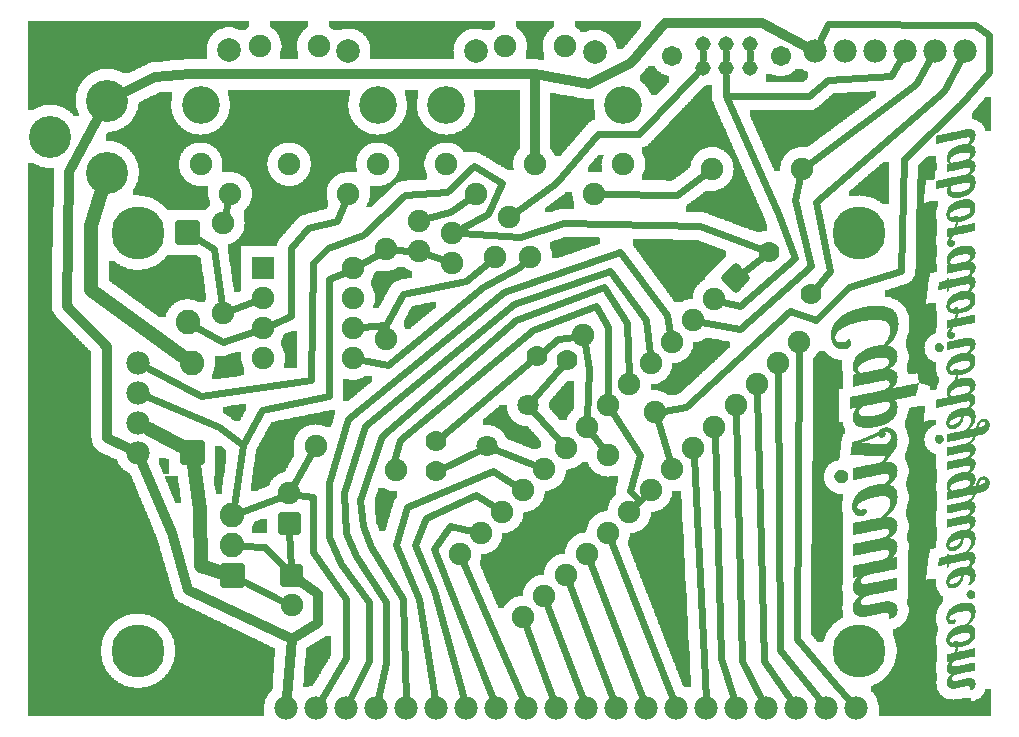
<source format=gbl>
G04 MADE WITH FRITZING*
G04 WWW.FRITZING.ORG*
G04 DOUBLE SIDED*
G04 HOLES PLATED*
G04 CONTOUR ON CENTER OF CONTOUR VECTOR*
%ASAXBY*%
%FSLAX23Y23*%
%MOIN*%
%OFA0B0*%
%SFA1.0B1.0*%
%ADD10C,0.075000*%
%ADD11C,0.051496*%
%ADD12C,0.067244*%
%ADD13C,0.082000*%
%ADD14C,0.078740*%
%ADD15C,0.078000*%
%ADD16C,0.177165*%
%ADD17C,0.070925*%
%ADD18C,0.070866*%
%ADD19C,0.070000*%
%ADD20C,0.126000*%
%ADD21C,0.140000*%
%ADD22R,0.075000X0.075000*%
%ADD23C,0.024000*%
%ADD24C,0.048000*%
%ADD25C,0.032000*%
%ADD26C,0.020000*%
%ADD27R,0.001000X0.001000*%
%LNCOPPER0*%
G90*
G70*
G54D10*
X118Y2274D03*
X1252Y2282D03*
X2285Y2036D03*
X2524Y2002D03*
X789Y2066D03*
X1843Y2049D03*
X2158Y1565D03*
X2704Y974D03*
X3020Y818D03*
X871Y945D03*
X1840Y760D03*
X2166Y682D03*
X120Y1308D03*
G54D11*
X2289Y2281D03*
X2289Y2202D03*
X2368Y2281D03*
X2368Y2202D03*
X2447Y2281D03*
X2447Y2202D03*
G54D12*
X2549Y2242D03*
X2187Y2242D03*
G54D10*
X1234Y1596D03*
X1234Y1296D03*
G54D13*
X573Y1651D03*
X573Y1353D03*
G54D10*
X1266Y861D03*
X999Y940D03*
G54D14*
X1931Y2253D03*
X1108Y2257D03*
X1533Y2257D03*
X710Y2261D03*
G54D15*
X407Y918D03*
X407Y1018D03*
X407Y1118D03*
X407Y1218D03*
G54D10*
X1715Y1570D03*
X1892Y1309D03*
G54D15*
X2802Y68D03*
X2702Y68D03*
X2602Y68D03*
X2502Y68D03*
X2402Y68D03*
X2302Y68D03*
X2202Y68D03*
X2102Y68D03*
X2002Y68D03*
X1902Y68D03*
X1802Y68D03*
X1702Y68D03*
X1602Y68D03*
X1502Y68D03*
X1402Y68D03*
X1302Y68D03*
X1202Y68D03*
X1102Y68D03*
X1002Y68D03*
X902Y68D03*
G54D16*
X407Y257D03*
X407Y1651D03*
X2812Y257D03*
X2812Y1651D03*
G54D10*
X2399Y1500D03*
X2611Y1288D03*
X2328Y1429D03*
X2540Y1217D03*
X2257Y1359D03*
X2469Y1146D03*
X2187Y1288D03*
X2399Y1076D03*
X2116Y1217D03*
X2328Y1005D03*
X2045Y1146D03*
X2257Y934D03*
X1975Y1076D03*
X2187Y864D03*
X1904Y1005D03*
X2116Y793D03*
X1833Y934D03*
X2045Y722D03*
X1762Y864D03*
X1975Y651D03*
X1692Y793D03*
X1904Y581D03*
X1621Y722D03*
X1833Y510D03*
X1550Y651D03*
X1762Y439D03*
X1480Y581D03*
X1692Y369D03*
G54D17*
X1570Y940D03*
G54D18*
X1706Y1076D03*
G54D19*
X1738Y1242D03*
X1837Y1228D03*
X1399Y856D03*
X1399Y956D03*
G54D10*
X1206Y1879D03*
X1108Y1781D03*
X911Y1879D03*
X714Y1781D03*
X616Y1879D03*
X1010Y2273D03*
G54D20*
X616Y2076D03*
X1206Y2076D03*
G54D10*
X813Y2273D03*
X2025Y1879D03*
X1927Y1781D03*
X1730Y1879D03*
X1533Y1781D03*
X1435Y1879D03*
X1829Y2273D03*
G54D20*
X1435Y2076D03*
X2025Y2076D03*
G54D10*
X1632Y2273D03*
G54D21*
X305Y1852D03*
X305Y2092D03*
X115Y1972D03*
G54D13*
X722Y509D03*
X722Y609D03*
X722Y709D03*
G54D10*
X911Y683D03*
X911Y783D03*
X919Y509D03*
X919Y409D03*
G54D13*
X588Y919D03*
X588Y1217D03*
G54D15*
X3163Y2257D03*
X3063Y2257D03*
X2963Y2257D03*
X2863Y2257D03*
X2763Y2257D03*
X2663Y2257D03*
G54D10*
X825Y1534D03*
X1125Y1534D03*
X825Y1434D03*
X1125Y1434D03*
X825Y1334D03*
X1125Y1334D03*
X825Y1234D03*
X1125Y1234D03*
X691Y1683D03*
X691Y1383D03*
G54D19*
X2510Y1588D03*
X2651Y1447D03*
G54D10*
X2321Y1864D03*
X2621Y1864D03*
X1344Y1690D03*
X1344Y1590D03*
X1455Y1651D03*
X1455Y1551D03*
X1644Y1704D03*
X1597Y1570D03*
X2132Y1053D03*
X1974Y911D03*
G54D22*
X825Y1534D03*
G54D23*
X1911Y1196D02*
X1905Y1034D01*
D02*
X1897Y1281D02*
X1911Y1196D01*
D02*
X1419Y973D02*
X1718Y1225D01*
D02*
X1843Y483D02*
X1991Y97D01*
D02*
X2368Y2229D02*
X2368Y2254D01*
D02*
X2447Y2229D02*
X2447Y2254D01*
D02*
X2289Y2229D02*
X2289Y2254D01*
D02*
X2367Y2107D02*
X2368Y2175D01*
D02*
X756Y943D02*
X727Y741D01*
D02*
X1681Y1636D02*
X1483Y1649D01*
D02*
X2281Y1673D02*
X1826Y1684D01*
D02*
X1826Y1684D02*
X1681Y1636D01*
D02*
X2485Y1597D02*
X2281Y1673D01*
D02*
X1233Y1344D02*
X1234Y1325D01*
D02*
X3243Y2188D02*
X3150Y2079D01*
D02*
X3243Y2311D02*
X3243Y2188D01*
D02*
X3196Y2345D02*
X3243Y2311D01*
D02*
X2706Y2346D02*
X3196Y2345D01*
D02*
X2778Y1470D02*
X2667Y1359D01*
D02*
X2233Y1070D02*
X2160Y1057D01*
D02*
X2667Y1359D02*
X2581Y1392D01*
D02*
X2959Y1896D02*
X2952Y1525D01*
D02*
X2952Y1525D02*
X2778Y1470D01*
D02*
X2581Y1392D02*
X2233Y1070D01*
D02*
X3150Y2079D02*
X2959Y1896D01*
D02*
X2676Y2285D02*
X2706Y2346D01*
D02*
X1209Y1582D02*
X1149Y1548D01*
D02*
X2271Y2183D02*
X2078Y1981D01*
D02*
X1942Y1982D02*
X1800Y1818D01*
D02*
X2078Y1981D02*
X1942Y1982D01*
D02*
X1800Y1818D02*
X1667Y1721D01*
D02*
X989Y588D02*
X989Y770D01*
D02*
X989Y770D02*
X939Y778D01*
D02*
X1100Y429D02*
X989Y588D01*
D02*
X1100Y233D02*
X1100Y429D01*
D02*
X1017Y94D02*
X1100Y233D01*
D02*
X708Y1753D02*
X697Y1710D01*
D02*
X1500Y1492D02*
X1289Y1447D01*
D02*
X1289Y1447D02*
X1233Y1344D01*
D02*
X1233Y1344D02*
X1153Y1336D01*
D02*
X1575Y1552D02*
X1500Y1492D01*
D02*
X659Y1596D02*
X600Y1634D01*
D02*
X687Y1411D02*
X659Y1596D01*
D02*
X689Y1288D02*
X601Y1337D01*
D02*
X797Y1325D02*
X689Y1288D01*
D02*
X1316Y1592D02*
X1263Y1595D01*
D02*
X831Y603D02*
X754Y607D01*
D02*
X899Y530D02*
X831Y603D01*
D02*
X918Y538D02*
X912Y654D01*
D02*
X1674Y1533D02*
X1556Y1470D01*
D02*
X1556Y1470D02*
X1241Y1210D01*
D02*
X1694Y1551D02*
X1674Y1533D01*
D02*
X1241Y1210D02*
X1153Y1228D01*
D02*
X985Y915D02*
X925Y808D01*
D02*
X1281Y959D02*
X1259Y889D01*
D02*
X1724Y1328D02*
X1281Y959D01*
D02*
X1974Y1336D02*
X1933Y1407D01*
D02*
X1933Y1407D02*
X1724Y1328D01*
D02*
X1974Y1104D02*
X1974Y1336D01*
D02*
X2604Y296D02*
X2611Y1259D01*
D02*
X2731Y146D02*
X2604Y296D01*
D02*
X2781Y91D02*
X2731Y146D01*
D02*
X2548Y259D02*
X2540Y1188D01*
D02*
X2683Y92D02*
X2548Y259D01*
D02*
X2493Y225D02*
X2470Y1118D01*
D02*
X2584Y93D02*
X2493Y225D01*
D02*
X2422Y225D02*
X2400Y1047D01*
D02*
X2488Y95D02*
X2422Y225D01*
D02*
X2352Y233D02*
X2329Y976D01*
D02*
X2393Y97D02*
X2352Y233D01*
D02*
X2300Y98D02*
X2259Y906D01*
D02*
X2191Y96D02*
X1985Y625D01*
D02*
X2091Y97D02*
X1914Y554D01*
D02*
X1891Y97D02*
X1772Y412D01*
D02*
X1791Y97D02*
X1702Y342D01*
D02*
X1690Y96D02*
X1491Y554D01*
D02*
X1393Y596D02*
X1591Y96D01*
D02*
X1448Y673D02*
X1393Y596D01*
D02*
X1522Y657D02*
X1448Y673D01*
D02*
X1393Y462D02*
X1494Y97D01*
D02*
X1330Y610D02*
X1393Y462D01*
D02*
X1367Y699D02*
X1330Y610D01*
D02*
X1533Y777D02*
X1367Y699D01*
D02*
X1597Y737D02*
X1533Y777D01*
D02*
X1344Y429D02*
X1397Y98D01*
D02*
X1267Y610D02*
X1344Y429D01*
D02*
X1304Y736D02*
X1267Y610D01*
D02*
X1590Y857D02*
X1304Y736D01*
D02*
X1668Y808D02*
X1590Y857D01*
D02*
X1289Y429D02*
X1296Y203D01*
D02*
X1185Y603D02*
X1289Y429D01*
D02*
X1296Y203D02*
X1300Y99D01*
D02*
X1667Y1359D02*
X1219Y973D01*
D02*
X1959Y1470D02*
X1667Y1359D01*
D02*
X1156Y673D02*
X1185Y603D01*
D02*
X1147Y762D02*
X1156Y673D01*
D02*
X1219Y973D02*
X1147Y762D01*
D02*
X2037Y1351D02*
X1959Y1470D01*
D02*
X2044Y1175D02*
X2037Y1351D01*
D02*
X1233Y218D02*
X1208Y98D01*
D02*
X1233Y421D02*
X1233Y218D01*
D02*
X1659Y1414D02*
X1163Y1007D01*
D02*
X1163Y1007D02*
X1093Y784D01*
D02*
X1133Y573D02*
X1233Y421D01*
D02*
X1100Y651D02*
X1133Y573D01*
D02*
X1093Y784D02*
X1100Y651D01*
D02*
X2100Y1359D02*
X1981Y1525D01*
D02*
X1981Y1525D02*
X1659Y1414D01*
D02*
X2113Y1246D02*
X2100Y1359D01*
D02*
X2015Y1588D02*
X1626Y1455D01*
D02*
X1178Y225D02*
X1115Y96D01*
D02*
X1178Y421D02*
X1178Y225D01*
D02*
X1107Y1029D02*
X1044Y816D01*
D02*
X1626Y1455D02*
X1107Y1029D01*
D02*
X1085Y547D02*
X1178Y421D01*
D02*
X1044Y636D02*
X1085Y547D01*
D02*
X1044Y816D02*
X1044Y636D01*
D02*
X2170Y1376D02*
X2015Y1588D01*
D02*
X2181Y1316D02*
X2170Y1376D01*
D02*
X1371Y1581D02*
X1428Y1561D01*
D02*
X1807Y1296D02*
X1864Y1305D01*
D02*
X1759Y1258D02*
X1807Y1296D01*
D02*
X1039Y1601D02*
X1156Y1644D01*
D02*
X983Y1162D02*
X989Y1551D01*
D02*
X989Y1551D02*
X1039Y1601D01*
D02*
X618Y1107D02*
X983Y1162D01*
D02*
X1156Y1644D02*
X1296Y1777D01*
D02*
X1296Y1777D02*
X1438Y1786D01*
D02*
X1438Y1786D02*
X1526Y1873D01*
D02*
X1574Y1714D02*
X1480Y1664D01*
D02*
X1619Y1818D02*
X1574Y1714D01*
D02*
X1526Y1873D02*
X1619Y1818D01*
D02*
X676Y1005D02*
X435Y1106D01*
D02*
X756Y943D02*
X676Y1005D01*
D02*
X618Y1107D02*
X434Y1204D01*
G54D24*
D02*
X618Y540D02*
X614Y731D01*
D02*
X614Y731D02*
X594Y876D01*
D02*
X550Y940D02*
X443Y998D01*
D02*
X681Y522D02*
X618Y540D01*
G54D25*
D02*
X304Y966D02*
X375Y933D01*
D02*
X304Y1271D02*
X304Y966D01*
D02*
X171Y1408D02*
X304Y1271D01*
D02*
X178Y1855D02*
X171Y1408D01*
D02*
X273Y2033D02*
X178Y1855D01*
D02*
X574Y462D02*
X919Y296D01*
D02*
X519Y651D02*
X574Y462D01*
D02*
X919Y296D02*
X1007Y351D01*
D02*
X1007Y351D02*
X1007Y447D01*
D02*
X1007Y447D02*
X947Y490D01*
D02*
X421Y885D02*
X519Y651D01*
D02*
X919Y296D02*
X904Y104D01*
D02*
X1730Y2179D02*
X1730Y1914D01*
G54D23*
D02*
X2421Y1518D02*
X2489Y1572D01*
D02*
X2065Y742D02*
X2096Y773D01*
D02*
X1814Y956D02*
X1724Y1056D01*
D02*
X1595Y930D02*
X1736Y874D01*
D02*
X1546Y928D02*
X1423Y867D01*
D02*
X1724Y1097D02*
X1820Y1208D01*
D02*
X2047Y790D02*
X2076Y761D01*
D02*
X2076Y761D02*
X2063Y745D01*
D02*
X2080Y910D02*
X2047Y790D01*
D02*
X1990Y1052D02*
X2080Y910D01*
G54D24*
D02*
X251Y1674D02*
X284Y1783D01*
D02*
X251Y1462D02*
X251Y1674D01*
D02*
X553Y1242D02*
X251Y1462D01*
G54D23*
D02*
X798Y1424D02*
X717Y1393D01*
D02*
X1070Y1692D02*
X1097Y1755D01*
D02*
X974Y1666D02*
X1070Y1692D01*
D02*
X917Y1601D02*
X974Y1666D01*
D02*
X917Y1373D02*
X917Y1601D01*
D02*
X851Y1345D02*
X917Y1373D01*
G54D25*
D02*
X365Y2121D02*
X465Y2169D01*
D02*
X465Y2169D02*
X581Y2179D01*
D02*
X1911Y2147D02*
X2052Y2218D01*
D02*
X1730Y2179D02*
X1911Y2147D01*
D02*
X2486Y2351D02*
X2632Y2274D01*
D02*
X2163Y2351D02*
X2486Y2351D01*
D02*
X2052Y2218D02*
X2163Y2351D01*
D02*
X911Y2179D02*
X1730Y2179D01*
D02*
X581Y2179D02*
X911Y2179D01*
G54D23*
D02*
X822Y1062D02*
X756Y943D01*
D02*
X1044Y1496D02*
X1044Y1107D01*
D02*
X1099Y1521D02*
X1044Y1496D01*
D02*
X1044Y1107D02*
X822Y1062D01*
D02*
X2917Y2173D02*
X2949Y2231D01*
D02*
X2706Y2162D02*
X2917Y2173D01*
D02*
X2644Y2107D02*
X2706Y2162D01*
D02*
X2367Y2107D02*
X2644Y2107D01*
D02*
X2596Y1566D02*
X2540Y1716D01*
D02*
X2415Y1407D02*
X2596Y1566D01*
D02*
X2356Y1422D02*
X2415Y1407D01*
D02*
X2540Y1716D02*
X2367Y2107D01*
D02*
X3000Y2146D02*
X3048Y2231D01*
D02*
X2644Y1881D02*
X3000Y2146D01*
D02*
X2596Y1762D02*
X2614Y1836D01*
D02*
X2652Y1540D02*
X2596Y1762D01*
D02*
X2415Y1329D02*
X2652Y1540D01*
D02*
X2285Y1353D02*
X2415Y1329D01*
D02*
X3094Y2123D02*
X3149Y2231D01*
D02*
X2667Y1755D02*
X3094Y2123D01*
D02*
X2715Y1525D02*
X2667Y1755D01*
D02*
X2668Y1467D02*
X2715Y1525D01*
D02*
X2204Y1777D02*
X1956Y1781D01*
D02*
X2298Y1847D02*
X2204Y1777D01*
D02*
X1448Y1721D02*
X1510Y1765D01*
D02*
X1372Y1699D02*
X1448Y1721D01*
D02*
X1921Y982D02*
X1957Y934D01*
D02*
X2140Y1025D02*
X2179Y891D01*
D02*
X752Y721D02*
X885Y772D01*
D02*
X894Y422D02*
X751Y495D01*
G36*
X40Y2356D02*
X40Y2336D01*
X724Y2336D01*
X724Y2334D01*
X732Y2334D01*
X732Y2332D01*
X738Y2332D01*
X738Y2330D01*
X742Y2330D01*
X742Y2328D01*
X766Y2328D01*
X766Y2330D01*
X768Y2330D01*
X768Y2332D01*
X772Y2332D01*
X772Y2334D01*
X774Y2334D01*
X774Y2336D01*
X778Y2336D01*
X778Y2356D01*
X40Y2356D01*
G37*
D02*
G36*
X40Y2336D02*
X40Y2198D01*
X314Y2198D01*
X314Y2196D01*
X328Y2196D01*
X328Y2194D01*
X336Y2194D01*
X336Y2192D01*
X340Y2192D01*
X340Y2190D01*
X346Y2190D01*
X346Y2188D01*
X350Y2188D01*
X350Y2186D01*
X354Y2186D01*
X354Y2184D01*
X380Y2184D01*
X380Y2186D01*
X384Y2186D01*
X384Y2188D01*
X388Y2188D01*
X388Y2190D01*
X392Y2190D01*
X392Y2192D01*
X396Y2192D01*
X396Y2194D01*
X400Y2194D01*
X400Y2196D01*
X404Y2196D01*
X404Y2198D01*
X408Y2198D01*
X408Y2200D01*
X412Y2200D01*
X412Y2202D01*
X416Y2202D01*
X416Y2204D01*
X420Y2204D01*
X420Y2206D01*
X426Y2206D01*
X426Y2208D01*
X430Y2208D01*
X430Y2210D01*
X434Y2210D01*
X434Y2212D01*
X438Y2212D01*
X438Y2214D01*
X442Y2214D01*
X442Y2216D01*
X446Y2216D01*
X446Y2218D01*
X452Y2218D01*
X452Y2220D01*
X466Y2220D01*
X466Y2222D01*
X490Y2222D01*
X490Y2224D01*
X514Y2224D01*
X514Y2226D01*
X538Y2226D01*
X538Y2228D01*
X562Y2228D01*
X562Y2230D01*
X638Y2230D01*
X638Y2250D01*
X636Y2250D01*
X636Y2274D01*
X638Y2274D01*
X638Y2282D01*
X640Y2282D01*
X640Y2288D01*
X642Y2288D01*
X642Y2292D01*
X644Y2292D01*
X644Y2296D01*
X646Y2296D01*
X646Y2300D01*
X648Y2300D01*
X648Y2304D01*
X650Y2304D01*
X650Y2306D01*
X652Y2306D01*
X652Y2308D01*
X654Y2308D01*
X654Y2312D01*
X656Y2312D01*
X656Y2314D01*
X658Y2314D01*
X658Y2316D01*
X660Y2316D01*
X660Y2318D01*
X664Y2318D01*
X664Y2320D01*
X666Y2320D01*
X666Y2322D01*
X668Y2322D01*
X668Y2324D01*
X672Y2324D01*
X672Y2326D01*
X674Y2326D01*
X674Y2328D01*
X678Y2328D01*
X678Y2330D01*
X684Y2330D01*
X684Y2332D01*
X690Y2332D01*
X690Y2334D01*
X698Y2334D01*
X698Y2336D01*
X40Y2336D01*
G37*
D02*
G36*
X40Y2198D02*
X40Y2078D01*
X124Y2078D01*
X124Y2076D01*
X138Y2076D01*
X138Y2074D01*
X146Y2074D01*
X146Y2072D01*
X150Y2072D01*
X150Y2070D01*
X156Y2070D01*
X156Y2068D01*
X160Y2068D01*
X160Y2066D01*
X164Y2066D01*
X164Y2064D01*
X168Y2064D01*
X168Y2062D01*
X170Y2062D01*
X170Y2060D01*
X174Y2060D01*
X174Y2058D01*
X176Y2058D01*
X176Y2056D01*
X180Y2056D01*
X180Y2054D01*
X182Y2054D01*
X182Y2052D01*
X184Y2052D01*
X184Y2050D01*
X186Y2050D01*
X186Y2048D01*
X188Y2048D01*
X188Y2046D01*
X190Y2046D01*
X190Y2044D01*
X192Y2044D01*
X192Y2042D01*
X212Y2042D01*
X212Y2046D01*
X210Y2046D01*
X210Y2050D01*
X208Y2050D01*
X208Y2054D01*
X206Y2054D01*
X206Y2060D01*
X204Y2060D01*
X204Y2068D01*
X202Y2068D01*
X202Y2078D01*
X200Y2078D01*
X200Y2106D01*
X202Y2106D01*
X202Y2118D01*
X204Y2118D01*
X204Y2124D01*
X206Y2124D01*
X206Y2130D01*
X208Y2130D01*
X208Y2136D01*
X210Y2136D01*
X210Y2140D01*
X212Y2140D01*
X212Y2142D01*
X214Y2142D01*
X214Y2146D01*
X216Y2146D01*
X216Y2150D01*
X218Y2150D01*
X218Y2152D01*
X220Y2152D01*
X220Y2156D01*
X222Y2156D01*
X222Y2158D01*
X224Y2158D01*
X224Y2160D01*
X226Y2160D01*
X226Y2162D01*
X228Y2162D01*
X228Y2164D01*
X230Y2164D01*
X230Y2168D01*
X234Y2168D01*
X234Y2170D01*
X236Y2170D01*
X236Y2172D01*
X238Y2172D01*
X238Y2174D01*
X240Y2174D01*
X240Y2176D01*
X244Y2176D01*
X244Y2178D01*
X246Y2178D01*
X246Y2180D01*
X248Y2180D01*
X248Y2182D01*
X252Y2182D01*
X252Y2184D01*
X256Y2184D01*
X256Y2186D01*
X260Y2186D01*
X260Y2188D01*
X264Y2188D01*
X264Y2190D01*
X268Y2190D01*
X268Y2192D01*
X274Y2192D01*
X274Y2194D01*
X282Y2194D01*
X282Y2196D01*
X296Y2196D01*
X296Y2198D01*
X40Y2198D01*
G37*
D02*
G36*
X40Y2078D02*
X40Y2062D01*
X62Y2062D01*
X62Y2064D01*
X66Y2064D01*
X66Y2066D01*
X70Y2066D01*
X70Y2068D01*
X74Y2068D01*
X74Y2070D01*
X78Y2070D01*
X78Y2072D01*
X84Y2072D01*
X84Y2074D01*
X92Y2074D01*
X92Y2076D01*
X106Y2076D01*
X106Y2078D01*
X40Y2078D01*
G37*
D02*
G36*
X848Y2356D02*
X848Y2336D01*
X850Y2336D01*
X850Y2334D01*
X854Y2334D01*
X854Y2332D01*
X856Y2332D01*
X856Y2330D01*
X860Y2330D01*
X860Y2328D01*
X862Y2328D01*
X862Y2326D01*
X864Y2326D01*
X864Y2324D01*
X866Y2324D01*
X866Y2322D01*
X868Y2322D01*
X868Y2320D01*
X870Y2320D01*
X870Y2316D01*
X872Y2316D01*
X872Y2314D01*
X874Y2314D01*
X874Y2310D01*
X876Y2310D01*
X876Y2306D01*
X878Y2306D01*
X878Y2302D01*
X880Y2302D01*
X880Y2298D01*
X882Y2298D01*
X882Y2292D01*
X884Y2292D01*
X884Y2278D01*
X886Y2278D01*
X886Y2268D01*
X884Y2268D01*
X884Y2256D01*
X882Y2256D01*
X882Y2250D01*
X880Y2250D01*
X880Y2230D01*
X942Y2230D01*
X942Y2250D01*
X940Y2250D01*
X940Y2258D01*
X938Y2258D01*
X938Y2290D01*
X940Y2290D01*
X940Y2296D01*
X942Y2296D01*
X942Y2302D01*
X944Y2302D01*
X944Y2306D01*
X946Y2306D01*
X946Y2310D01*
X948Y2310D01*
X948Y2312D01*
X950Y2312D01*
X950Y2316D01*
X952Y2316D01*
X952Y2318D01*
X954Y2318D01*
X954Y2322D01*
X956Y2322D01*
X956Y2324D01*
X958Y2324D01*
X958Y2326D01*
X960Y2326D01*
X960Y2328D01*
X964Y2328D01*
X964Y2330D01*
X966Y2330D01*
X966Y2332D01*
X968Y2332D01*
X968Y2334D01*
X972Y2334D01*
X972Y2336D01*
X974Y2336D01*
X974Y2356D01*
X848Y2356D01*
G37*
D02*
G36*
X1044Y2356D02*
X1044Y2336D01*
X1048Y2336D01*
X1048Y2334D01*
X1050Y2334D01*
X1050Y2332D01*
X1546Y2332D01*
X1546Y2330D01*
X1554Y2330D01*
X1554Y2328D01*
X1560Y2328D01*
X1560Y2326D01*
X1582Y2326D01*
X1582Y2328D01*
X1586Y2328D01*
X1586Y2330D01*
X1588Y2330D01*
X1588Y2332D01*
X1590Y2332D01*
X1590Y2334D01*
X1594Y2334D01*
X1594Y2336D01*
X1596Y2336D01*
X1596Y2356D01*
X1044Y2356D01*
G37*
D02*
G36*
X1054Y2332D02*
X1054Y2330D01*
X1056Y2330D01*
X1056Y2328D01*
X1058Y2328D01*
X1058Y2326D01*
X1080Y2326D01*
X1080Y2328D01*
X1086Y2328D01*
X1086Y2330D01*
X1094Y2330D01*
X1094Y2332D01*
X1054Y2332D01*
G37*
D02*
G36*
X1122Y2332D02*
X1122Y2330D01*
X1130Y2330D01*
X1130Y2328D01*
X1136Y2328D01*
X1136Y2326D01*
X1140Y2326D01*
X1140Y2324D01*
X1144Y2324D01*
X1144Y2322D01*
X1146Y2322D01*
X1146Y2320D01*
X1150Y2320D01*
X1150Y2318D01*
X1152Y2318D01*
X1152Y2316D01*
X1156Y2316D01*
X1156Y2314D01*
X1158Y2314D01*
X1158Y2312D01*
X1160Y2312D01*
X1160Y2310D01*
X1162Y2310D01*
X1162Y2308D01*
X1164Y2308D01*
X1164Y2306D01*
X1166Y2306D01*
X1166Y2302D01*
X1168Y2302D01*
X1168Y2300D01*
X1170Y2300D01*
X1170Y2296D01*
X1172Y2296D01*
X1172Y2294D01*
X1174Y2294D01*
X1174Y2290D01*
X1176Y2290D01*
X1176Y2286D01*
X1178Y2286D01*
X1178Y2280D01*
X1180Y2280D01*
X1180Y2272D01*
X1182Y2272D01*
X1182Y2230D01*
X1460Y2230D01*
X1460Y2256D01*
X1458Y2256D01*
X1458Y2260D01*
X1460Y2260D01*
X1460Y2276D01*
X1462Y2276D01*
X1462Y2282D01*
X1464Y2282D01*
X1464Y2288D01*
X1466Y2288D01*
X1466Y2292D01*
X1468Y2292D01*
X1468Y2294D01*
X1470Y2294D01*
X1470Y2298D01*
X1472Y2298D01*
X1472Y2302D01*
X1474Y2302D01*
X1474Y2304D01*
X1476Y2304D01*
X1476Y2306D01*
X1478Y2306D01*
X1478Y2308D01*
X1480Y2308D01*
X1480Y2310D01*
X1482Y2310D01*
X1482Y2312D01*
X1484Y2312D01*
X1484Y2314D01*
X1486Y2314D01*
X1486Y2316D01*
X1488Y2316D01*
X1488Y2318D01*
X1492Y2318D01*
X1492Y2320D01*
X1494Y2320D01*
X1494Y2322D01*
X1498Y2322D01*
X1498Y2324D01*
X1502Y2324D01*
X1502Y2326D01*
X1506Y2326D01*
X1506Y2328D01*
X1512Y2328D01*
X1512Y2330D01*
X1520Y2330D01*
X1520Y2332D01*
X1122Y2332D01*
G37*
D02*
G36*
X1666Y2356D02*
X1666Y2336D01*
X1670Y2336D01*
X1670Y2334D01*
X1672Y2334D01*
X1672Y2332D01*
X1676Y2332D01*
X1676Y2330D01*
X1678Y2330D01*
X1678Y2328D01*
X1680Y2328D01*
X1680Y2326D01*
X1682Y2326D01*
X1682Y2324D01*
X1684Y2324D01*
X1684Y2322D01*
X1686Y2322D01*
X1686Y2320D01*
X1688Y2320D01*
X1688Y2318D01*
X1690Y2318D01*
X1690Y2314D01*
X1692Y2314D01*
X1692Y2312D01*
X1694Y2312D01*
X1694Y2308D01*
X1696Y2308D01*
X1696Y2304D01*
X1698Y2304D01*
X1698Y2300D01*
X1700Y2300D01*
X1700Y2294D01*
X1702Y2294D01*
X1702Y2286D01*
X1704Y2286D01*
X1704Y2260D01*
X1702Y2260D01*
X1702Y2252D01*
X1700Y2252D01*
X1700Y2230D01*
X1742Y2230D01*
X1742Y2228D01*
X1762Y2228D01*
X1762Y2248D01*
X1760Y2248D01*
X1760Y2254D01*
X1758Y2254D01*
X1758Y2262D01*
X1756Y2262D01*
X1756Y2284D01*
X1758Y2284D01*
X1758Y2294D01*
X1760Y2294D01*
X1760Y2300D01*
X1762Y2300D01*
X1762Y2304D01*
X1764Y2304D01*
X1764Y2308D01*
X1766Y2308D01*
X1766Y2312D01*
X1768Y2312D01*
X1768Y2314D01*
X1770Y2314D01*
X1770Y2318D01*
X1772Y2318D01*
X1772Y2320D01*
X1774Y2320D01*
X1774Y2322D01*
X1776Y2322D01*
X1776Y2324D01*
X1778Y2324D01*
X1778Y2326D01*
X1780Y2326D01*
X1780Y2328D01*
X1782Y2328D01*
X1782Y2330D01*
X1784Y2330D01*
X1784Y2332D01*
X1788Y2332D01*
X1788Y2334D01*
X1790Y2334D01*
X1790Y2336D01*
X1794Y2336D01*
X1794Y2356D01*
X1666Y2356D01*
G37*
D02*
G36*
X1864Y2356D02*
X1864Y2336D01*
X1866Y2336D01*
X1866Y2334D01*
X1870Y2334D01*
X1870Y2332D01*
X1872Y2332D01*
X1872Y2330D01*
X1876Y2330D01*
X1876Y2328D01*
X1944Y2328D01*
X1944Y2326D01*
X1952Y2326D01*
X1952Y2324D01*
X1958Y2324D01*
X1958Y2322D01*
X1962Y2322D01*
X1962Y2320D01*
X1966Y2320D01*
X1966Y2318D01*
X1970Y2318D01*
X1970Y2316D01*
X1972Y2316D01*
X1972Y2314D01*
X1976Y2314D01*
X1976Y2312D01*
X1978Y2312D01*
X1978Y2310D01*
X1980Y2310D01*
X1980Y2308D01*
X1982Y2308D01*
X1982Y2306D01*
X1984Y2306D01*
X1984Y2304D01*
X1986Y2304D01*
X1986Y2302D01*
X1988Y2302D01*
X1988Y2300D01*
X1990Y2300D01*
X1990Y2298D01*
X1992Y2298D01*
X1992Y2294D01*
X1994Y2294D01*
X1994Y2292D01*
X1996Y2292D01*
X1996Y2288D01*
X1998Y2288D01*
X1998Y2284D01*
X2000Y2284D01*
X2000Y2278D01*
X2002Y2278D01*
X2002Y2272D01*
X2004Y2272D01*
X2004Y2264D01*
X2024Y2264D01*
X2024Y2266D01*
X2026Y2266D01*
X2026Y2268D01*
X2028Y2268D01*
X2028Y2270D01*
X2030Y2270D01*
X2030Y2272D01*
X2032Y2272D01*
X2032Y2276D01*
X2034Y2276D01*
X2034Y2278D01*
X2036Y2278D01*
X2036Y2280D01*
X2038Y2280D01*
X2038Y2282D01*
X2040Y2282D01*
X2040Y2284D01*
X2042Y2284D01*
X2042Y2288D01*
X2044Y2288D01*
X2044Y2290D01*
X2046Y2290D01*
X2046Y2292D01*
X2048Y2292D01*
X2048Y2294D01*
X2050Y2294D01*
X2050Y2296D01*
X2052Y2296D01*
X2052Y2300D01*
X2054Y2300D01*
X2054Y2302D01*
X2056Y2302D01*
X2056Y2304D01*
X2058Y2304D01*
X2058Y2306D01*
X2060Y2306D01*
X2060Y2308D01*
X2062Y2308D01*
X2062Y2312D01*
X2064Y2312D01*
X2064Y2314D01*
X2066Y2314D01*
X2066Y2316D01*
X2068Y2316D01*
X2068Y2318D01*
X2070Y2318D01*
X2070Y2320D01*
X2072Y2320D01*
X2072Y2324D01*
X2074Y2324D01*
X2074Y2326D01*
X2076Y2326D01*
X2076Y2328D01*
X2078Y2328D01*
X2078Y2330D01*
X2080Y2330D01*
X2080Y2332D01*
X2082Y2332D01*
X2082Y2336D01*
X2084Y2336D01*
X2084Y2356D01*
X1864Y2356D01*
G37*
D02*
G36*
X1878Y2328D02*
X1878Y2326D01*
X1880Y2326D01*
X1880Y2324D01*
X1882Y2324D01*
X1882Y2322D01*
X1904Y2322D01*
X1904Y2324D01*
X1910Y2324D01*
X1910Y2326D01*
X1918Y2326D01*
X1918Y2328D01*
X1878Y2328D01*
G37*
D02*
G36*
X2108Y2208D02*
X2108Y2204D01*
X2106Y2204D01*
X2106Y2202D01*
X2104Y2202D01*
X2104Y2200D01*
X2102Y2200D01*
X2102Y2198D01*
X2100Y2198D01*
X2100Y2196D01*
X2098Y2196D01*
X2098Y2192D01*
X2096Y2192D01*
X2096Y2190D01*
X2094Y2190D01*
X2094Y2188D01*
X2092Y2188D01*
X2092Y2186D01*
X2090Y2186D01*
X2090Y2184D01*
X2088Y2184D01*
X2088Y2182D01*
X2086Y2182D01*
X2086Y2180D01*
X2084Y2180D01*
X2084Y2178D01*
X2082Y2178D01*
X2082Y2156D01*
X2084Y2156D01*
X2084Y2154D01*
X2086Y2154D01*
X2086Y2152D01*
X2090Y2152D01*
X2090Y2150D01*
X2092Y2150D01*
X2092Y2148D01*
X2094Y2148D01*
X2094Y2146D01*
X2096Y2146D01*
X2096Y2144D01*
X2098Y2144D01*
X2098Y2142D01*
X2100Y2142D01*
X2100Y2138D01*
X2102Y2138D01*
X2102Y2136D01*
X2104Y2136D01*
X2104Y2134D01*
X2106Y2134D01*
X2106Y2130D01*
X2108Y2130D01*
X2108Y2128D01*
X2110Y2128D01*
X2110Y2124D01*
X2112Y2124D01*
X2112Y2120D01*
X2114Y2120D01*
X2114Y2116D01*
X2116Y2116D01*
X2116Y2112D01*
X2138Y2112D01*
X2138Y2114D01*
X2140Y2114D01*
X2140Y2116D01*
X2142Y2116D01*
X2142Y2118D01*
X2144Y2118D01*
X2144Y2120D01*
X2146Y2120D01*
X2146Y2122D01*
X2148Y2122D01*
X2148Y2124D01*
X2150Y2124D01*
X2150Y2126D01*
X2152Y2126D01*
X2152Y2128D01*
X2154Y2128D01*
X2154Y2130D01*
X2156Y2130D01*
X2156Y2132D01*
X2158Y2132D01*
X2158Y2134D01*
X2160Y2134D01*
X2160Y2136D01*
X2162Y2136D01*
X2162Y2138D01*
X2164Y2138D01*
X2164Y2140D01*
X2166Y2140D01*
X2166Y2142D01*
X2168Y2142D01*
X2168Y2144D01*
X2170Y2144D01*
X2170Y2146D01*
X2172Y2146D01*
X2172Y2150D01*
X2174Y2150D01*
X2174Y2152D01*
X2176Y2152D01*
X2176Y2154D01*
X2178Y2154D01*
X2178Y2174D01*
X2172Y2174D01*
X2172Y2176D01*
X2166Y2176D01*
X2166Y2178D01*
X2160Y2178D01*
X2160Y2180D01*
X2156Y2180D01*
X2156Y2182D01*
X2152Y2182D01*
X2152Y2184D01*
X2150Y2184D01*
X2150Y2186D01*
X2146Y2186D01*
X2146Y2188D01*
X2144Y2188D01*
X2144Y2190D01*
X2142Y2190D01*
X2142Y2192D01*
X2138Y2192D01*
X2138Y2196D01*
X2136Y2196D01*
X2136Y2198D01*
X2134Y2198D01*
X2134Y2200D01*
X2132Y2200D01*
X2132Y2202D01*
X2130Y2202D01*
X2130Y2206D01*
X2128Y2206D01*
X2128Y2208D01*
X2108Y2208D01*
G37*
D02*
G36*
X2600Y2198D02*
X2600Y2196D01*
X2598Y2196D01*
X2598Y2194D01*
X2596Y2194D01*
X2596Y2192D01*
X2594Y2192D01*
X2594Y2190D01*
X2592Y2190D01*
X2592Y2188D01*
X2590Y2188D01*
X2590Y2186D01*
X2586Y2186D01*
X2586Y2184D01*
X2584Y2184D01*
X2584Y2182D01*
X2580Y2182D01*
X2580Y2180D01*
X2576Y2180D01*
X2576Y2178D01*
X2570Y2178D01*
X2570Y2176D01*
X2564Y2176D01*
X2564Y2174D01*
X2642Y2174D01*
X2642Y2188D01*
X2636Y2188D01*
X2636Y2190D01*
X2632Y2190D01*
X2632Y2192D01*
X2628Y2192D01*
X2628Y2194D01*
X2624Y2194D01*
X2624Y2196D01*
X2622Y2196D01*
X2622Y2198D01*
X2600Y2198D01*
G37*
D02*
G36*
X2502Y2180D02*
X2502Y2176D01*
X2500Y2176D01*
X2500Y2174D01*
X2534Y2174D01*
X2534Y2176D01*
X2528Y2176D01*
X2528Y2178D01*
X2522Y2178D01*
X2522Y2180D01*
X2502Y2180D01*
G37*
D02*
G36*
X2500Y2174D02*
X2500Y2172D01*
X2642Y2172D01*
X2642Y2174D01*
X2500Y2174D01*
G37*
D02*
G36*
X2500Y2174D02*
X2500Y2172D01*
X2642Y2172D01*
X2642Y2174D01*
X2500Y2174D01*
G37*
D02*
G36*
X2500Y2172D02*
X2500Y2154D01*
X2628Y2154D01*
X2628Y2156D01*
X2630Y2156D01*
X2630Y2158D01*
X2632Y2158D01*
X2632Y2160D01*
X2634Y2160D01*
X2634Y2162D01*
X2636Y2162D01*
X2636Y2164D01*
X2638Y2164D01*
X2638Y2166D01*
X2640Y2166D01*
X2640Y2168D01*
X2642Y2168D01*
X2642Y2172D01*
X2500Y2172D01*
G37*
D02*
G36*
X2300Y2144D02*
X2300Y2142D01*
X2296Y2142D01*
X2296Y2140D01*
X2294Y2140D01*
X2294Y2138D01*
X2292Y2138D01*
X2292Y2136D01*
X2290Y2136D01*
X2290Y2134D01*
X2288Y2134D01*
X2288Y2132D01*
X2286Y2132D01*
X2286Y2130D01*
X2284Y2130D01*
X2284Y2128D01*
X2282Y2128D01*
X2282Y2126D01*
X2280Y2126D01*
X2280Y2124D01*
X2278Y2124D01*
X2278Y2122D01*
X2276Y2122D01*
X2276Y2120D01*
X2274Y2120D01*
X2274Y2118D01*
X2272Y2118D01*
X2272Y2116D01*
X2270Y2116D01*
X2270Y2114D01*
X2268Y2114D01*
X2268Y2112D01*
X2266Y2112D01*
X2266Y2110D01*
X2264Y2110D01*
X2264Y2108D01*
X2262Y2108D01*
X2262Y2106D01*
X2260Y2106D01*
X2260Y2104D01*
X2258Y2104D01*
X2258Y2100D01*
X2256Y2100D01*
X2256Y2098D01*
X2254Y2098D01*
X2254Y2096D01*
X2252Y2096D01*
X2252Y2094D01*
X2250Y2094D01*
X2250Y2092D01*
X2248Y2092D01*
X2248Y2090D01*
X2246Y2090D01*
X2246Y2088D01*
X2244Y2088D01*
X2244Y2086D01*
X2242Y2086D01*
X2242Y2084D01*
X2240Y2084D01*
X2240Y2082D01*
X2238Y2082D01*
X2238Y2080D01*
X2236Y2080D01*
X2236Y2078D01*
X2234Y2078D01*
X2234Y2076D01*
X2232Y2076D01*
X2232Y2074D01*
X2230Y2074D01*
X2230Y2072D01*
X2228Y2072D01*
X2228Y2070D01*
X2226Y2070D01*
X2226Y2068D01*
X2224Y2068D01*
X2224Y2066D01*
X2222Y2066D01*
X2222Y2064D01*
X2220Y2064D01*
X2220Y2062D01*
X2218Y2062D01*
X2218Y2060D01*
X2216Y2060D01*
X2216Y2056D01*
X2214Y2056D01*
X2214Y2054D01*
X2212Y2054D01*
X2212Y2052D01*
X2210Y2052D01*
X2210Y2050D01*
X2208Y2050D01*
X2208Y2048D01*
X2206Y2048D01*
X2206Y2046D01*
X2204Y2046D01*
X2204Y2044D01*
X2202Y2044D01*
X2202Y2042D01*
X2200Y2042D01*
X2200Y2040D01*
X2198Y2040D01*
X2198Y2038D01*
X2196Y2038D01*
X2196Y2036D01*
X2194Y2036D01*
X2194Y2034D01*
X2192Y2034D01*
X2192Y2032D01*
X2190Y2032D01*
X2190Y2030D01*
X2188Y2030D01*
X2188Y2028D01*
X2186Y2028D01*
X2186Y2026D01*
X2184Y2026D01*
X2184Y2024D01*
X2182Y2024D01*
X2182Y2022D01*
X2180Y2022D01*
X2180Y2020D01*
X2178Y2020D01*
X2178Y2018D01*
X2176Y2018D01*
X2176Y2014D01*
X2174Y2014D01*
X2174Y2012D01*
X2172Y2012D01*
X2172Y2010D01*
X2170Y2010D01*
X2170Y2008D01*
X2168Y2008D01*
X2168Y2006D01*
X2166Y2006D01*
X2166Y2004D01*
X2164Y2004D01*
X2164Y2002D01*
X2162Y2002D01*
X2162Y2000D01*
X2160Y2000D01*
X2160Y1998D01*
X2158Y1998D01*
X2158Y1996D01*
X2156Y1996D01*
X2156Y1994D01*
X2154Y1994D01*
X2154Y1992D01*
X2152Y1992D01*
X2152Y1990D01*
X2150Y1990D01*
X2150Y1988D01*
X2148Y1988D01*
X2148Y1986D01*
X2146Y1986D01*
X2146Y1984D01*
X2144Y1984D01*
X2144Y1982D01*
X2142Y1982D01*
X2142Y1980D01*
X2140Y1980D01*
X2140Y1978D01*
X2138Y1978D01*
X2138Y1976D01*
X2136Y1976D01*
X2136Y1974D01*
X2134Y1974D01*
X2134Y1970D01*
X2132Y1970D01*
X2132Y1968D01*
X2130Y1968D01*
X2130Y1966D01*
X2128Y1966D01*
X2128Y1964D01*
X2126Y1964D01*
X2126Y1962D01*
X2124Y1962D01*
X2124Y1960D01*
X2122Y1960D01*
X2122Y1958D01*
X2120Y1958D01*
X2120Y1956D01*
X2118Y1956D01*
X2118Y1954D01*
X2116Y1954D01*
X2116Y1952D01*
X2114Y1952D01*
X2114Y1950D01*
X2112Y1950D01*
X2112Y1948D01*
X2110Y1948D01*
X2110Y1946D01*
X2108Y1946D01*
X2108Y1944D01*
X2106Y1944D01*
X2106Y1942D01*
X2102Y1942D01*
X2102Y1940D01*
X2098Y1940D01*
X2098Y1938D01*
X2094Y1938D01*
X2094Y1936D01*
X2336Y1936D01*
X2336Y1934D01*
X2344Y1934D01*
X2344Y1932D01*
X2348Y1932D01*
X2348Y1930D01*
X2352Y1930D01*
X2352Y1928D01*
X2356Y1928D01*
X2356Y1926D01*
X2360Y1926D01*
X2360Y1924D01*
X2362Y1924D01*
X2362Y1922D01*
X2366Y1922D01*
X2366Y1920D01*
X2368Y1920D01*
X2368Y1918D01*
X2370Y1918D01*
X2370Y1916D01*
X2372Y1916D01*
X2372Y1914D01*
X2374Y1914D01*
X2374Y1912D01*
X2376Y1912D01*
X2376Y1910D01*
X2378Y1910D01*
X2378Y1906D01*
X2380Y1906D01*
X2380Y1904D01*
X2382Y1904D01*
X2382Y1900D01*
X2384Y1900D01*
X2384Y1898D01*
X2386Y1898D01*
X2386Y1894D01*
X2388Y1894D01*
X2388Y1888D01*
X2390Y1888D01*
X2390Y1882D01*
X2392Y1882D01*
X2392Y1866D01*
X2394Y1866D01*
X2394Y1862D01*
X2392Y1862D01*
X2392Y1846D01*
X2390Y1846D01*
X2390Y1840D01*
X2388Y1840D01*
X2388Y1836D01*
X2386Y1836D01*
X2386Y1832D01*
X2384Y1832D01*
X2384Y1828D01*
X2382Y1828D01*
X2382Y1824D01*
X2380Y1824D01*
X2380Y1822D01*
X2378Y1822D01*
X2378Y1818D01*
X2376Y1818D01*
X2376Y1816D01*
X2374Y1816D01*
X2374Y1814D01*
X2372Y1814D01*
X2372Y1812D01*
X2370Y1812D01*
X2370Y1810D01*
X2368Y1810D01*
X2368Y1808D01*
X2364Y1808D01*
X2364Y1806D01*
X2362Y1806D01*
X2362Y1804D01*
X2360Y1804D01*
X2360Y1802D01*
X2356Y1802D01*
X2356Y1800D01*
X2352Y1800D01*
X2352Y1798D01*
X2348Y1798D01*
X2348Y1796D01*
X2342Y1796D01*
X2342Y1794D01*
X2334Y1794D01*
X2334Y1792D01*
X2300Y1792D01*
X2300Y1790D01*
X2298Y1790D01*
X2298Y1788D01*
X2296Y1788D01*
X2296Y1786D01*
X2292Y1786D01*
X2292Y1784D01*
X2290Y1784D01*
X2290Y1782D01*
X2288Y1782D01*
X2288Y1780D01*
X2284Y1780D01*
X2284Y1778D01*
X2282Y1778D01*
X2282Y1776D01*
X2280Y1776D01*
X2280Y1774D01*
X2276Y1774D01*
X2276Y1772D01*
X2274Y1772D01*
X2274Y1770D01*
X2272Y1770D01*
X2272Y1768D01*
X2268Y1768D01*
X2268Y1766D01*
X2266Y1766D01*
X2266Y1764D01*
X2264Y1764D01*
X2264Y1762D01*
X2260Y1762D01*
X2260Y1760D01*
X2258Y1760D01*
X2258Y1758D01*
X2256Y1758D01*
X2256Y1756D01*
X2252Y1756D01*
X2252Y1754D01*
X2250Y1754D01*
X2250Y1752D01*
X2246Y1752D01*
X2246Y1750D01*
X2244Y1750D01*
X2244Y1748D01*
X2242Y1748D01*
X2242Y1746D01*
X2238Y1746D01*
X2238Y1744D01*
X2236Y1744D01*
X2236Y1742D01*
X2234Y1742D01*
X2234Y1722D01*
X2272Y1722D01*
X2272Y1720D01*
X2294Y1720D01*
X2294Y1718D01*
X2300Y1718D01*
X2300Y1716D01*
X2306Y1716D01*
X2306Y1714D01*
X2310Y1714D01*
X2310Y1712D01*
X2316Y1712D01*
X2316Y1710D01*
X2322Y1710D01*
X2322Y1708D01*
X2326Y1708D01*
X2326Y1706D01*
X2332Y1706D01*
X2332Y1704D01*
X2338Y1704D01*
X2338Y1702D01*
X2342Y1702D01*
X2342Y1700D01*
X2348Y1700D01*
X2348Y1698D01*
X2354Y1698D01*
X2354Y1696D01*
X2360Y1696D01*
X2360Y1694D01*
X2364Y1694D01*
X2364Y1692D01*
X2370Y1692D01*
X2370Y1690D01*
X2376Y1690D01*
X2376Y1688D01*
X2380Y1688D01*
X2380Y1686D01*
X2386Y1686D01*
X2386Y1684D01*
X2392Y1684D01*
X2392Y1682D01*
X2396Y1682D01*
X2396Y1680D01*
X2402Y1680D01*
X2402Y1678D01*
X2408Y1678D01*
X2408Y1676D01*
X2412Y1676D01*
X2412Y1674D01*
X2418Y1674D01*
X2418Y1672D01*
X2424Y1672D01*
X2424Y1670D01*
X2428Y1670D01*
X2428Y1668D01*
X2434Y1668D01*
X2434Y1666D01*
X2440Y1666D01*
X2440Y1664D01*
X2444Y1664D01*
X2444Y1662D01*
X2450Y1662D01*
X2450Y1660D01*
X2456Y1660D01*
X2456Y1658D01*
X2460Y1658D01*
X2460Y1656D01*
X2466Y1656D01*
X2466Y1654D01*
X2488Y1654D01*
X2488Y1656D01*
X2496Y1656D01*
X2496Y1658D01*
X2504Y1658D01*
X2504Y1682D01*
X2502Y1682D01*
X2502Y1686D01*
X2500Y1686D01*
X2500Y1692D01*
X2498Y1692D01*
X2498Y1698D01*
X2496Y1698D01*
X2496Y1702D01*
X2494Y1702D01*
X2494Y1706D01*
X2492Y1706D01*
X2492Y1712D01*
X2490Y1712D01*
X2490Y1716D01*
X2488Y1716D01*
X2488Y1720D01*
X2486Y1720D01*
X2486Y1724D01*
X2484Y1724D01*
X2484Y1730D01*
X2482Y1730D01*
X2482Y1734D01*
X2480Y1734D01*
X2480Y1738D01*
X2478Y1738D01*
X2478Y1742D01*
X2476Y1742D01*
X2476Y1748D01*
X2474Y1748D01*
X2474Y1752D01*
X2472Y1752D01*
X2472Y1756D01*
X2470Y1756D01*
X2470Y1760D01*
X2468Y1760D01*
X2468Y1766D01*
X2466Y1766D01*
X2466Y1770D01*
X2464Y1770D01*
X2464Y1774D01*
X2462Y1774D01*
X2462Y1778D01*
X2460Y1778D01*
X2460Y1784D01*
X2458Y1784D01*
X2458Y1788D01*
X2456Y1788D01*
X2456Y1792D01*
X2454Y1792D01*
X2454Y1796D01*
X2452Y1796D01*
X2452Y1802D01*
X2450Y1802D01*
X2450Y1806D01*
X2448Y1806D01*
X2448Y1810D01*
X2446Y1810D01*
X2446Y1814D01*
X2444Y1814D01*
X2444Y1820D01*
X2442Y1820D01*
X2442Y1824D01*
X2440Y1824D01*
X2440Y1828D01*
X2438Y1828D01*
X2438Y1832D01*
X2436Y1832D01*
X2436Y1838D01*
X2434Y1838D01*
X2434Y1842D01*
X2432Y1842D01*
X2432Y1846D01*
X2430Y1846D01*
X2430Y1850D01*
X2428Y1850D01*
X2428Y1856D01*
X2426Y1856D01*
X2426Y1860D01*
X2424Y1860D01*
X2424Y1864D01*
X2422Y1864D01*
X2422Y1868D01*
X2420Y1868D01*
X2420Y1874D01*
X2418Y1874D01*
X2418Y1878D01*
X2416Y1878D01*
X2416Y1882D01*
X2414Y1882D01*
X2414Y1886D01*
X2412Y1886D01*
X2412Y1892D01*
X2410Y1892D01*
X2410Y1896D01*
X2408Y1896D01*
X2408Y1900D01*
X2406Y1900D01*
X2406Y1904D01*
X2404Y1904D01*
X2404Y1910D01*
X2402Y1910D01*
X2402Y1914D01*
X2400Y1914D01*
X2400Y1918D01*
X2398Y1918D01*
X2398Y1922D01*
X2396Y1922D01*
X2396Y1928D01*
X2394Y1928D01*
X2394Y1932D01*
X2392Y1932D01*
X2392Y1936D01*
X2390Y1936D01*
X2390Y1940D01*
X2388Y1940D01*
X2388Y1946D01*
X2386Y1946D01*
X2386Y1950D01*
X2384Y1950D01*
X2384Y1954D01*
X2382Y1954D01*
X2382Y1958D01*
X2380Y1958D01*
X2380Y1964D01*
X2378Y1964D01*
X2378Y1968D01*
X2376Y1968D01*
X2376Y1972D01*
X2374Y1972D01*
X2374Y1976D01*
X2372Y1976D01*
X2372Y1982D01*
X2370Y1982D01*
X2370Y1986D01*
X2368Y1986D01*
X2368Y1990D01*
X2366Y1990D01*
X2366Y1996D01*
X2364Y1996D01*
X2364Y2000D01*
X2362Y2000D01*
X2362Y2004D01*
X2360Y2004D01*
X2360Y2008D01*
X2358Y2008D01*
X2358Y2014D01*
X2356Y2014D01*
X2356Y2018D01*
X2354Y2018D01*
X2354Y2022D01*
X2352Y2022D01*
X2352Y2026D01*
X2350Y2026D01*
X2350Y2032D01*
X2348Y2032D01*
X2348Y2036D01*
X2346Y2036D01*
X2346Y2040D01*
X2344Y2040D01*
X2344Y2044D01*
X2342Y2044D01*
X2342Y2050D01*
X2340Y2050D01*
X2340Y2054D01*
X2338Y2054D01*
X2338Y2058D01*
X2336Y2058D01*
X2336Y2062D01*
X2334Y2062D01*
X2334Y2068D01*
X2332Y2068D01*
X2332Y2072D01*
X2330Y2072D01*
X2330Y2076D01*
X2328Y2076D01*
X2328Y2080D01*
X2326Y2080D01*
X2326Y2086D01*
X2324Y2086D01*
X2324Y2090D01*
X2322Y2090D01*
X2322Y2096D01*
X2320Y2096D01*
X2320Y2144D01*
X2300Y2144D01*
G37*
D02*
G36*
X2088Y1936D02*
X2088Y1914D01*
X2090Y1914D01*
X2090Y1910D01*
X2092Y1910D01*
X2092Y1906D01*
X2094Y1906D01*
X2094Y1900D01*
X2096Y1900D01*
X2096Y1890D01*
X2098Y1890D01*
X2098Y1870D01*
X2096Y1870D01*
X2096Y1860D01*
X2094Y1860D01*
X2094Y1854D01*
X2092Y1854D01*
X2092Y1850D01*
X2090Y1850D01*
X2090Y1846D01*
X2088Y1846D01*
X2088Y1826D01*
X2168Y1826D01*
X2168Y1824D01*
X2188Y1824D01*
X2188Y1826D01*
X2192Y1826D01*
X2192Y1828D01*
X2194Y1828D01*
X2194Y1830D01*
X2196Y1830D01*
X2196Y1832D01*
X2200Y1832D01*
X2200Y1834D01*
X2202Y1834D01*
X2202Y1836D01*
X2206Y1836D01*
X2206Y1838D01*
X2208Y1838D01*
X2208Y1840D01*
X2210Y1840D01*
X2210Y1842D01*
X2214Y1842D01*
X2214Y1844D01*
X2216Y1844D01*
X2216Y1846D01*
X2218Y1846D01*
X2218Y1848D01*
X2222Y1848D01*
X2222Y1850D01*
X2224Y1850D01*
X2224Y1852D01*
X2226Y1852D01*
X2226Y1854D01*
X2230Y1854D01*
X2230Y1856D01*
X2232Y1856D01*
X2232Y1858D01*
X2234Y1858D01*
X2234Y1860D01*
X2238Y1860D01*
X2238Y1862D01*
X2240Y1862D01*
X2240Y1864D01*
X2242Y1864D01*
X2242Y1866D01*
X2246Y1866D01*
X2246Y1868D01*
X2248Y1868D01*
X2248Y1874D01*
X2250Y1874D01*
X2250Y1884D01*
X2252Y1884D01*
X2252Y1890D01*
X2254Y1890D01*
X2254Y1894D01*
X2256Y1894D01*
X2256Y1898D01*
X2258Y1898D01*
X2258Y1902D01*
X2260Y1902D01*
X2260Y1904D01*
X2262Y1904D01*
X2262Y1908D01*
X2264Y1908D01*
X2264Y1910D01*
X2266Y1910D01*
X2266Y1912D01*
X2268Y1912D01*
X2268Y1914D01*
X2270Y1914D01*
X2270Y1916D01*
X2272Y1916D01*
X2272Y1918D01*
X2274Y1918D01*
X2274Y1920D01*
X2276Y1920D01*
X2276Y1922D01*
X2278Y1922D01*
X2278Y1924D01*
X2282Y1924D01*
X2282Y1926D01*
X2284Y1926D01*
X2284Y1928D01*
X2288Y1928D01*
X2288Y1930D01*
X2292Y1930D01*
X2292Y1932D01*
X2298Y1932D01*
X2298Y1934D01*
X2306Y1934D01*
X2306Y1936D01*
X2088Y1936D01*
G37*
D02*
G36*
X2846Y2124D02*
X2846Y2122D01*
X2808Y2122D01*
X2808Y2120D01*
X2770Y2120D01*
X2770Y2118D01*
X2732Y2118D01*
X2732Y2116D01*
X2724Y2116D01*
X2724Y2114D01*
X2720Y2114D01*
X2720Y2112D01*
X2718Y2112D01*
X2718Y2110D01*
X2716Y2110D01*
X2716Y2108D01*
X2714Y2108D01*
X2714Y2106D01*
X2712Y2106D01*
X2712Y2104D01*
X2710Y2104D01*
X2710Y2102D01*
X2708Y2102D01*
X2708Y2100D01*
X2706Y2100D01*
X2706Y2098D01*
X2704Y2098D01*
X2704Y2096D01*
X2702Y2096D01*
X2702Y2094D01*
X2698Y2094D01*
X2698Y2092D01*
X2696Y2092D01*
X2696Y2090D01*
X2694Y2090D01*
X2694Y2088D01*
X2692Y2088D01*
X2692Y2086D01*
X2690Y2086D01*
X2690Y2084D01*
X2688Y2084D01*
X2688Y2082D01*
X2686Y2082D01*
X2686Y2080D01*
X2684Y2080D01*
X2684Y2078D01*
X2682Y2078D01*
X2682Y2076D01*
X2678Y2076D01*
X2678Y2074D01*
X2676Y2074D01*
X2676Y2072D01*
X2674Y2072D01*
X2674Y2070D01*
X2672Y2070D01*
X2672Y2068D01*
X2668Y2068D01*
X2668Y2066D01*
X2664Y2066D01*
X2664Y2064D01*
X2660Y2064D01*
X2660Y2062D01*
X2654Y2062D01*
X2654Y2060D01*
X2448Y2060D01*
X2448Y2038D01*
X2450Y2038D01*
X2450Y2032D01*
X2452Y2032D01*
X2452Y2028D01*
X2454Y2028D01*
X2454Y2024D01*
X2456Y2024D01*
X2456Y2020D01*
X2458Y2020D01*
X2458Y2014D01*
X2460Y2014D01*
X2460Y2010D01*
X2462Y2010D01*
X2462Y2006D01*
X2464Y2006D01*
X2464Y2002D01*
X2466Y2002D01*
X2466Y1996D01*
X2468Y1996D01*
X2468Y1992D01*
X2470Y1992D01*
X2470Y1988D01*
X2472Y1988D01*
X2472Y1984D01*
X2474Y1984D01*
X2474Y1978D01*
X2476Y1978D01*
X2476Y1974D01*
X2478Y1974D01*
X2478Y1970D01*
X2480Y1970D01*
X2480Y1966D01*
X2482Y1966D01*
X2482Y1960D01*
X2484Y1960D01*
X2484Y1956D01*
X2486Y1956D01*
X2486Y1952D01*
X2488Y1952D01*
X2488Y1948D01*
X2490Y1948D01*
X2490Y1942D01*
X2492Y1942D01*
X2492Y1938D01*
X2494Y1938D01*
X2494Y1934D01*
X2496Y1934D01*
X2496Y1930D01*
X2498Y1930D01*
X2498Y1924D01*
X2500Y1924D01*
X2500Y1920D01*
X2502Y1920D01*
X2502Y1916D01*
X2504Y1916D01*
X2504Y1912D01*
X2506Y1912D01*
X2506Y1906D01*
X2508Y1906D01*
X2508Y1902D01*
X2510Y1902D01*
X2510Y1898D01*
X2512Y1898D01*
X2512Y1894D01*
X2514Y1894D01*
X2514Y1888D01*
X2516Y1888D01*
X2516Y1884D01*
X2518Y1884D01*
X2518Y1880D01*
X2520Y1880D01*
X2520Y1876D01*
X2522Y1876D01*
X2522Y1870D01*
X2524Y1870D01*
X2524Y1866D01*
X2526Y1866D01*
X2526Y1862D01*
X2528Y1862D01*
X2528Y1858D01*
X2548Y1858D01*
X2548Y1874D01*
X2550Y1874D01*
X2550Y1884D01*
X2552Y1884D01*
X2552Y1890D01*
X2554Y1890D01*
X2554Y1894D01*
X2556Y1894D01*
X2556Y1898D01*
X2558Y1898D01*
X2558Y1902D01*
X2560Y1902D01*
X2560Y1904D01*
X2562Y1904D01*
X2562Y1908D01*
X2564Y1908D01*
X2564Y1910D01*
X2566Y1910D01*
X2566Y1912D01*
X2568Y1912D01*
X2568Y1914D01*
X2570Y1914D01*
X2570Y1916D01*
X2572Y1916D01*
X2572Y1918D01*
X2574Y1918D01*
X2574Y1920D01*
X2576Y1920D01*
X2576Y1922D01*
X2578Y1922D01*
X2578Y1924D01*
X2582Y1924D01*
X2582Y1926D01*
X2584Y1926D01*
X2584Y1928D01*
X2588Y1928D01*
X2588Y1930D01*
X2592Y1930D01*
X2592Y1932D01*
X2598Y1932D01*
X2598Y1934D01*
X2606Y1934D01*
X2606Y1936D01*
X2640Y1936D01*
X2640Y1938D01*
X2642Y1938D01*
X2642Y1940D01*
X2646Y1940D01*
X2646Y1942D01*
X2648Y1942D01*
X2648Y1944D01*
X2650Y1944D01*
X2650Y1946D01*
X2654Y1946D01*
X2654Y1948D01*
X2656Y1948D01*
X2656Y1950D01*
X2658Y1950D01*
X2658Y1952D01*
X2662Y1952D01*
X2662Y1954D01*
X2664Y1954D01*
X2664Y1956D01*
X2666Y1956D01*
X2666Y1958D01*
X2670Y1958D01*
X2670Y1960D01*
X2672Y1960D01*
X2672Y1962D01*
X2674Y1962D01*
X2674Y1964D01*
X2678Y1964D01*
X2678Y1966D01*
X2680Y1966D01*
X2680Y1968D01*
X2682Y1968D01*
X2682Y1970D01*
X2686Y1970D01*
X2686Y1972D01*
X2688Y1972D01*
X2688Y1974D01*
X2692Y1974D01*
X2692Y1976D01*
X2694Y1976D01*
X2694Y1978D01*
X2696Y1978D01*
X2696Y1980D01*
X2700Y1980D01*
X2700Y1982D01*
X2702Y1982D01*
X2702Y1984D01*
X2704Y1984D01*
X2704Y1986D01*
X2708Y1986D01*
X2708Y1988D01*
X2710Y1988D01*
X2710Y1990D01*
X2712Y1990D01*
X2712Y1992D01*
X2716Y1992D01*
X2716Y1994D01*
X2718Y1994D01*
X2718Y1996D01*
X2720Y1996D01*
X2720Y1998D01*
X2724Y1998D01*
X2724Y2000D01*
X2726Y2000D01*
X2726Y2002D01*
X2728Y2002D01*
X2728Y2004D01*
X2732Y2004D01*
X2732Y2006D01*
X2734Y2006D01*
X2734Y2008D01*
X2736Y2008D01*
X2736Y2010D01*
X2740Y2010D01*
X2740Y2012D01*
X2742Y2012D01*
X2742Y2014D01*
X2744Y2014D01*
X2744Y2016D01*
X2748Y2016D01*
X2748Y2018D01*
X2750Y2018D01*
X2750Y2020D01*
X2752Y2020D01*
X2752Y2022D01*
X2756Y2022D01*
X2756Y2024D01*
X2758Y2024D01*
X2758Y2026D01*
X2762Y2026D01*
X2762Y2028D01*
X2764Y2028D01*
X2764Y2030D01*
X2766Y2030D01*
X2766Y2032D01*
X2770Y2032D01*
X2770Y2034D01*
X2772Y2034D01*
X2772Y2036D01*
X2774Y2036D01*
X2774Y2038D01*
X2778Y2038D01*
X2778Y2040D01*
X2780Y2040D01*
X2780Y2042D01*
X2782Y2042D01*
X2782Y2044D01*
X2786Y2044D01*
X2786Y2046D01*
X2788Y2046D01*
X2788Y2048D01*
X2790Y2048D01*
X2790Y2050D01*
X2794Y2050D01*
X2794Y2052D01*
X2796Y2052D01*
X2796Y2054D01*
X2798Y2054D01*
X2798Y2056D01*
X2802Y2056D01*
X2802Y2058D01*
X2804Y2058D01*
X2804Y2060D01*
X2806Y2060D01*
X2806Y2062D01*
X2810Y2062D01*
X2810Y2064D01*
X2812Y2064D01*
X2812Y2066D01*
X2814Y2066D01*
X2814Y2068D01*
X2818Y2068D01*
X2818Y2070D01*
X2820Y2070D01*
X2820Y2072D01*
X2822Y2072D01*
X2822Y2074D01*
X2826Y2074D01*
X2826Y2076D01*
X2828Y2076D01*
X2828Y2078D01*
X2832Y2078D01*
X2832Y2080D01*
X2834Y2080D01*
X2834Y2082D01*
X2836Y2082D01*
X2836Y2084D01*
X2840Y2084D01*
X2840Y2086D01*
X2842Y2086D01*
X2842Y2088D01*
X2844Y2088D01*
X2844Y2090D01*
X2848Y2090D01*
X2848Y2092D01*
X2850Y2092D01*
X2850Y2094D01*
X2852Y2094D01*
X2852Y2096D01*
X2856Y2096D01*
X2856Y2098D01*
X2858Y2098D01*
X2858Y2100D01*
X2860Y2100D01*
X2860Y2102D01*
X2864Y2102D01*
X2864Y2104D01*
X2866Y2104D01*
X2866Y2124D01*
X2846Y2124D01*
G37*
D02*
G36*
X708Y2128D02*
X708Y2108D01*
X710Y2108D01*
X710Y2100D01*
X712Y2100D01*
X712Y2090D01*
X714Y2090D01*
X714Y2064D01*
X712Y2064D01*
X712Y2054D01*
X710Y2054D01*
X710Y2046D01*
X708Y2046D01*
X708Y2040D01*
X706Y2040D01*
X706Y2036D01*
X704Y2036D01*
X704Y2032D01*
X702Y2032D01*
X702Y2028D01*
X700Y2028D01*
X700Y2026D01*
X698Y2026D01*
X698Y2022D01*
X696Y2022D01*
X696Y2020D01*
X694Y2020D01*
X694Y2016D01*
X692Y2016D01*
X692Y2014D01*
X690Y2014D01*
X690Y2012D01*
X688Y2012D01*
X688Y2010D01*
X686Y2010D01*
X686Y2008D01*
X684Y2008D01*
X684Y2006D01*
X682Y2006D01*
X682Y2004D01*
X680Y2004D01*
X680Y2002D01*
X678Y2002D01*
X678Y2000D01*
X676Y2000D01*
X676Y1998D01*
X672Y1998D01*
X672Y1996D01*
X670Y1996D01*
X670Y1994D01*
X666Y1994D01*
X666Y1992D01*
X664Y1992D01*
X664Y1990D01*
X660Y1990D01*
X660Y1988D01*
X656Y1988D01*
X656Y1986D01*
X650Y1986D01*
X650Y1984D01*
X644Y1984D01*
X644Y1982D01*
X636Y1982D01*
X636Y1980D01*
X620Y1980D01*
X620Y1978D01*
X1202Y1978D01*
X1202Y1980D01*
X1186Y1980D01*
X1186Y1982D01*
X1178Y1982D01*
X1178Y1984D01*
X1172Y1984D01*
X1172Y1986D01*
X1168Y1986D01*
X1168Y1988D01*
X1164Y1988D01*
X1164Y1990D01*
X1160Y1990D01*
X1160Y1992D01*
X1156Y1992D01*
X1156Y1994D01*
X1152Y1994D01*
X1152Y1996D01*
X1150Y1996D01*
X1150Y1998D01*
X1148Y1998D01*
X1148Y2000D01*
X1144Y2000D01*
X1144Y2002D01*
X1142Y2002D01*
X1142Y2004D01*
X1140Y2004D01*
X1140Y2006D01*
X1138Y2006D01*
X1138Y2008D01*
X1136Y2008D01*
X1136Y2010D01*
X1134Y2010D01*
X1134Y2012D01*
X1132Y2012D01*
X1132Y2014D01*
X1130Y2014D01*
X1130Y2018D01*
X1128Y2018D01*
X1128Y2020D01*
X1126Y2020D01*
X1126Y2022D01*
X1124Y2022D01*
X1124Y2026D01*
X1122Y2026D01*
X1122Y2030D01*
X1120Y2030D01*
X1120Y2032D01*
X1118Y2032D01*
X1118Y2036D01*
X1116Y2036D01*
X1116Y2042D01*
X1114Y2042D01*
X1114Y2048D01*
X1112Y2048D01*
X1112Y2054D01*
X1110Y2054D01*
X1110Y2068D01*
X1108Y2068D01*
X1108Y2086D01*
X1110Y2086D01*
X1110Y2098D01*
X1112Y2098D01*
X1112Y2106D01*
X1114Y2106D01*
X1114Y2128D01*
X708Y2128D01*
G37*
D02*
G36*
X1298Y2128D02*
X1298Y2108D01*
X1300Y2108D01*
X1300Y2102D01*
X1302Y2102D01*
X1302Y2092D01*
X1304Y2092D01*
X1304Y2060D01*
X1302Y2060D01*
X1302Y2052D01*
X1300Y2052D01*
X1300Y2044D01*
X1298Y2044D01*
X1298Y2040D01*
X1296Y2040D01*
X1296Y2036D01*
X1294Y2036D01*
X1294Y2030D01*
X1292Y2030D01*
X1292Y2028D01*
X1290Y2028D01*
X1290Y2024D01*
X1288Y2024D01*
X1288Y2022D01*
X1286Y2022D01*
X1286Y2018D01*
X1284Y2018D01*
X1284Y2016D01*
X1282Y2016D01*
X1282Y2014D01*
X1280Y2014D01*
X1280Y2012D01*
X1278Y2012D01*
X1278Y2008D01*
X1276Y2008D01*
X1276Y2006D01*
X1274Y2006D01*
X1274Y2004D01*
X1270Y2004D01*
X1270Y2002D01*
X1268Y2002D01*
X1268Y2000D01*
X1266Y2000D01*
X1266Y1998D01*
X1262Y1998D01*
X1262Y1996D01*
X1260Y1996D01*
X1260Y1994D01*
X1256Y1994D01*
X1256Y1992D01*
X1254Y1992D01*
X1254Y1990D01*
X1250Y1990D01*
X1250Y1988D01*
X1246Y1988D01*
X1246Y1986D01*
X1240Y1986D01*
X1240Y1984D01*
X1234Y1984D01*
X1234Y1982D01*
X1228Y1982D01*
X1228Y1980D01*
X1210Y1980D01*
X1210Y1978D01*
X1430Y1978D01*
X1430Y1980D01*
X1414Y1980D01*
X1414Y1982D01*
X1406Y1982D01*
X1406Y1984D01*
X1400Y1984D01*
X1400Y1986D01*
X1396Y1986D01*
X1396Y1988D01*
X1392Y1988D01*
X1392Y1990D01*
X1388Y1990D01*
X1388Y1992D01*
X1384Y1992D01*
X1384Y1994D01*
X1382Y1994D01*
X1382Y1996D01*
X1378Y1996D01*
X1378Y1998D01*
X1376Y1998D01*
X1376Y2000D01*
X1372Y2000D01*
X1372Y2002D01*
X1370Y2002D01*
X1370Y2004D01*
X1368Y2004D01*
X1368Y2006D01*
X1366Y2006D01*
X1366Y2008D01*
X1364Y2008D01*
X1364Y2010D01*
X1362Y2010D01*
X1362Y2012D01*
X1360Y2012D01*
X1360Y2014D01*
X1358Y2014D01*
X1358Y2018D01*
X1356Y2018D01*
X1356Y2020D01*
X1354Y2020D01*
X1354Y2024D01*
X1352Y2024D01*
X1352Y2026D01*
X1350Y2026D01*
X1350Y2030D01*
X1348Y2030D01*
X1348Y2034D01*
X1346Y2034D01*
X1346Y2038D01*
X1344Y2038D01*
X1344Y2042D01*
X1342Y2042D01*
X1342Y2048D01*
X1340Y2048D01*
X1340Y2056D01*
X1338Y2056D01*
X1338Y2074D01*
X1336Y2074D01*
X1336Y2080D01*
X1338Y2080D01*
X1338Y2098D01*
X1340Y2098D01*
X1340Y2104D01*
X1342Y2104D01*
X1342Y2128D01*
X1298Y2128D01*
G37*
D02*
G36*
X1528Y2128D02*
X1528Y2104D01*
X1530Y2104D01*
X1530Y2096D01*
X1532Y2096D01*
X1532Y2058D01*
X1530Y2058D01*
X1530Y2050D01*
X1528Y2050D01*
X1528Y2044D01*
X1526Y2044D01*
X1526Y2038D01*
X1524Y2038D01*
X1524Y2034D01*
X1522Y2034D01*
X1522Y2030D01*
X1520Y2030D01*
X1520Y2028D01*
X1518Y2028D01*
X1518Y2024D01*
X1516Y2024D01*
X1516Y2020D01*
X1514Y2020D01*
X1514Y2018D01*
X1512Y2018D01*
X1512Y2016D01*
X1510Y2016D01*
X1510Y2012D01*
X1508Y2012D01*
X1508Y2010D01*
X1506Y2010D01*
X1506Y2008D01*
X1504Y2008D01*
X1504Y2006D01*
X1502Y2006D01*
X1502Y2004D01*
X1500Y2004D01*
X1500Y2002D01*
X1496Y2002D01*
X1496Y2000D01*
X1494Y2000D01*
X1494Y1998D01*
X1492Y1998D01*
X1492Y1996D01*
X1488Y1996D01*
X1488Y1994D01*
X1486Y1994D01*
X1486Y1992D01*
X1482Y1992D01*
X1482Y1990D01*
X1478Y1990D01*
X1478Y1988D01*
X1474Y1988D01*
X1474Y1986D01*
X1468Y1986D01*
X1468Y1984D01*
X1464Y1984D01*
X1464Y1982D01*
X1456Y1982D01*
X1456Y1980D01*
X1440Y1980D01*
X1440Y1978D01*
X1680Y1978D01*
X1680Y2128D01*
X1528Y2128D01*
G37*
D02*
G36*
X494Y2122D02*
X494Y2120D01*
X478Y2120D01*
X478Y2118D01*
X474Y2118D01*
X474Y2116D01*
X470Y2116D01*
X470Y2114D01*
X466Y2114D01*
X466Y2112D01*
X460Y2112D01*
X460Y2110D01*
X456Y2110D01*
X456Y2108D01*
X452Y2108D01*
X452Y2106D01*
X448Y2106D01*
X448Y2104D01*
X444Y2104D01*
X444Y2102D01*
X440Y2102D01*
X440Y2100D01*
X436Y2100D01*
X436Y2098D01*
X432Y2098D01*
X432Y2096D01*
X428Y2096D01*
X428Y2094D01*
X424Y2094D01*
X424Y2092D01*
X420Y2092D01*
X420Y2090D01*
X416Y2090D01*
X416Y2088D01*
X412Y2088D01*
X412Y2086D01*
X410Y2086D01*
X410Y2080D01*
X408Y2080D01*
X408Y2068D01*
X406Y2068D01*
X406Y2060D01*
X404Y2060D01*
X404Y2056D01*
X402Y2056D01*
X402Y2050D01*
X400Y2050D01*
X400Y2046D01*
X398Y2046D01*
X398Y2042D01*
X396Y2042D01*
X396Y2040D01*
X394Y2040D01*
X394Y2036D01*
X392Y2036D01*
X392Y2032D01*
X390Y2032D01*
X390Y2030D01*
X388Y2030D01*
X388Y2028D01*
X386Y2028D01*
X386Y2024D01*
X384Y2024D01*
X384Y2022D01*
X382Y2022D01*
X382Y2020D01*
X380Y2020D01*
X380Y2018D01*
X378Y2018D01*
X378Y2016D01*
X376Y2016D01*
X376Y2014D01*
X374Y2014D01*
X374Y2012D01*
X370Y2012D01*
X370Y2010D01*
X368Y2010D01*
X368Y2008D01*
X366Y2008D01*
X366Y2006D01*
X362Y2006D01*
X362Y2004D01*
X360Y2004D01*
X360Y2002D01*
X356Y2002D01*
X356Y2000D01*
X352Y2000D01*
X352Y1998D01*
X348Y1998D01*
X348Y1996D01*
X344Y1996D01*
X344Y1994D01*
X338Y1994D01*
X338Y1992D01*
X332Y1992D01*
X332Y1990D01*
X322Y1990D01*
X322Y1988D01*
X306Y1988D01*
X306Y1984D01*
X304Y1984D01*
X304Y1980D01*
X302Y1980D01*
X302Y1978D01*
X612Y1978D01*
X612Y1980D01*
X596Y1980D01*
X596Y1982D01*
X588Y1982D01*
X588Y1984D01*
X582Y1984D01*
X582Y1986D01*
X576Y1986D01*
X576Y1988D01*
X572Y1988D01*
X572Y1990D01*
X568Y1990D01*
X568Y1992D01*
X566Y1992D01*
X566Y1994D01*
X562Y1994D01*
X562Y1996D01*
X560Y1996D01*
X560Y1998D01*
X556Y1998D01*
X556Y2000D01*
X554Y2000D01*
X554Y2002D01*
X552Y2002D01*
X552Y2004D01*
X550Y2004D01*
X550Y2006D01*
X548Y2006D01*
X548Y2008D01*
X546Y2008D01*
X546Y2010D01*
X544Y2010D01*
X544Y2012D01*
X542Y2012D01*
X542Y2014D01*
X540Y2014D01*
X540Y2016D01*
X538Y2016D01*
X538Y2020D01*
X536Y2020D01*
X536Y2022D01*
X534Y2022D01*
X534Y2026D01*
X532Y2026D01*
X532Y2028D01*
X530Y2028D01*
X530Y2032D01*
X528Y2032D01*
X528Y2036D01*
X526Y2036D01*
X526Y2040D01*
X524Y2040D01*
X524Y2046D01*
X522Y2046D01*
X522Y2052D01*
X520Y2052D01*
X520Y2064D01*
X518Y2064D01*
X518Y2090D01*
X520Y2090D01*
X520Y2100D01*
X522Y2100D01*
X522Y2122D01*
X494Y2122D01*
G37*
D02*
G36*
X300Y1978D02*
X300Y1976D01*
X1680Y1976D01*
X1680Y1978D01*
X300Y1978D01*
G37*
D02*
G36*
X300Y1978D02*
X300Y1976D01*
X1680Y1976D01*
X1680Y1978D01*
X300Y1978D01*
G37*
D02*
G36*
X300Y1978D02*
X300Y1976D01*
X1680Y1976D01*
X1680Y1978D01*
X300Y1978D01*
G37*
D02*
G36*
X300Y1978D02*
X300Y1976D01*
X1680Y1976D01*
X1680Y1978D01*
X300Y1978D01*
G37*
D02*
G36*
X300Y1976D02*
X300Y1958D01*
X314Y1958D01*
X314Y1956D01*
X328Y1956D01*
X328Y1954D01*
X336Y1954D01*
X336Y1952D01*
X1448Y1952D01*
X1448Y1950D01*
X1456Y1950D01*
X1456Y1948D01*
X1462Y1948D01*
X1462Y1946D01*
X1466Y1946D01*
X1466Y1944D01*
X1470Y1944D01*
X1470Y1942D01*
X1474Y1942D01*
X1474Y1940D01*
X1476Y1940D01*
X1476Y1938D01*
X1480Y1938D01*
X1480Y1936D01*
X1482Y1936D01*
X1482Y1934D01*
X1484Y1934D01*
X1484Y1932D01*
X1486Y1932D01*
X1486Y1930D01*
X1488Y1930D01*
X1488Y1928D01*
X1490Y1928D01*
X1490Y1926D01*
X1492Y1926D01*
X1492Y1922D01*
X1494Y1922D01*
X1494Y1920D01*
X1538Y1920D01*
X1538Y1918D01*
X1544Y1918D01*
X1544Y1916D01*
X1548Y1916D01*
X1548Y1914D01*
X1552Y1914D01*
X1552Y1912D01*
X1556Y1912D01*
X1556Y1910D01*
X1558Y1910D01*
X1558Y1908D01*
X1562Y1908D01*
X1562Y1906D01*
X1566Y1906D01*
X1566Y1904D01*
X1568Y1904D01*
X1568Y1902D01*
X1572Y1902D01*
X1572Y1900D01*
X1576Y1900D01*
X1576Y1898D01*
X1578Y1898D01*
X1578Y1896D01*
X1582Y1896D01*
X1582Y1894D01*
X1586Y1894D01*
X1586Y1892D01*
X1588Y1892D01*
X1588Y1890D01*
X1592Y1890D01*
X1592Y1888D01*
X1596Y1888D01*
X1596Y1886D01*
X1598Y1886D01*
X1598Y1884D01*
X1602Y1884D01*
X1602Y1882D01*
X1606Y1882D01*
X1606Y1880D01*
X1608Y1880D01*
X1608Y1878D01*
X1612Y1878D01*
X1612Y1876D01*
X1616Y1876D01*
X1616Y1874D01*
X1618Y1874D01*
X1618Y1872D01*
X1622Y1872D01*
X1622Y1870D01*
X1626Y1870D01*
X1626Y1868D01*
X1628Y1868D01*
X1628Y1866D01*
X1632Y1866D01*
X1632Y1864D01*
X1636Y1864D01*
X1636Y1862D01*
X1638Y1862D01*
X1638Y1860D01*
X1660Y1860D01*
X1660Y1866D01*
X1658Y1866D01*
X1658Y1894D01*
X1660Y1894D01*
X1660Y1902D01*
X1662Y1902D01*
X1662Y1908D01*
X1664Y1908D01*
X1664Y1912D01*
X1666Y1912D01*
X1666Y1916D01*
X1668Y1916D01*
X1668Y1918D01*
X1670Y1918D01*
X1670Y1922D01*
X1672Y1922D01*
X1672Y1924D01*
X1674Y1924D01*
X1674Y1926D01*
X1676Y1926D01*
X1676Y1930D01*
X1678Y1930D01*
X1678Y1932D01*
X1680Y1932D01*
X1680Y1976D01*
X300Y1976D01*
G37*
D02*
G36*
X340Y1952D02*
X340Y1950D01*
X346Y1950D01*
X346Y1948D01*
X350Y1948D01*
X350Y1946D01*
X354Y1946D01*
X354Y1944D01*
X358Y1944D01*
X358Y1942D01*
X360Y1942D01*
X360Y1940D01*
X364Y1940D01*
X364Y1938D01*
X366Y1938D01*
X366Y1936D01*
X370Y1936D01*
X370Y1934D01*
X372Y1934D01*
X372Y1932D01*
X374Y1932D01*
X374Y1930D01*
X376Y1930D01*
X376Y1928D01*
X378Y1928D01*
X378Y1926D01*
X380Y1926D01*
X380Y1924D01*
X382Y1924D01*
X382Y1922D01*
X384Y1922D01*
X384Y1920D01*
X386Y1920D01*
X386Y1918D01*
X388Y1918D01*
X388Y1914D01*
X390Y1914D01*
X390Y1912D01*
X392Y1912D01*
X392Y1910D01*
X394Y1910D01*
X394Y1906D01*
X396Y1906D01*
X396Y1902D01*
X398Y1902D01*
X398Y1898D01*
X400Y1898D01*
X400Y1894D01*
X402Y1894D01*
X402Y1890D01*
X404Y1890D01*
X404Y1884D01*
X406Y1884D01*
X406Y1876D01*
X408Y1876D01*
X408Y1866D01*
X410Y1866D01*
X410Y1840D01*
X408Y1840D01*
X408Y1828D01*
X406Y1828D01*
X406Y1820D01*
X404Y1820D01*
X404Y1816D01*
X402Y1816D01*
X402Y1810D01*
X400Y1810D01*
X400Y1806D01*
X398Y1806D01*
X398Y1802D01*
X396Y1802D01*
X396Y1800D01*
X394Y1800D01*
X394Y1796D01*
X392Y1796D01*
X392Y1776D01*
X410Y1776D01*
X410Y1774D01*
X430Y1774D01*
X430Y1772D01*
X438Y1772D01*
X438Y1770D01*
X446Y1770D01*
X446Y1768D01*
X452Y1768D01*
X452Y1766D01*
X456Y1766D01*
X456Y1764D01*
X460Y1764D01*
X460Y1762D01*
X464Y1762D01*
X464Y1760D01*
X468Y1760D01*
X468Y1758D01*
X472Y1758D01*
X472Y1756D01*
X474Y1756D01*
X474Y1754D01*
X478Y1754D01*
X478Y1752D01*
X480Y1752D01*
X480Y1750D01*
X482Y1750D01*
X482Y1748D01*
X486Y1748D01*
X486Y1746D01*
X488Y1746D01*
X488Y1744D01*
X490Y1744D01*
X490Y1742D01*
X492Y1742D01*
X492Y1740D01*
X494Y1740D01*
X494Y1738D01*
X496Y1738D01*
X496Y1736D01*
X498Y1736D01*
X498Y1734D01*
X500Y1734D01*
X500Y1732D01*
X502Y1732D01*
X502Y1730D01*
X504Y1730D01*
X504Y1728D01*
X634Y1728D01*
X634Y1730D01*
X636Y1730D01*
X636Y1732D01*
X638Y1732D01*
X638Y1734D01*
X640Y1734D01*
X640Y1736D01*
X642Y1736D01*
X642Y1738D01*
X644Y1738D01*
X644Y1740D01*
X646Y1740D01*
X646Y1760D01*
X644Y1760D01*
X644Y1770D01*
X642Y1770D01*
X642Y1808D01*
X600Y1808D01*
X600Y1810D01*
X594Y1810D01*
X594Y1812D01*
X588Y1812D01*
X588Y1814D01*
X584Y1814D01*
X584Y1816D01*
X580Y1816D01*
X580Y1818D01*
X578Y1818D01*
X578Y1820D01*
X574Y1820D01*
X574Y1822D01*
X572Y1822D01*
X572Y1824D01*
X568Y1824D01*
X568Y1826D01*
X566Y1826D01*
X566Y1828D01*
X564Y1828D01*
X564Y1830D01*
X562Y1830D01*
X562Y1832D01*
X560Y1832D01*
X560Y1836D01*
X558Y1836D01*
X558Y1838D01*
X556Y1838D01*
X556Y1842D01*
X554Y1842D01*
X554Y1844D01*
X552Y1844D01*
X552Y1848D01*
X550Y1848D01*
X550Y1852D01*
X548Y1852D01*
X548Y1858D01*
X546Y1858D01*
X546Y1864D01*
X544Y1864D01*
X544Y1894D01*
X546Y1894D01*
X546Y1902D01*
X548Y1902D01*
X548Y1908D01*
X550Y1908D01*
X550Y1912D01*
X552Y1912D01*
X552Y1916D01*
X554Y1916D01*
X554Y1918D01*
X556Y1918D01*
X556Y1922D01*
X558Y1922D01*
X558Y1924D01*
X560Y1924D01*
X560Y1926D01*
X562Y1926D01*
X562Y1930D01*
X564Y1930D01*
X564Y1932D01*
X566Y1932D01*
X566Y1934D01*
X568Y1934D01*
X568Y1936D01*
X572Y1936D01*
X572Y1938D01*
X574Y1938D01*
X574Y1940D01*
X578Y1940D01*
X578Y1942D01*
X580Y1942D01*
X580Y1944D01*
X584Y1944D01*
X584Y1946D01*
X588Y1946D01*
X588Y1948D01*
X594Y1948D01*
X594Y1950D01*
X602Y1950D01*
X602Y1952D01*
X340Y1952D01*
G37*
D02*
G36*
X630Y1952D02*
X630Y1950D01*
X638Y1950D01*
X638Y1948D01*
X644Y1948D01*
X644Y1946D01*
X648Y1946D01*
X648Y1944D01*
X652Y1944D01*
X652Y1942D01*
X654Y1942D01*
X654Y1940D01*
X658Y1940D01*
X658Y1938D01*
X660Y1938D01*
X660Y1936D01*
X662Y1936D01*
X662Y1934D01*
X666Y1934D01*
X666Y1932D01*
X668Y1932D01*
X668Y1930D01*
X670Y1930D01*
X670Y1926D01*
X672Y1926D01*
X672Y1924D01*
X674Y1924D01*
X674Y1922D01*
X676Y1922D01*
X676Y1918D01*
X678Y1918D01*
X678Y1916D01*
X680Y1916D01*
X680Y1912D01*
X682Y1912D01*
X682Y1908D01*
X684Y1908D01*
X684Y1902D01*
X686Y1902D01*
X686Y1894D01*
X688Y1894D01*
X688Y1854D01*
X726Y1854D01*
X726Y1852D01*
X734Y1852D01*
X734Y1850D01*
X740Y1850D01*
X740Y1848D01*
X746Y1848D01*
X746Y1846D01*
X748Y1846D01*
X748Y1844D01*
X752Y1844D01*
X752Y1842D01*
X756Y1842D01*
X756Y1840D01*
X758Y1840D01*
X758Y1838D01*
X760Y1838D01*
X760Y1836D01*
X764Y1836D01*
X764Y1834D01*
X766Y1834D01*
X766Y1832D01*
X768Y1832D01*
X768Y1828D01*
X770Y1828D01*
X770Y1826D01*
X772Y1826D01*
X772Y1824D01*
X774Y1824D01*
X774Y1820D01*
X776Y1820D01*
X776Y1818D01*
X778Y1818D01*
X778Y1814D01*
X780Y1814D01*
X780Y1810D01*
X782Y1810D01*
X782Y1808D01*
X896Y1808D01*
X896Y1810D01*
X888Y1810D01*
X888Y1812D01*
X884Y1812D01*
X884Y1814D01*
X880Y1814D01*
X880Y1816D01*
X876Y1816D01*
X876Y1818D01*
X872Y1818D01*
X872Y1820D01*
X870Y1820D01*
X870Y1822D01*
X866Y1822D01*
X866Y1824D01*
X864Y1824D01*
X864Y1826D01*
X862Y1826D01*
X862Y1828D01*
X860Y1828D01*
X860Y1830D01*
X858Y1830D01*
X858Y1832D01*
X856Y1832D01*
X856Y1834D01*
X854Y1834D01*
X854Y1838D01*
X852Y1838D01*
X852Y1840D01*
X850Y1840D01*
X850Y1844D01*
X848Y1844D01*
X848Y1846D01*
X846Y1846D01*
X846Y1850D01*
X844Y1850D01*
X844Y1856D01*
X842Y1856D01*
X842Y1862D01*
X840Y1862D01*
X840Y1874D01*
X838Y1874D01*
X838Y1886D01*
X840Y1886D01*
X840Y1898D01*
X842Y1898D01*
X842Y1904D01*
X844Y1904D01*
X844Y1910D01*
X846Y1910D01*
X846Y1914D01*
X848Y1914D01*
X848Y1916D01*
X850Y1916D01*
X850Y1920D01*
X852Y1920D01*
X852Y1922D01*
X854Y1922D01*
X854Y1926D01*
X856Y1926D01*
X856Y1928D01*
X858Y1928D01*
X858Y1930D01*
X860Y1930D01*
X860Y1932D01*
X862Y1932D01*
X862Y1934D01*
X864Y1934D01*
X864Y1936D01*
X866Y1936D01*
X866Y1938D01*
X870Y1938D01*
X870Y1940D01*
X872Y1940D01*
X872Y1942D01*
X876Y1942D01*
X876Y1944D01*
X880Y1944D01*
X880Y1946D01*
X884Y1946D01*
X884Y1948D01*
X890Y1948D01*
X890Y1950D01*
X898Y1950D01*
X898Y1952D01*
X630Y1952D01*
G37*
D02*
G36*
X926Y1952D02*
X926Y1950D01*
X932Y1950D01*
X932Y1948D01*
X938Y1948D01*
X938Y1946D01*
X942Y1946D01*
X942Y1944D01*
X946Y1944D01*
X946Y1942D01*
X950Y1942D01*
X950Y1940D01*
X952Y1940D01*
X952Y1938D01*
X956Y1938D01*
X956Y1936D01*
X958Y1936D01*
X958Y1934D01*
X960Y1934D01*
X960Y1932D01*
X962Y1932D01*
X962Y1930D01*
X964Y1930D01*
X964Y1928D01*
X966Y1928D01*
X966Y1926D01*
X968Y1926D01*
X968Y1924D01*
X970Y1924D01*
X970Y1920D01*
X972Y1920D01*
X972Y1918D01*
X974Y1918D01*
X974Y1914D01*
X976Y1914D01*
X976Y1910D01*
X978Y1910D01*
X978Y1906D01*
X980Y1906D01*
X980Y1900D01*
X982Y1900D01*
X982Y1890D01*
X984Y1890D01*
X984Y1870D01*
X982Y1870D01*
X982Y1860D01*
X980Y1860D01*
X980Y1854D01*
X978Y1854D01*
X978Y1850D01*
X976Y1850D01*
X976Y1846D01*
X974Y1846D01*
X974Y1842D01*
X972Y1842D01*
X972Y1840D01*
X970Y1840D01*
X970Y1836D01*
X968Y1836D01*
X968Y1834D01*
X966Y1834D01*
X966Y1832D01*
X964Y1832D01*
X964Y1830D01*
X962Y1830D01*
X962Y1828D01*
X960Y1828D01*
X960Y1826D01*
X958Y1826D01*
X958Y1824D01*
X956Y1824D01*
X956Y1822D01*
X954Y1822D01*
X954Y1820D01*
X950Y1820D01*
X950Y1818D01*
X946Y1818D01*
X946Y1816D01*
X944Y1816D01*
X944Y1814D01*
X940Y1814D01*
X940Y1812D01*
X934Y1812D01*
X934Y1810D01*
X926Y1810D01*
X926Y1808D01*
X1042Y1808D01*
X1042Y1814D01*
X1044Y1814D01*
X1044Y1816D01*
X1046Y1816D01*
X1046Y1820D01*
X1048Y1820D01*
X1048Y1824D01*
X1050Y1824D01*
X1050Y1826D01*
X1052Y1826D01*
X1052Y1828D01*
X1054Y1828D01*
X1054Y1830D01*
X1056Y1830D01*
X1056Y1832D01*
X1058Y1832D01*
X1058Y1834D01*
X1060Y1834D01*
X1060Y1836D01*
X1062Y1836D01*
X1062Y1838D01*
X1064Y1838D01*
X1064Y1840D01*
X1068Y1840D01*
X1068Y1842D01*
X1070Y1842D01*
X1070Y1844D01*
X1074Y1844D01*
X1074Y1846D01*
X1078Y1846D01*
X1078Y1848D01*
X1082Y1848D01*
X1082Y1850D01*
X1088Y1850D01*
X1088Y1852D01*
X1096Y1852D01*
X1096Y1854D01*
X1136Y1854D01*
X1136Y1868D01*
X1134Y1868D01*
X1134Y1892D01*
X1136Y1892D01*
X1136Y1900D01*
X1138Y1900D01*
X1138Y1906D01*
X1140Y1906D01*
X1140Y1910D01*
X1142Y1910D01*
X1142Y1914D01*
X1144Y1914D01*
X1144Y1918D01*
X1146Y1918D01*
X1146Y1920D01*
X1148Y1920D01*
X1148Y1924D01*
X1150Y1924D01*
X1150Y1926D01*
X1152Y1926D01*
X1152Y1928D01*
X1154Y1928D01*
X1154Y1930D01*
X1156Y1930D01*
X1156Y1932D01*
X1158Y1932D01*
X1158Y1934D01*
X1160Y1934D01*
X1160Y1936D01*
X1162Y1936D01*
X1162Y1938D01*
X1164Y1938D01*
X1164Y1940D01*
X1168Y1940D01*
X1168Y1942D01*
X1172Y1942D01*
X1172Y1944D01*
X1174Y1944D01*
X1174Y1946D01*
X1180Y1946D01*
X1180Y1948D01*
X1184Y1948D01*
X1184Y1950D01*
X1192Y1950D01*
X1192Y1952D01*
X926Y1952D01*
G37*
D02*
G36*
X1220Y1952D02*
X1220Y1950D01*
X1228Y1950D01*
X1228Y1948D01*
X1234Y1948D01*
X1234Y1946D01*
X1238Y1946D01*
X1238Y1944D01*
X1242Y1944D01*
X1242Y1942D01*
X1246Y1942D01*
X1246Y1940D01*
X1248Y1940D01*
X1248Y1938D01*
X1250Y1938D01*
X1250Y1936D01*
X1254Y1936D01*
X1254Y1934D01*
X1256Y1934D01*
X1256Y1932D01*
X1258Y1932D01*
X1258Y1930D01*
X1260Y1930D01*
X1260Y1928D01*
X1262Y1928D01*
X1262Y1924D01*
X1264Y1924D01*
X1264Y1922D01*
X1266Y1922D01*
X1266Y1920D01*
X1268Y1920D01*
X1268Y1916D01*
X1270Y1916D01*
X1270Y1912D01*
X1272Y1912D01*
X1272Y1908D01*
X1274Y1908D01*
X1274Y1904D01*
X1276Y1904D01*
X1276Y1896D01*
X1278Y1896D01*
X1278Y1864D01*
X1276Y1864D01*
X1276Y1856D01*
X1274Y1856D01*
X1274Y1852D01*
X1272Y1852D01*
X1272Y1848D01*
X1270Y1848D01*
X1270Y1844D01*
X1268Y1844D01*
X1268Y1840D01*
X1266Y1840D01*
X1266Y1838D01*
X1264Y1838D01*
X1264Y1834D01*
X1262Y1834D01*
X1262Y1832D01*
X1260Y1832D01*
X1260Y1830D01*
X1258Y1830D01*
X1258Y1828D01*
X1256Y1828D01*
X1256Y1826D01*
X1254Y1826D01*
X1254Y1824D01*
X1252Y1824D01*
X1252Y1822D01*
X1248Y1822D01*
X1248Y1820D01*
X1246Y1820D01*
X1246Y1818D01*
X1242Y1818D01*
X1242Y1816D01*
X1238Y1816D01*
X1238Y1814D01*
X1234Y1814D01*
X1234Y1812D01*
X1228Y1812D01*
X1228Y1810D01*
X1222Y1810D01*
X1222Y1808D01*
X1180Y1808D01*
X1180Y1766D01*
X1178Y1766D01*
X1178Y1760D01*
X1176Y1760D01*
X1176Y1754D01*
X1174Y1754D01*
X1174Y1750D01*
X1172Y1750D01*
X1172Y1746D01*
X1170Y1746D01*
X1170Y1742D01*
X1168Y1742D01*
X1168Y1740D01*
X1166Y1740D01*
X1166Y1736D01*
X1186Y1736D01*
X1186Y1738D01*
X1188Y1738D01*
X1188Y1740D01*
X1190Y1740D01*
X1190Y1742D01*
X1192Y1742D01*
X1192Y1744D01*
X1194Y1744D01*
X1194Y1746D01*
X1196Y1746D01*
X1196Y1748D01*
X1198Y1748D01*
X1198Y1750D01*
X1200Y1750D01*
X1200Y1752D01*
X1202Y1752D01*
X1202Y1754D01*
X1204Y1754D01*
X1204Y1756D01*
X1206Y1756D01*
X1206Y1758D01*
X1208Y1758D01*
X1208Y1760D01*
X1210Y1760D01*
X1210Y1762D01*
X1212Y1762D01*
X1212Y1764D01*
X1214Y1764D01*
X1214Y1766D01*
X1216Y1766D01*
X1216Y1768D01*
X1218Y1768D01*
X1218Y1770D01*
X1222Y1770D01*
X1222Y1772D01*
X1224Y1772D01*
X1224Y1774D01*
X1226Y1774D01*
X1226Y1776D01*
X1228Y1776D01*
X1228Y1778D01*
X1230Y1778D01*
X1230Y1780D01*
X1232Y1780D01*
X1232Y1782D01*
X1234Y1782D01*
X1234Y1784D01*
X1236Y1784D01*
X1236Y1786D01*
X1238Y1786D01*
X1238Y1788D01*
X1240Y1788D01*
X1240Y1790D01*
X1242Y1790D01*
X1242Y1792D01*
X1244Y1792D01*
X1244Y1794D01*
X1246Y1794D01*
X1246Y1796D01*
X1248Y1796D01*
X1248Y1798D01*
X1250Y1798D01*
X1250Y1800D01*
X1252Y1800D01*
X1252Y1802D01*
X1254Y1802D01*
X1254Y1804D01*
X1256Y1804D01*
X1256Y1806D01*
X1260Y1806D01*
X1260Y1808D01*
X1262Y1808D01*
X1262Y1810D01*
X1264Y1810D01*
X1264Y1812D01*
X1266Y1812D01*
X1266Y1814D01*
X1268Y1814D01*
X1268Y1816D01*
X1270Y1816D01*
X1270Y1818D01*
X1274Y1818D01*
X1274Y1820D01*
X1278Y1820D01*
X1278Y1822D01*
X1284Y1822D01*
X1284Y1824D01*
X1304Y1824D01*
X1304Y1826D01*
X1336Y1826D01*
X1336Y1828D01*
X1368Y1828D01*
X1368Y1830D01*
X1370Y1830D01*
X1370Y1850D01*
X1368Y1850D01*
X1368Y1854D01*
X1366Y1854D01*
X1366Y1860D01*
X1364Y1860D01*
X1364Y1870D01*
X1362Y1870D01*
X1362Y1890D01*
X1364Y1890D01*
X1364Y1898D01*
X1366Y1898D01*
X1366Y1906D01*
X1368Y1906D01*
X1368Y1910D01*
X1370Y1910D01*
X1370Y1914D01*
X1372Y1914D01*
X1372Y1918D01*
X1374Y1918D01*
X1374Y1920D01*
X1376Y1920D01*
X1376Y1924D01*
X1378Y1924D01*
X1378Y1926D01*
X1380Y1926D01*
X1380Y1928D01*
X1382Y1928D01*
X1382Y1930D01*
X1384Y1930D01*
X1384Y1932D01*
X1386Y1932D01*
X1386Y1934D01*
X1388Y1934D01*
X1388Y1936D01*
X1390Y1936D01*
X1390Y1938D01*
X1394Y1938D01*
X1394Y1940D01*
X1396Y1940D01*
X1396Y1942D01*
X1400Y1942D01*
X1400Y1944D01*
X1404Y1944D01*
X1404Y1946D01*
X1408Y1946D01*
X1408Y1948D01*
X1414Y1948D01*
X1414Y1950D01*
X1420Y1950D01*
X1420Y1952D01*
X1220Y1952D01*
G37*
D02*
G36*
X782Y1808D02*
X782Y1806D01*
X1040Y1806D01*
X1040Y1808D01*
X782Y1808D01*
G37*
D02*
G36*
X782Y1808D02*
X782Y1806D01*
X1040Y1806D01*
X1040Y1808D01*
X782Y1808D01*
G37*
D02*
G36*
X782Y1806D02*
X782Y1804D01*
X784Y1804D01*
X784Y1798D01*
X786Y1798D01*
X786Y1766D01*
X784Y1766D01*
X784Y1758D01*
X782Y1758D01*
X782Y1754D01*
X780Y1754D01*
X780Y1748D01*
X778Y1748D01*
X778Y1746D01*
X776Y1746D01*
X776Y1742D01*
X774Y1742D01*
X774Y1740D01*
X772Y1740D01*
X772Y1736D01*
X770Y1736D01*
X770Y1734D01*
X768Y1734D01*
X768Y1732D01*
X766Y1732D01*
X766Y1730D01*
X764Y1730D01*
X764Y1728D01*
X762Y1728D01*
X762Y1726D01*
X760Y1726D01*
X760Y1700D01*
X762Y1700D01*
X762Y1686D01*
X764Y1686D01*
X764Y1680D01*
X762Y1680D01*
X762Y1666D01*
X760Y1666D01*
X760Y1658D01*
X758Y1658D01*
X758Y1654D01*
X756Y1654D01*
X756Y1650D01*
X754Y1650D01*
X754Y1646D01*
X752Y1646D01*
X752Y1644D01*
X750Y1644D01*
X750Y1640D01*
X748Y1640D01*
X748Y1638D01*
X746Y1638D01*
X746Y1636D01*
X744Y1636D01*
X744Y1632D01*
X742Y1632D01*
X742Y1630D01*
X738Y1630D01*
X738Y1628D01*
X736Y1628D01*
X736Y1626D01*
X734Y1626D01*
X734Y1624D01*
X730Y1624D01*
X730Y1622D01*
X728Y1622D01*
X728Y1620D01*
X724Y1620D01*
X724Y1618D01*
X720Y1618D01*
X720Y1616D01*
X716Y1616D01*
X716Y1614D01*
X708Y1614D01*
X708Y1580D01*
X710Y1580D01*
X710Y1568D01*
X712Y1568D01*
X712Y1554D01*
X714Y1554D01*
X714Y1540D01*
X716Y1540D01*
X716Y1526D01*
X718Y1526D01*
X718Y1514D01*
X720Y1514D01*
X720Y1500D01*
X722Y1500D01*
X722Y1486D01*
X724Y1486D01*
X724Y1472D01*
X726Y1472D01*
X726Y1460D01*
X728Y1460D01*
X728Y1454D01*
X748Y1454D01*
X748Y1456D01*
X752Y1456D01*
X752Y1606D01*
X870Y1606D01*
X870Y1612D01*
X872Y1612D01*
X872Y1618D01*
X874Y1618D01*
X874Y1624D01*
X876Y1624D01*
X876Y1626D01*
X878Y1626D01*
X878Y1630D01*
X880Y1630D01*
X880Y1632D01*
X882Y1632D01*
X882Y1634D01*
X884Y1634D01*
X884Y1636D01*
X886Y1636D01*
X886Y1638D01*
X888Y1638D01*
X888Y1642D01*
X890Y1642D01*
X890Y1644D01*
X892Y1644D01*
X892Y1646D01*
X894Y1646D01*
X894Y1648D01*
X896Y1648D01*
X896Y1650D01*
X898Y1650D01*
X898Y1652D01*
X900Y1652D01*
X900Y1654D01*
X902Y1654D01*
X902Y1658D01*
X904Y1658D01*
X904Y1660D01*
X906Y1660D01*
X906Y1662D01*
X908Y1662D01*
X908Y1664D01*
X910Y1664D01*
X910Y1666D01*
X912Y1666D01*
X912Y1668D01*
X914Y1668D01*
X914Y1670D01*
X916Y1670D01*
X916Y1672D01*
X918Y1672D01*
X918Y1676D01*
X920Y1676D01*
X920Y1678D01*
X922Y1678D01*
X922Y1680D01*
X924Y1680D01*
X924Y1682D01*
X926Y1682D01*
X926Y1684D01*
X928Y1684D01*
X928Y1686D01*
X930Y1686D01*
X930Y1688D01*
X932Y1688D01*
X932Y1690D01*
X934Y1690D01*
X934Y1694D01*
X936Y1694D01*
X936Y1696D01*
X938Y1696D01*
X938Y1698D01*
X940Y1698D01*
X940Y1700D01*
X942Y1700D01*
X942Y1702D01*
X944Y1702D01*
X944Y1704D01*
X948Y1704D01*
X948Y1706D01*
X950Y1706D01*
X950Y1708D01*
X954Y1708D01*
X954Y1710D01*
X960Y1710D01*
X960Y1712D01*
X966Y1712D01*
X966Y1714D01*
X974Y1714D01*
X974Y1716D01*
X982Y1716D01*
X982Y1718D01*
X988Y1718D01*
X988Y1720D01*
X996Y1720D01*
X996Y1722D01*
X1004Y1722D01*
X1004Y1724D01*
X1012Y1724D01*
X1012Y1726D01*
X1018Y1726D01*
X1018Y1728D01*
X1026Y1728D01*
X1026Y1730D01*
X1034Y1730D01*
X1034Y1732D01*
X1036Y1732D01*
X1036Y1734D01*
X1038Y1734D01*
X1038Y1738D01*
X1040Y1738D01*
X1040Y1760D01*
X1038Y1760D01*
X1038Y1768D01*
X1036Y1768D01*
X1036Y1796D01*
X1038Y1796D01*
X1038Y1804D01*
X1040Y1804D01*
X1040Y1806D01*
X782Y1806D01*
G37*
D02*
G36*
X1782Y2116D02*
X1782Y1930D01*
X1784Y1930D01*
X1784Y1928D01*
X1786Y1928D01*
X1786Y1924D01*
X1788Y1924D01*
X1788Y1922D01*
X1790Y1922D01*
X1790Y1918D01*
X1792Y1918D01*
X1792Y1916D01*
X1794Y1916D01*
X1794Y1912D01*
X1796Y1912D01*
X1796Y1908D01*
X1816Y1908D01*
X1816Y1910D01*
X1818Y1910D01*
X1818Y1912D01*
X1820Y1912D01*
X1820Y1914D01*
X1822Y1914D01*
X1822Y1916D01*
X1824Y1916D01*
X1824Y1920D01*
X1826Y1920D01*
X1826Y1922D01*
X1828Y1922D01*
X1828Y1924D01*
X1830Y1924D01*
X1830Y1926D01*
X1832Y1926D01*
X1832Y1928D01*
X1834Y1928D01*
X1834Y1930D01*
X1836Y1930D01*
X1836Y1932D01*
X1838Y1932D01*
X1838Y1936D01*
X1840Y1936D01*
X1840Y1938D01*
X1842Y1938D01*
X1842Y1940D01*
X1844Y1940D01*
X1844Y1942D01*
X1846Y1942D01*
X1846Y1944D01*
X1848Y1944D01*
X1848Y1946D01*
X1850Y1946D01*
X1850Y1950D01*
X1852Y1950D01*
X1852Y1952D01*
X1854Y1952D01*
X1854Y1954D01*
X1856Y1954D01*
X1856Y1956D01*
X1858Y1956D01*
X1858Y1958D01*
X1860Y1958D01*
X1860Y1960D01*
X1862Y1960D01*
X1862Y1962D01*
X1864Y1962D01*
X1864Y1966D01*
X1866Y1966D01*
X1866Y1968D01*
X1868Y1968D01*
X1868Y1970D01*
X1870Y1970D01*
X1870Y1972D01*
X1872Y1972D01*
X1872Y1974D01*
X1874Y1974D01*
X1874Y1976D01*
X1876Y1976D01*
X1876Y1980D01*
X1878Y1980D01*
X1878Y1982D01*
X1880Y1982D01*
X1880Y1984D01*
X1882Y1984D01*
X1882Y1986D01*
X1884Y1986D01*
X1884Y1988D01*
X1886Y1988D01*
X1886Y1990D01*
X1888Y1990D01*
X1888Y1994D01*
X1890Y1994D01*
X1890Y1996D01*
X1892Y1996D01*
X1892Y1998D01*
X1894Y1998D01*
X1894Y2000D01*
X1896Y2000D01*
X1896Y2002D01*
X1898Y2002D01*
X1898Y2004D01*
X1900Y2004D01*
X1900Y2006D01*
X1902Y2006D01*
X1902Y2010D01*
X1904Y2010D01*
X1904Y2012D01*
X1906Y2012D01*
X1906Y2014D01*
X1908Y2014D01*
X1908Y2016D01*
X1910Y2016D01*
X1910Y2018D01*
X1912Y2018D01*
X1912Y2020D01*
X1916Y2020D01*
X1916Y2022D01*
X1918Y2022D01*
X1918Y2024D01*
X1922Y2024D01*
X1922Y2026D01*
X1928Y2026D01*
X1928Y2028D01*
X1932Y2028D01*
X1932Y2050D01*
X1930Y2050D01*
X1930Y2060D01*
X1928Y2060D01*
X1928Y2096D01*
X1908Y2096D01*
X1908Y2098D01*
X1894Y2098D01*
X1894Y2100D01*
X1882Y2100D01*
X1882Y2102D01*
X1872Y2102D01*
X1872Y2104D01*
X1860Y2104D01*
X1860Y2106D01*
X1848Y2106D01*
X1848Y2108D01*
X1836Y2108D01*
X1836Y2110D01*
X1826Y2110D01*
X1826Y2112D01*
X1814Y2112D01*
X1814Y2114D01*
X1802Y2114D01*
X1802Y2116D01*
X1782Y2116D01*
G37*
D02*
G36*
X3232Y2104D02*
X3232Y2102D01*
X3230Y2102D01*
X3230Y2100D01*
X3228Y2100D01*
X3228Y2098D01*
X3226Y2098D01*
X3226Y2094D01*
X3224Y2094D01*
X3224Y2092D01*
X3222Y2092D01*
X3222Y2090D01*
X3220Y2090D01*
X3220Y2088D01*
X3218Y2088D01*
X3218Y2086D01*
X3216Y2086D01*
X3216Y2084D01*
X3214Y2084D01*
X3214Y2080D01*
X3212Y2080D01*
X3212Y2078D01*
X3210Y2078D01*
X3210Y2076D01*
X3208Y2076D01*
X3208Y2074D01*
X3206Y2074D01*
X3206Y2072D01*
X3204Y2072D01*
X3204Y2068D01*
X3202Y2068D01*
X3202Y2066D01*
X3200Y2066D01*
X3200Y2064D01*
X3198Y2064D01*
X3198Y2062D01*
X3196Y2062D01*
X3196Y2060D01*
X3194Y2060D01*
X3194Y2058D01*
X3192Y2058D01*
X3192Y2054D01*
X3190Y2054D01*
X3190Y2052D01*
X3188Y2052D01*
X3188Y2050D01*
X3186Y2050D01*
X3186Y2030D01*
X3194Y2030D01*
X3194Y2028D01*
X3200Y2028D01*
X3200Y2026D01*
X3204Y2026D01*
X3204Y2024D01*
X3208Y2024D01*
X3208Y2022D01*
X3212Y2022D01*
X3212Y2020D01*
X3214Y2020D01*
X3214Y2018D01*
X3218Y2018D01*
X3218Y2016D01*
X3220Y2016D01*
X3220Y2014D01*
X3222Y2014D01*
X3222Y2012D01*
X3224Y2012D01*
X3224Y2008D01*
X3226Y2008D01*
X3226Y2006D01*
X3228Y2006D01*
X3228Y2002D01*
X3230Y2002D01*
X3230Y1998D01*
X3232Y1998D01*
X3232Y1992D01*
X3252Y1992D01*
X3252Y2104D01*
X3232Y2104D01*
G37*
D02*
G36*
X1940Y1910D02*
X1940Y1908D01*
X1938Y1908D01*
X1938Y1904D01*
X1936Y1904D01*
X1936Y1902D01*
X1934Y1902D01*
X1934Y1900D01*
X1932Y1900D01*
X1932Y1898D01*
X1930Y1898D01*
X1930Y1896D01*
X1928Y1896D01*
X1928Y1894D01*
X1926Y1894D01*
X1926Y1890D01*
X1924Y1890D01*
X1924Y1888D01*
X1922Y1888D01*
X1922Y1886D01*
X1920Y1886D01*
X1920Y1884D01*
X1918Y1884D01*
X1918Y1882D01*
X1916Y1882D01*
X1916Y1880D01*
X1914Y1880D01*
X1914Y1878D01*
X1912Y1878D01*
X1912Y1874D01*
X1910Y1874D01*
X1910Y1872D01*
X1908Y1872D01*
X1908Y1854D01*
X1954Y1854D01*
X1954Y1878D01*
X1952Y1878D01*
X1952Y1882D01*
X1954Y1882D01*
X1954Y1896D01*
X1956Y1896D01*
X1956Y1904D01*
X1958Y1904D01*
X1958Y1908D01*
X1960Y1908D01*
X1960Y1910D01*
X1940Y1910D01*
G37*
D02*
G36*
X3040Y1906D02*
X3040Y1904D01*
X3034Y1904D01*
X3034Y1902D01*
X3032Y1902D01*
X3032Y1900D01*
X3030Y1900D01*
X3030Y1898D01*
X3028Y1898D01*
X3028Y1896D01*
X3026Y1896D01*
X3026Y1894D01*
X3024Y1894D01*
X3024Y1892D01*
X3022Y1892D01*
X3022Y1890D01*
X3020Y1890D01*
X3020Y1888D01*
X3018Y1888D01*
X3018Y1886D01*
X3016Y1886D01*
X3016Y1884D01*
X3014Y1884D01*
X3014Y1882D01*
X3012Y1882D01*
X3012Y1880D01*
X3010Y1880D01*
X3010Y1878D01*
X3008Y1878D01*
X3008Y1876D01*
X3006Y1876D01*
X3006Y1832D01*
X3004Y1832D01*
X3004Y1752D01*
X3026Y1752D01*
X3026Y1766D01*
X3028Y1766D01*
X3028Y1782D01*
X3030Y1782D01*
X3030Y1796D01*
X3032Y1796D01*
X3032Y1810D01*
X3034Y1810D01*
X3034Y1826D01*
X3036Y1826D01*
X3036Y1828D01*
X3060Y1828D01*
X3060Y1830D01*
X3064Y1830D01*
X3064Y1856D01*
X3062Y1856D01*
X3062Y1858D01*
X3068Y1858D01*
X3068Y1860D01*
X3070Y1860D01*
X3070Y1884D01*
X3068Y1884D01*
X3068Y1906D01*
X3040Y1906D01*
G37*
D02*
G36*
X3052Y1758D02*
X3052Y1756D01*
X3044Y1756D01*
X3044Y1754D01*
X3034Y1754D01*
X3034Y1752D01*
X3074Y1752D01*
X3074Y1758D01*
X3052Y1758D01*
G37*
D02*
G36*
X3004Y1752D02*
X3004Y1750D01*
X3074Y1750D01*
X3074Y1752D01*
X3004Y1752D01*
G37*
D02*
G36*
X3004Y1752D02*
X3004Y1750D01*
X3074Y1750D01*
X3074Y1752D01*
X3004Y1752D01*
G37*
D02*
G36*
X3004Y1750D02*
X3004Y1732D01*
X3002Y1732D01*
X3002Y1632D01*
X3000Y1632D01*
X3000Y1532D01*
X2998Y1532D01*
X2998Y1512D01*
X2996Y1512D01*
X2996Y1508D01*
X2994Y1508D01*
X2994Y1504D01*
X2992Y1504D01*
X2992Y1500D01*
X2990Y1500D01*
X2990Y1496D01*
X2988Y1496D01*
X2988Y1494D01*
X2986Y1494D01*
X2986Y1492D01*
X2984Y1492D01*
X2984Y1490D01*
X2982Y1490D01*
X2982Y1488D01*
X2978Y1488D01*
X2978Y1486D01*
X2976Y1486D01*
X2976Y1484D01*
X2972Y1484D01*
X2972Y1482D01*
X2966Y1482D01*
X2966Y1480D01*
X2960Y1480D01*
X2960Y1478D01*
X2954Y1478D01*
X2954Y1476D01*
X2948Y1476D01*
X2948Y1474D01*
X2942Y1474D01*
X2942Y1472D01*
X2936Y1472D01*
X2936Y1470D01*
X2930Y1470D01*
X2930Y1468D01*
X2922Y1468D01*
X2922Y1466D01*
X2916Y1466D01*
X2916Y1464D01*
X2910Y1464D01*
X2910Y1462D01*
X2904Y1462D01*
X2904Y1460D01*
X2898Y1460D01*
X2898Y1438D01*
X2910Y1438D01*
X2910Y1436D01*
X2916Y1436D01*
X2916Y1434D01*
X2922Y1434D01*
X2922Y1432D01*
X2928Y1432D01*
X2928Y1430D01*
X2932Y1430D01*
X2932Y1428D01*
X2936Y1428D01*
X2936Y1426D01*
X2940Y1426D01*
X2940Y1424D01*
X2942Y1424D01*
X2942Y1422D01*
X2946Y1422D01*
X2946Y1420D01*
X2948Y1420D01*
X2948Y1418D01*
X2950Y1418D01*
X2950Y1416D01*
X2952Y1416D01*
X2952Y1414D01*
X3034Y1414D01*
X3034Y1430D01*
X3036Y1430D01*
X3036Y1444D01*
X3038Y1444D01*
X3038Y1458D01*
X3040Y1458D01*
X3040Y1474D01*
X3042Y1474D01*
X3042Y1488D01*
X3044Y1488D01*
X3044Y1504D01*
X3046Y1504D01*
X3046Y1516D01*
X3054Y1516D01*
X3054Y1518D01*
X3062Y1518D01*
X3062Y1520D01*
X3068Y1520D01*
X3068Y1522D01*
X3070Y1522D01*
X3070Y1546D01*
X3068Y1546D01*
X3068Y1570D01*
X3070Y1570D01*
X3070Y1610D01*
X3068Y1610D01*
X3068Y1636D01*
X3066Y1636D01*
X3066Y1638D01*
X3068Y1638D01*
X3068Y1640D01*
X3070Y1640D01*
X3070Y1698D01*
X3068Y1698D01*
X3068Y1726D01*
X3070Y1726D01*
X3070Y1734D01*
X3072Y1734D01*
X3072Y1738D01*
X3074Y1738D01*
X3074Y1750D01*
X3004Y1750D01*
G37*
D02*
G36*
X3048Y1418D02*
X3048Y1416D01*
X3040Y1416D01*
X3040Y1414D01*
X3068Y1414D01*
X3068Y1418D01*
X3048Y1418D01*
G37*
D02*
G36*
X2954Y1414D02*
X2954Y1412D01*
X3068Y1412D01*
X3068Y1414D01*
X2954Y1414D01*
G37*
D02*
G36*
X2954Y1414D02*
X2954Y1412D01*
X3068Y1412D01*
X3068Y1414D01*
X2954Y1414D01*
G37*
D02*
G36*
X2956Y1412D02*
X2956Y1410D01*
X2958Y1410D01*
X2958Y1408D01*
X2960Y1408D01*
X2960Y1406D01*
X2962Y1406D01*
X2962Y1404D01*
X2964Y1404D01*
X2964Y1400D01*
X2966Y1400D01*
X2966Y1396D01*
X2968Y1396D01*
X2968Y1392D01*
X2970Y1392D01*
X2970Y1388D01*
X2972Y1388D01*
X2972Y1384D01*
X2974Y1384D01*
X2974Y1376D01*
X2976Y1376D01*
X2976Y1368D01*
X2978Y1368D01*
X2978Y1326D01*
X2976Y1326D01*
X2976Y1316D01*
X2974Y1316D01*
X2974Y1310D01*
X2972Y1310D01*
X2972Y1304D01*
X2970Y1304D01*
X2970Y1298D01*
X2968Y1298D01*
X2968Y1294D01*
X2966Y1294D01*
X2966Y1272D01*
X2968Y1272D01*
X2968Y1268D01*
X2970Y1268D01*
X2970Y1264D01*
X2972Y1264D01*
X2972Y1258D01*
X2974Y1258D01*
X2974Y1248D01*
X2976Y1248D01*
X2976Y1226D01*
X2974Y1226D01*
X2974Y1218D01*
X2972Y1218D01*
X2972Y1188D01*
X2974Y1188D01*
X2974Y1184D01*
X3004Y1184D01*
X3004Y1180D01*
X3006Y1180D01*
X3006Y1172D01*
X3008Y1172D01*
X3008Y1162D01*
X3010Y1162D01*
X3010Y1154D01*
X3012Y1154D01*
X3012Y1150D01*
X3016Y1150D01*
X3016Y1148D01*
X3024Y1148D01*
X3024Y1146D01*
X3032Y1146D01*
X3032Y1144D01*
X3042Y1144D01*
X3042Y1142D01*
X3046Y1142D01*
X3046Y1128D01*
X3066Y1128D01*
X3066Y1130D01*
X3070Y1130D01*
X3070Y1138D01*
X3072Y1138D01*
X3072Y1144D01*
X3074Y1144D01*
X3074Y1150D01*
X3076Y1150D01*
X3076Y1170D01*
X3074Y1170D01*
X3074Y1174D01*
X3072Y1174D01*
X3072Y1178D01*
X3070Y1178D01*
X3070Y1186D01*
X3068Y1186D01*
X3068Y1220D01*
X3060Y1220D01*
X3060Y1222D01*
X3056Y1222D01*
X3056Y1224D01*
X3054Y1224D01*
X3054Y1226D01*
X3050Y1226D01*
X3050Y1228D01*
X3048Y1228D01*
X3048Y1230D01*
X3046Y1230D01*
X3046Y1232D01*
X3042Y1232D01*
X3042Y1236D01*
X3040Y1236D01*
X3040Y1238D01*
X3038Y1238D01*
X3038Y1240D01*
X3036Y1240D01*
X3036Y1244D01*
X3034Y1244D01*
X3034Y1248D01*
X3032Y1248D01*
X3032Y1254D01*
X3030Y1254D01*
X3030Y1266D01*
X3028Y1266D01*
X3028Y1270D01*
X3030Y1270D01*
X3030Y1282D01*
X3032Y1282D01*
X3032Y1288D01*
X3034Y1288D01*
X3034Y1292D01*
X3036Y1292D01*
X3036Y1294D01*
X3038Y1294D01*
X3038Y1298D01*
X3040Y1298D01*
X3040Y1300D01*
X3042Y1300D01*
X3042Y1302D01*
X3044Y1302D01*
X3044Y1304D01*
X3046Y1304D01*
X3046Y1306D01*
X3048Y1306D01*
X3048Y1308D01*
X3052Y1308D01*
X3052Y1310D01*
X3054Y1310D01*
X3054Y1312D01*
X3058Y1312D01*
X3058Y1314D01*
X3064Y1314D01*
X3064Y1316D01*
X3066Y1316D01*
X3066Y1332D01*
X3068Y1332D01*
X3068Y1334D01*
X3070Y1334D01*
X3070Y1392D01*
X3068Y1392D01*
X3068Y1412D01*
X2956Y1412D01*
G37*
D02*
G36*
X2974Y1184D02*
X2974Y1182D01*
X3002Y1182D01*
X3002Y1184D01*
X2974Y1184D01*
G37*
D02*
G36*
X2892Y1888D02*
X2892Y1886D01*
X2890Y1886D01*
X2890Y1884D01*
X2886Y1884D01*
X2886Y1882D01*
X2884Y1882D01*
X2884Y1880D01*
X2882Y1880D01*
X2882Y1878D01*
X2880Y1878D01*
X2880Y1876D01*
X2878Y1876D01*
X2878Y1874D01*
X2876Y1874D01*
X2876Y1872D01*
X2874Y1872D01*
X2874Y1870D01*
X2870Y1870D01*
X2870Y1868D01*
X2868Y1868D01*
X2868Y1866D01*
X2866Y1866D01*
X2866Y1864D01*
X2864Y1864D01*
X2864Y1862D01*
X2862Y1862D01*
X2862Y1860D01*
X2860Y1860D01*
X2860Y1858D01*
X2856Y1858D01*
X2856Y1856D01*
X2854Y1856D01*
X2854Y1854D01*
X2852Y1854D01*
X2852Y1852D01*
X2850Y1852D01*
X2850Y1850D01*
X2848Y1850D01*
X2848Y1848D01*
X2846Y1848D01*
X2846Y1846D01*
X2842Y1846D01*
X2842Y1844D01*
X2840Y1844D01*
X2840Y1842D01*
X2838Y1842D01*
X2838Y1840D01*
X2836Y1840D01*
X2836Y1838D01*
X2834Y1838D01*
X2834Y1836D01*
X2832Y1836D01*
X2832Y1834D01*
X2828Y1834D01*
X2828Y1832D01*
X2826Y1832D01*
X2826Y1830D01*
X2824Y1830D01*
X2824Y1828D01*
X2822Y1828D01*
X2822Y1826D01*
X2820Y1826D01*
X2820Y1824D01*
X2818Y1824D01*
X2818Y1822D01*
X2814Y1822D01*
X2814Y1820D01*
X2812Y1820D01*
X2812Y1818D01*
X2810Y1818D01*
X2810Y1816D01*
X2808Y1816D01*
X2808Y1814D01*
X2806Y1814D01*
X2806Y1812D01*
X2804Y1812D01*
X2804Y1810D01*
X2802Y1810D01*
X2802Y1808D01*
X2798Y1808D01*
X2798Y1806D01*
X2796Y1806D01*
X2796Y1804D01*
X2794Y1804D01*
X2794Y1802D01*
X2792Y1802D01*
X2792Y1800D01*
X2790Y1800D01*
X2790Y1798D01*
X2788Y1798D01*
X2788Y1796D01*
X2784Y1796D01*
X2784Y1794D01*
X2782Y1794D01*
X2782Y1792D01*
X2780Y1792D01*
X2780Y1790D01*
X2778Y1790D01*
X2778Y1776D01*
X2814Y1776D01*
X2814Y1774D01*
X2834Y1774D01*
X2834Y1772D01*
X2844Y1772D01*
X2844Y1770D01*
X2850Y1770D01*
X2850Y1768D01*
X2856Y1768D01*
X2856Y1766D01*
X2862Y1766D01*
X2862Y1764D01*
X2866Y1764D01*
X2866Y1762D01*
X2870Y1762D01*
X2870Y1760D01*
X2872Y1760D01*
X2872Y1758D01*
X2876Y1758D01*
X2876Y1756D01*
X2880Y1756D01*
X2880Y1754D01*
X2882Y1754D01*
X2882Y1752D01*
X2884Y1752D01*
X2884Y1750D01*
X2888Y1750D01*
X2888Y1748D01*
X2890Y1748D01*
X2890Y1746D01*
X2910Y1746D01*
X2910Y1834D01*
X2912Y1834D01*
X2912Y1888D01*
X2892Y1888D01*
G37*
D02*
G36*
X2778Y1776D02*
X2778Y1774D01*
X2810Y1774D01*
X2810Y1776D01*
X2778Y1776D01*
G37*
D02*
G36*
X1832Y1786D02*
X1832Y1784D01*
X1830Y1784D01*
X1830Y1782D01*
X1828Y1782D01*
X1828Y1780D01*
X1826Y1780D01*
X1826Y1778D01*
X1824Y1778D01*
X1824Y1776D01*
X1820Y1776D01*
X1820Y1774D01*
X1818Y1774D01*
X1818Y1772D01*
X1816Y1772D01*
X1816Y1770D01*
X1812Y1770D01*
X1812Y1768D01*
X1810Y1768D01*
X1810Y1766D01*
X1806Y1766D01*
X1806Y1764D01*
X1804Y1764D01*
X1804Y1762D01*
X1802Y1762D01*
X1802Y1760D01*
X1798Y1760D01*
X1798Y1758D01*
X1796Y1758D01*
X1796Y1756D01*
X1794Y1756D01*
X1794Y1754D01*
X1790Y1754D01*
X1790Y1752D01*
X1788Y1752D01*
X1788Y1750D01*
X1784Y1750D01*
X1784Y1748D01*
X1782Y1748D01*
X1782Y1746D01*
X1780Y1746D01*
X1780Y1744D01*
X1776Y1744D01*
X1776Y1742D01*
X1774Y1742D01*
X1774Y1740D01*
X1772Y1740D01*
X1772Y1738D01*
X1768Y1738D01*
X1768Y1736D01*
X1766Y1736D01*
X1766Y1734D01*
X1764Y1734D01*
X1764Y1720D01*
X1786Y1720D01*
X1786Y1722D01*
X1792Y1722D01*
X1792Y1724D01*
X1798Y1724D01*
X1798Y1726D01*
X1804Y1726D01*
X1804Y1728D01*
X1810Y1728D01*
X1810Y1730D01*
X1816Y1730D01*
X1816Y1732D01*
X1862Y1732D01*
X1862Y1752D01*
X1860Y1752D01*
X1860Y1756D01*
X1858Y1756D01*
X1858Y1762D01*
X1856Y1762D01*
X1856Y1774D01*
X1854Y1774D01*
X1854Y1786D01*
X1832Y1786D01*
G37*
D02*
G36*
X1830Y1638D02*
X1830Y1636D01*
X1824Y1636D01*
X1824Y1634D01*
X1818Y1634D01*
X1818Y1632D01*
X1812Y1632D01*
X1812Y1630D01*
X1806Y1630D01*
X1806Y1628D01*
X1800Y1628D01*
X1800Y1626D01*
X1794Y1626D01*
X1794Y1624D01*
X1788Y1624D01*
X1788Y1622D01*
X1782Y1622D01*
X1782Y1620D01*
X1780Y1620D01*
X1780Y1600D01*
X1782Y1600D01*
X1782Y1596D01*
X1784Y1596D01*
X1784Y1590D01*
X1786Y1590D01*
X1786Y1580D01*
X1788Y1580D01*
X1788Y1568D01*
X1812Y1568D01*
X1812Y1570D01*
X1818Y1570D01*
X1818Y1572D01*
X1824Y1572D01*
X1824Y1574D01*
X1830Y1574D01*
X1830Y1576D01*
X1836Y1576D01*
X1836Y1578D01*
X1842Y1578D01*
X1842Y1580D01*
X1848Y1580D01*
X1848Y1582D01*
X1854Y1582D01*
X1854Y1584D01*
X1860Y1584D01*
X1860Y1586D01*
X1866Y1586D01*
X1866Y1588D01*
X1872Y1588D01*
X1872Y1590D01*
X1876Y1590D01*
X1876Y1592D01*
X1882Y1592D01*
X1882Y1594D01*
X1888Y1594D01*
X1888Y1596D01*
X1894Y1596D01*
X1894Y1598D01*
X1900Y1598D01*
X1900Y1600D01*
X1906Y1600D01*
X1906Y1602D01*
X1912Y1602D01*
X1912Y1604D01*
X1918Y1604D01*
X1918Y1606D01*
X1924Y1606D01*
X1924Y1608D01*
X1930Y1608D01*
X1930Y1610D01*
X1936Y1610D01*
X1936Y1612D01*
X1942Y1612D01*
X1942Y1614D01*
X1946Y1614D01*
X1946Y1634D01*
X1944Y1634D01*
X1944Y1636D01*
X1862Y1636D01*
X1862Y1638D01*
X1830Y1638D01*
G37*
D02*
G36*
X2056Y1632D02*
X2056Y1610D01*
X2058Y1610D01*
X2058Y1608D01*
X2060Y1608D01*
X2060Y1606D01*
X2062Y1606D01*
X2062Y1602D01*
X2064Y1602D01*
X2064Y1600D01*
X2066Y1600D01*
X2066Y1596D01*
X2068Y1596D01*
X2068Y1594D01*
X2070Y1594D01*
X2070Y1592D01*
X2072Y1592D01*
X2072Y1588D01*
X2074Y1588D01*
X2074Y1586D01*
X2076Y1586D01*
X2076Y1584D01*
X2078Y1584D01*
X2078Y1580D01*
X2080Y1580D01*
X2080Y1578D01*
X2082Y1578D01*
X2082Y1576D01*
X2084Y1576D01*
X2084Y1572D01*
X2086Y1572D01*
X2086Y1570D01*
X2088Y1570D01*
X2088Y1566D01*
X2090Y1566D01*
X2090Y1564D01*
X2092Y1564D01*
X2092Y1562D01*
X2094Y1562D01*
X2094Y1558D01*
X2096Y1558D01*
X2096Y1556D01*
X2098Y1556D01*
X2098Y1554D01*
X2100Y1554D01*
X2100Y1550D01*
X2102Y1550D01*
X2102Y1548D01*
X2104Y1548D01*
X2104Y1544D01*
X2106Y1544D01*
X2106Y1542D01*
X2108Y1542D01*
X2108Y1540D01*
X2110Y1540D01*
X2110Y1536D01*
X2112Y1536D01*
X2112Y1534D01*
X2114Y1534D01*
X2114Y1532D01*
X2116Y1532D01*
X2116Y1528D01*
X2118Y1528D01*
X2118Y1526D01*
X2120Y1526D01*
X2120Y1524D01*
X2122Y1524D01*
X2122Y1520D01*
X2124Y1520D01*
X2124Y1518D01*
X2126Y1518D01*
X2126Y1514D01*
X2128Y1514D01*
X2128Y1512D01*
X2130Y1512D01*
X2130Y1510D01*
X2132Y1510D01*
X2132Y1506D01*
X2134Y1506D01*
X2134Y1504D01*
X2136Y1504D01*
X2136Y1502D01*
X2138Y1502D01*
X2138Y1498D01*
X2140Y1498D01*
X2140Y1496D01*
X2142Y1496D01*
X2142Y1494D01*
X2144Y1494D01*
X2144Y1490D01*
X2146Y1490D01*
X2146Y1488D01*
X2148Y1488D01*
X2148Y1484D01*
X2150Y1484D01*
X2150Y1482D01*
X2152Y1482D01*
X2152Y1480D01*
X2154Y1480D01*
X2154Y1476D01*
X2156Y1476D01*
X2156Y1474D01*
X2158Y1474D01*
X2158Y1472D01*
X2160Y1472D01*
X2160Y1468D01*
X2162Y1468D01*
X2162Y1466D01*
X2164Y1466D01*
X2164Y1464D01*
X2166Y1464D01*
X2166Y1460D01*
X2168Y1460D01*
X2168Y1458D01*
X2170Y1458D01*
X2170Y1454D01*
X2172Y1454D01*
X2172Y1452D01*
X2174Y1452D01*
X2174Y1450D01*
X2176Y1450D01*
X2176Y1446D01*
X2178Y1446D01*
X2178Y1444D01*
X2180Y1444D01*
X2180Y1442D01*
X2182Y1442D01*
X2182Y1438D01*
X2184Y1438D01*
X2184Y1436D01*
X2186Y1436D01*
X2186Y1432D01*
X2188Y1432D01*
X2188Y1430D01*
X2190Y1430D01*
X2190Y1428D01*
X2192Y1428D01*
X2192Y1424D01*
X2194Y1424D01*
X2194Y1422D01*
X2196Y1422D01*
X2196Y1420D01*
X2220Y1420D01*
X2220Y1422D01*
X2224Y1422D01*
X2224Y1424D01*
X2228Y1424D01*
X2228Y1426D01*
X2232Y1426D01*
X2232Y1428D01*
X2240Y1428D01*
X2240Y1430D01*
X2250Y1430D01*
X2250Y1432D01*
X2256Y1432D01*
X2256Y1442D01*
X2258Y1442D01*
X2258Y1452D01*
X2260Y1452D01*
X2260Y1458D01*
X2262Y1458D01*
X2262Y1462D01*
X2264Y1462D01*
X2264Y1466D01*
X2266Y1466D01*
X2266Y1468D01*
X2268Y1468D01*
X2268Y1472D01*
X2270Y1472D01*
X2270Y1474D01*
X2272Y1474D01*
X2272Y1476D01*
X2274Y1476D01*
X2274Y1478D01*
X2276Y1478D01*
X2276Y1482D01*
X2280Y1482D01*
X2280Y1484D01*
X2282Y1484D01*
X2282Y1486D01*
X2284Y1486D01*
X2284Y1488D01*
X2286Y1488D01*
X2286Y1490D01*
X2290Y1490D01*
X2290Y1492D01*
X2292Y1492D01*
X2292Y1494D01*
X2296Y1494D01*
X2296Y1502D01*
X2298Y1502D01*
X2298Y1504D01*
X2300Y1504D01*
X2300Y1506D01*
X2302Y1506D01*
X2302Y1508D01*
X2304Y1508D01*
X2304Y1510D01*
X2306Y1510D01*
X2306Y1512D01*
X2308Y1512D01*
X2308Y1514D01*
X2310Y1514D01*
X2310Y1516D01*
X2312Y1516D01*
X2312Y1518D01*
X2314Y1518D01*
X2314Y1520D01*
X2316Y1520D01*
X2316Y1522D01*
X2318Y1522D01*
X2318Y1524D01*
X2320Y1524D01*
X2320Y1526D01*
X2322Y1526D01*
X2322Y1528D01*
X2324Y1528D01*
X2324Y1530D01*
X2326Y1530D01*
X2326Y1532D01*
X2328Y1532D01*
X2328Y1534D01*
X2330Y1534D01*
X2330Y1536D01*
X2332Y1536D01*
X2332Y1538D01*
X2334Y1538D01*
X2334Y1540D01*
X2336Y1540D01*
X2336Y1542D01*
X2338Y1542D01*
X2338Y1544D01*
X2340Y1544D01*
X2340Y1546D01*
X2342Y1546D01*
X2342Y1548D01*
X2344Y1548D01*
X2344Y1550D01*
X2346Y1550D01*
X2346Y1552D01*
X2348Y1552D01*
X2348Y1554D01*
X2350Y1554D01*
X2350Y1556D01*
X2352Y1556D01*
X2352Y1558D01*
X2354Y1558D01*
X2354Y1560D01*
X2356Y1560D01*
X2356Y1562D01*
X2358Y1562D01*
X2358Y1564D01*
X2360Y1564D01*
X2360Y1566D01*
X2362Y1566D01*
X2362Y1568D01*
X2364Y1568D01*
X2364Y1570D01*
X2366Y1570D01*
X2366Y1572D01*
X2368Y1572D01*
X2368Y1592D01*
X2364Y1592D01*
X2364Y1594D01*
X2358Y1594D01*
X2358Y1596D01*
X2352Y1596D01*
X2352Y1598D01*
X2348Y1598D01*
X2348Y1600D01*
X2342Y1600D01*
X2342Y1602D01*
X2336Y1602D01*
X2336Y1604D01*
X2332Y1604D01*
X2332Y1606D01*
X2326Y1606D01*
X2326Y1608D01*
X2320Y1608D01*
X2320Y1610D01*
X2316Y1610D01*
X2316Y1612D01*
X2310Y1612D01*
X2310Y1614D01*
X2304Y1614D01*
X2304Y1616D01*
X2300Y1616D01*
X2300Y1618D01*
X2294Y1618D01*
X2294Y1620D01*
X2288Y1620D01*
X2288Y1622D01*
X2284Y1622D01*
X2284Y1624D01*
X2278Y1624D01*
X2278Y1626D01*
X2272Y1626D01*
X2272Y1628D01*
X2190Y1628D01*
X2190Y1630D01*
X2108Y1630D01*
X2108Y1632D01*
X2056Y1632D01*
G37*
D02*
G36*
X504Y1576D02*
X504Y1574D01*
X502Y1574D01*
X502Y1572D01*
X500Y1572D01*
X500Y1570D01*
X498Y1570D01*
X498Y1566D01*
X496Y1566D01*
X496Y1564D01*
X494Y1564D01*
X494Y1562D01*
X492Y1562D01*
X492Y1560D01*
X488Y1560D01*
X488Y1558D01*
X486Y1558D01*
X486Y1556D01*
X484Y1556D01*
X484Y1554D01*
X482Y1554D01*
X482Y1552D01*
X478Y1552D01*
X478Y1550D01*
X476Y1550D01*
X476Y1548D01*
X472Y1548D01*
X472Y1546D01*
X470Y1546D01*
X470Y1544D01*
X466Y1544D01*
X466Y1542D01*
X462Y1542D01*
X462Y1540D01*
X458Y1540D01*
X458Y1538D01*
X454Y1538D01*
X454Y1536D01*
X448Y1536D01*
X448Y1534D01*
X442Y1534D01*
X442Y1532D01*
X434Y1532D01*
X434Y1530D01*
X422Y1530D01*
X422Y1528D01*
X622Y1528D01*
X622Y1534D01*
X620Y1534D01*
X620Y1546D01*
X618Y1546D01*
X618Y1560D01*
X616Y1560D01*
X616Y1568D01*
X614Y1568D01*
X614Y1570D01*
X612Y1570D01*
X612Y1572D01*
X608Y1572D01*
X608Y1574D01*
X604Y1574D01*
X604Y1576D01*
X504Y1576D01*
G37*
D02*
G36*
X310Y1556D02*
X310Y1528D01*
X392Y1528D01*
X392Y1530D01*
X380Y1530D01*
X380Y1532D01*
X372Y1532D01*
X372Y1534D01*
X366Y1534D01*
X366Y1536D01*
X362Y1536D01*
X362Y1538D01*
X356Y1538D01*
X356Y1540D01*
X352Y1540D01*
X352Y1542D01*
X348Y1542D01*
X348Y1544D01*
X346Y1544D01*
X346Y1546D01*
X342Y1546D01*
X342Y1548D01*
X338Y1548D01*
X338Y1550D01*
X336Y1550D01*
X336Y1552D01*
X334Y1552D01*
X334Y1554D01*
X330Y1554D01*
X330Y1556D01*
X310Y1556D01*
G37*
D02*
G36*
X310Y1528D02*
X310Y1526D01*
X622Y1526D01*
X622Y1528D01*
X310Y1528D01*
G37*
D02*
G36*
X310Y1528D02*
X310Y1526D01*
X622Y1526D01*
X622Y1528D01*
X310Y1528D01*
G37*
D02*
G36*
X310Y1526D02*
X310Y1492D01*
X312Y1492D01*
X312Y1490D01*
X314Y1490D01*
X314Y1488D01*
X316Y1488D01*
X316Y1486D01*
X320Y1486D01*
X320Y1484D01*
X322Y1484D01*
X322Y1482D01*
X326Y1482D01*
X326Y1480D01*
X328Y1480D01*
X328Y1478D01*
X330Y1478D01*
X330Y1476D01*
X334Y1476D01*
X334Y1474D01*
X336Y1474D01*
X336Y1472D01*
X340Y1472D01*
X340Y1470D01*
X342Y1470D01*
X342Y1468D01*
X344Y1468D01*
X344Y1466D01*
X348Y1466D01*
X348Y1464D01*
X350Y1464D01*
X350Y1462D01*
X352Y1462D01*
X352Y1460D01*
X356Y1460D01*
X356Y1458D01*
X358Y1458D01*
X358Y1456D01*
X362Y1456D01*
X362Y1454D01*
X364Y1454D01*
X364Y1452D01*
X366Y1452D01*
X366Y1450D01*
X370Y1450D01*
X370Y1448D01*
X372Y1448D01*
X372Y1446D01*
X374Y1446D01*
X374Y1444D01*
X378Y1444D01*
X378Y1442D01*
X380Y1442D01*
X380Y1440D01*
X384Y1440D01*
X384Y1438D01*
X386Y1438D01*
X386Y1436D01*
X388Y1436D01*
X388Y1434D01*
X392Y1434D01*
X392Y1432D01*
X394Y1432D01*
X394Y1430D01*
X582Y1430D01*
X582Y1428D01*
X592Y1428D01*
X592Y1426D01*
X598Y1426D01*
X598Y1424D01*
X604Y1424D01*
X604Y1422D01*
X608Y1422D01*
X608Y1420D01*
X630Y1420D01*
X630Y1424D01*
X632Y1424D01*
X632Y1426D01*
X634Y1426D01*
X634Y1452D01*
X632Y1452D01*
X632Y1466D01*
X630Y1466D01*
X630Y1480D01*
X628Y1480D01*
X628Y1492D01*
X626Y1492D01*
X626Y1506D01*
X624Y1506D01*
X624Y1520D01*
X622Y1520D01*
X622Y1526D01*
X310Y1526D01*
G37*
D02*
G36*
X396Y1430D02*
X396Y1428D01*
X400Y1428D01*
X400Y1426D01*
X402Y1426D01*
X402Y1424D01*
X406Y1424D01*
X406Y1422D01*
X408Y1422D01*
X408Y1420D01*
X410Y1420D01*
X410Y1418D01*
X414Y1418D01*
X414Y1416D01*
X416Y1416D01*
X416Y1414D01*
X420Y1414D01*
X420Y1412D01*
X422Y1412D01*
X422Y1410D01*
X424Y1410D01*
X424Y1408D01*
X428Y1408D01*
X428Y1406D01*
X430Y1406D01*
X430Y1404D01*
X432Y1404D01*
X432Y1402D01*
X436Y1402D01*
X436Y1400D01*
X438Y1400D01*
X438Y1398D01*
X442Y1398D01*
X442Y1396D01*
X444Y1396D01*
X444Y1394D01*
X446Y1394D01*
X446Y1392D01*
X450Y1392D01*
X450Y1390D01*
X452Y1390D01*
X452Y1388D01*
X454Y1388D01*
X454Y1386D01*
X458Y1386D01*
X458Y1384D01*
X460Y1384D01*
X460Y1382D01*
X464Y1382D01*
X464Y1380D01*
X466Y1380D01*
X466Y1378D01*
X468Y1378D01*
X468Y1376D01*
X472Y1376D01*
X472Y1374D01*
X474Y1374D01*
X474Y1372D01*
X476Y1372D01*
X476Y1370D01*
X498Y1370D01*
X498Y1372D01*
X500Y1372D01*
X500Y1378D01*
X502Y1378D01*
X502Y1384D01*
X504Y1384D01*
X504Y1388D01*
X506Y1388D01*
X506Y1392D01*
X508Y1392D01*
X508Y1394D01*
X510Y1394D01*
X510Y1398D01*
X512Y1398D01*
X512Y1400D01*
X514Y1400D01*
X514Y1402D01*
X516Y1402D01*
X516Y1406D01*
X518Y1406D01*
X518Y1408D01*
X520Y1408D01*
X520Y1410D01*
X524Y1410D01*
X524Y1412D01*
X526Y1412D01*
X526Y1414D01*
X528Y1414D01*
X528Y1416D01*
X532Y1416D01*
X532Y1418D01*
X534Y1418D01*
X534Y1420D01*
X538Y1420D01*
X538Y1422D01*
X542Y1422D01*
X542Y1424D01*
X548Y1424D01*
X548Y1426D01*
X554Y1426D01*
X554Y1428D01*
X564Y1428D01*
X564Y1430D01*
X396Y1430D01*
G37*
D02*
G36*
X1276Y1538D02*
X1276Y1536D01*
X1272Y1536D01*
X1272Y1534D01*
X1268Y1534D01*
X1268Y1532D01*
X1264Y1532D01*
X1264Y1530D01*
X1260Y1530D01*
X1260Y1528D01*
X1254Y1528D01*
X1254Y1526D01*
X1246Y1526D01*
X1246Y1524D01*
X1200Y1524D01*
X1200Y1522D01*
X1196Y1522D01*
X1196Y1518D01*
X1194Y1518D01*
X1194Y1510D01*
X1192Y1510D01*
X1192Y1506D01*
X1190Y1506D01*
X1190Y1502D01*
X1188Y1502D01*
X1188Y1498D01*
X1186Y1498D01*
X1186Y1494D01*
X1184Y1494D01*
X1184Y1474D01*
X1186Y1474D01*
X1186Y1470D01*
X1188Y1470D01*
X1188Y1468D01*
X1190Y1468D01*
X1190Y1464D01*
X1192Y1464D01*
X1192Y1458D01*
X1194Y1458D01*
X1194Y1452D01*
X1196Y1452D01*
X1196Y1436D01*
X1198Y1436D01*
X1198Y1432D01*
X1196Y1432D01*
X1196Y1418D01*
X1194Y1418D01*
X1194Y1410D01*
X1192Y1410D01*
X1192Y1402D01*
X1212Y1402D01*
X1212Y1406D01*
X1214Y1406D01*
X1214Y1410D01*
X1216Y1410D01*
X1216Y1414D01*
X1218Y1414D01*
X1218Y1416D01*
X1220Y1416D01*
X1220Y1420D01*
X1222Y1420D01*
X1222Y1424D01*
X1224Y1424D01*
X1224Y1428D01*
X1226Y1428D01*
X1226Y1432D01*
X1228Y1432D01*
X1228Y1436D01*
X1230Y1436D01*
X1230Y1440D01*
X1232Y1440D01*
X1232Y1444D01*
X1234Y1444D01*
X1234Y1446D01*
X1236Y1446D01*
X1236Y1450D01*
X1238Y1450D01*
X1238Y1454D01*
X1240Y1454D01*
X1240Y1458D01*
X1242Y1458D01*
X1242Y1462D01*
X1244Y1462D01*
X1244Y1466D01*
X1246Y1466D01*
X1246Y1470D01*
X1248Y1470D01*
X1248Y1472D01*
X1250Y1472D01*
X1250Y1476D01*
X1252Y1476D01*
X1252Y1478D01*
X1254Y1478D01*
X1254Y1480D01*
X1256Y1480D01*
X1256Y1482D01*
X1258Y1482D01*
X1258Y1484D01*
X1260Y1484D01*
X1260Y1486D01*
X1262Y1486D01*
X1262Y1488D01*
X1266Y1488D01*
X1266Y1490D01*
X1270Y1490D01*
X1270Y1492D01*
X1276Y1492D01*
X1276Y1494D01*
X1284Y1494D01*
X1284Y1496D01*
X1294Y1496D01*
X1294Y1498D01*
X1304Y1498D01*
X1304Y1500D01*
X1314Y1500D01*
X1314Y1502D01*
X1322Y1502D01*
X1322Y1522D01*
X1320Y1522D01*
X1320Y1524D01*
X1314Y1524D01*
X1314Y1526D01*
X1310Y1526D01*
X1310Y1528D01*
X1308Y1528D01*
X1308Y1530D01*
X1304Y1530D01*
X1304Y1532D01*
X1302Y1532D01*
X1302Y1534D01*
X1298Y1534D01*
X1298Y1536D01*
X1296Y1536D01*
X1296Y1538D01*
X1276Y1538D01*
G37*
D02*
G36*
X1380Y1420D02*
X1380Y1418D01*
X1370Y1418D01*
X1370Y1416D01*
X1360Y1416D01*
X1360Y1414D01*
X1352Y1414D01*
X1352Y1412D01*
X1342Y1412D01*
X1342Y1410D01*
X1332Y1410D01*
X1332Y1408D01*
X1322Y1408D01*
X1322Y1406D01*
X1320Y1406D01*
X1320Y1404D01*
X1318Y1404D01*
X1318Y1400D01*
X1316Y1400D01*
X1316Y1398D01*
X1314Y1398D01*
X1314Y1394D01*
X1312Y1394D01*
X1312Y1390D01*
X1310Y1390D01*
X1310Y1386D01*
X1308Y1386D01*
X1308Y1382D01*
X1306Y1382D01*
X1306Y1378D01*
X1304Y1378D01*
X1304Y1374D01*
X1302Y1374D01*
X1302Y1370D01*
X1300Y1370D01*
X1300Y1368D01*
X1298Y1368D01*
X1298Y1364D01*
X1296Y1364D01*
X1296Y1360D01*
X1294Y1360D01*
X1294Y1336D01*
X1296Y1336D01*
X1296Y1332D01*
X1316Y1332D01*
X1316Y1334D01*
X1318Y1334D01*
X1318Y1336D01*
X1320Y1336D01*
X1320Y1338D01*
X1322Y1338D01*
X1322Y1340D01*
X1324Y1340D01*
X1324Y1342D01*
X1328Y1342D01*
X1328Y1344D01*
X1330Y1344D01*
X1330Y1346D01*
X1332Y1346D01*
X1332Y1348D01*
X1334Y1348D01*
X1334Y1350D01*
X1338Y1350D01*
X1338Y1352D01*
X1340Y1352D01*
X1340Y1354D01*
X1342Y1354D01*
X1342Y1356D01*
X1344Y1356D01*
X1344Y1358D01*
X1346Y1358D01*
X1346Y1360D01*
X1350Y1360D01*
X1350Y1362D01*
X1352Y1362D01*
X1352Y1364D01*
X1354Y1364D01*
X1354Y1366D01*
X1356Y1366D01*
X1356Y1368D01*
X1358Y1368D01*
X1358Y1370D01*
X1362Y1370D01*
X1362Y1372D01*
X1364Y1372D01*
X1364Y1374D01*
X1366Y1374D01*
X1366Y1376D01*
X1368Y1376D01*
X1368Y1378D01*
X1372Y1378D01*
X1372Y1380D01*
X1374Y1380D01*
X1374Y1382D01*
X1376Y1382D01*
X1376Y1384D01*
X1378Y1384D01*
X1378Y1386D01*
X1380Y1386D01*
X1380Y1388D01*
X1384Y1388D01*
X1384Y1390D01*
X1386Y1390D01*
X1386Y1392D01*
X1388Y1392D01*
X1388Y1394D01*
X1390Y1394D01*
X1390Y1396D01*
X1392Y1396D01*
X1392Y1398D01*
X1396Y1398D01*
X1396Y1400D01*
X1398Y1400D01*
X1398Y1402D01*
X1400Y1402D01*
X1400Y1404D01*
X1402Y1404D01*
X1402Y1420D01*
X1380Y1420D01*
G37*
D02*
G36*
X918Y1324D02*
X918Y1322D01*
X912Y1322D01*
X912Y1320D01*
X908Y1320D01*
X908Y1318D01*
X904Y1318D01*
X904Y1316D01*
X898Y1316D01*
X898Y1314D01*
X894Y1314D01*
X894Y1310D01*
X892Y1310D01*
X892Y1306D01*
X890Y1306D01*
X890Y1302D01*
X888Y1302D01*
X888Y1298D01*
X886Y1298D01*
X886Y1294D01*
X884Y1294D01*
X884Y1274D01*
X886Y1274D01*
X886Y1270D01*
X888Y1270D01*
X888Y1268D01*
X890Y1268D01*
X890Y1264D01*
X892Y1264D01*
X892Y1258D01*
X894Y1258D01*
X894Y1252D01*
X896Y1252D01*
X896Y1236D01*
X898Y1236D01*
X898Y1232D01*
X896Y1232D01*
X896Y1218D01*
X894Y1218D01*
X894Y1200D01*
X922Y1200D01*
X922Y1202D01*
X936Y1202D01*
X936Y1210D01*
X938Y1210D01*
X938Y1324D01*
X918Y1324D01*
G37*
D02*
G36*
X2298Y1300D02*
X2298Y1298D01*
X2294Y1298D01*
X2294Y1296D01*
X2292Y1296D01*
X2292Y1294D01*
X2288Y1294D01*
X2288Y1292D01*
X2282Y1292D01*
X2282Y1290D01*
X2276Y1290D01*
X2276Y1288D01*
X2264Y1288D01*
X2264Y1286D01*
X2258Y1286D01*
X2258Y1272D01*
X2256Y1272D01*
X2256Y1264D01*
X2254Y1264D01*
X2254Y1260D01*
X2252Y1260D01*
X2252Y1256D01*
X2250Y1256D01*
X2250Y1252D01*
X2248Y1252D01*
X2248Y1248D01*
X2246Y1248D01*
X2246Y1246D01*
X2244Y1246D01*
X2244Y1242D01*
X2242Y1242D01*
X2242Y1240D01*
X2240Y1240D01*
X2240Y1238D01*
X2238Y1238D01*
X2238Y1236D01*
X2236Y1236D01*
X2236Y1234D01*
X2234Y1234D01*
X2234Y1232D01*
X2230Y1232D01*
X2230Y1230D01*
X2228Y1230D01*
X2228Y1228D01*
X2226Y1228D01*
X2226Y1226D01*
X2222Y1226D01*
X2222Y1224D01*
X2218Y1224D01*
X2218Y1222D01*
X2214Y1222D01*
X2214Y1220D01*
X2208Y1220D01*
X2208Y1218D01*
X2198Y1218D01*
X2198Y1216D01*
X2188Y1216D01*
X2188Y1204D01*
X2186Y1204D01*
X2186Y1196D01*
X2184Y1196D01*
X2184Y1190D01*
X2182Y1190D01*
X2182Y1186D01*
X2180Y1186D01*
X2180Y1182D01*
X2178Y1182D01*
X2178Y1178D01*
X2176Y1178D01*
X2176Y1176D01*
X2174Y1176D01*
X2174Y1174D01*
X2172Y1174D01*
X2172Y1170D01*
X2170Y1170D01*
X2170Y1168D01*
X2168Y1168D01*
X2168Y1166D01*
X2166Y1166D01*
X2166Y1164D01*
X2164Y1164D01*
X2164Y1162D01*
X2162Y1162D01*
X2162Y1160D01*
X2158Y1160D01*
X2158Y1158D01*
X2156Y1158D01*
X2156Y1156D01*
X2152Y1156D01*
X2152Y1154D01*
X2148Y1154D01*
X2148Y1152D01*
X2144Y1152D01*
X2144Y1150D01*
X2140Y1150D01*
X2140Y1148D01*
X2132Y1148D01*
X2132Y1146D01*
X2118Y1146D01*
X2118Y1126D01*
X2140Y1126D01*
X2140Y1124D01*
X2150Y1124D01*
X2150Y1122D01*
X2156Y1122D01*
X2156Y1120D01*
X2162Y1120D01*
X2162Y1118D01*
X2166Y1118D01*
X2166Y1116D01*
X2168Y1116D01*
X2168Y1114D01*
X2172Y1114D01*
X2172Y1112D01*
X2204Y1112D01*
X2204Y1114D01*
X2212Y1114D01*
X2212Y1116D01*
X2214Y1116D01*
X2214Y1118D01*
X2216Y1118D01*
X2216Y1120D01*
X2220Y1120D01*
X2220Y1122D01*
X2222Y1122D01*
X2222Y1124D01*
X2224Y1124D01*
X2224Y1126D01*
X2226Y1126D01*
X2226Y1128D01*
X2228Y1128D01*
X2228Y1130D01*
X2230Y1130D01*
X2230Y1132D01*
X2232Y1132D01*
X2232Y1134D01*
X2234Y1134D01*
X2234Y1136D01*
X2236Y1136D01*
X2236Y1138D01*
X2238Y1138D01*
X2238Y1140D01*
X2240Y1140D01*
X2240Y1142D01*
X2242Y1142D01*
X2242Y1144D01*
X2246Y1144D01*
X2246Y1146D01*
X2248Y1146D01*
X2248Y1148D01*
X2250Y1148D01*
X2250Y1150D01*
X2252Y1150D01*
X2252Y1152D01*
X2254Y1152D01*
X2254Y1154D01*
X2256Y1154D01*
X2256Y1156D01*
X2258Y1156D01*
X2258Y1158D01*
X2260Y1158D01*
X2260Y1160D01*
X2262Y1160D01*
X2262Y1162D01*
X2264Y1162D01*
X2264Y1164D01*
X2266Y1164D01*
X2266Y1166D01*
X2268Y1166D01*
X2268Y1168D01*
X2272Y1168D01*
X2272Y1170D01*
X2274Y1170D01*
X2274Y1172D01*
X2276Y1172D01*
X2276Y1174D01*
X2278Y1174D01*
X2278Y1176D01*
X2280Y1176D01*
X2280Y1178D01*
X2282Y1178D01*
X2282Y1180D01*
X2284Y1180D01*
X2284Y1182D01*
X2286Y1182D01*
X2286Y1184D01*
X2288Y1184D01*
X2288Y1186D01*
X2290Y1186D01*
X2290Y1188D01*
X2292Y1188D01*
X2292Y1190D01*
X2294Y1190D01*
X2294Y1192D01*
X2296Y1192D01*
X2296Y1194D01*
X2300Y1194D01*
X2300Y1196D01*
X2302Y1196D01*
X2302Y1198D01*
X2304Y1198D01*
X2304Y1200D01*
X2306Y1200D01*
X2306Y1202D01*
X2308Y1202D01*
X2308Y1204D01*
X2310Y1204D01*
X2310Y1206D01*
X2312Y1206D01*
X2312Y1208D01*
X2314Y1208D01*
X2314Y1210D01*
X2316Y1210D01*
X2316Y1212D01*
X2318Y1212D01*
X2318Y1214D01*
X2320Y1214D01*
X2320Y1216D01*
X2322Y1216D01*
X2322Y1218D01*
X2326Y1218D01*
X2326Y1220D01*
X2328Y1220D01*
X2328Y1222D01*
X2330Y1222D01*
X2330Y1224D01*
X2332Y1224D01*
X2332Y1226D01*
X2334Y1226D01*
X2334Y1228D01*
X2336Y1228D01*
X2336Y1230D01*
X2338Y1230D01*
X2338Y1232D01*
X2340Y1232D01*
X2340Y1234D01*
X2342Y1234D01*
X2342Y1236D01*
X2344Y1236D01*
X2344Y1238D01*
X2346Y1238D01*
X2346Y1240D01*
X2348Y1240D01*
X2348Y1242D01*
X2350Y1242D01*
X2350Y1244D01*
X2354Y1244D01*
X2354Y1246D01*
X2356Y1246D01*
X2356Y1248D01*
X2358Y1248D01*
X2358Y1250D01*
X2360Y1250D01*
X2360Y1252D01*
X2362Y1252D01*
X2362Y1254D01*
X2364Y1254D01*
X2364Y1256D01*
X2366Y1256D01*
X2366Y1258D01*
X2368Y1258D01*
X2368Y1260D01*
X2370Y1260D01*
X2370Y1262D01*
X2372Y1262D01*
X2372Y1264D01*
X2374Y1264D01*
X2374Y1266D01*
X2376Y1266D01*
X2376Y1268D01*
X2380Y1268D01*
X2380Y1288D01*
X2376Y1288D01*
X2376Y1290D01*
X2364Y1290D01*
X2364Y1292D01*
X2354Y1292D01*
X2354Y1294D01*
X2344Y1294D01*
X2344Y1296D01*
X2332Y1296D01*
X2332Y1298D01*
X2322Y1298D01*
X2322Y1300D01*
X2298Y1300D01*
G37*
D02*
G36*
X2676Y1258D02*
X2676Y1254D01*
X2674Y1254D01*
X2674Y1252D01*
X2672Y1252D01*
X2672Y1248D01*
X2670Y1248D01*
X2670Y1246D01*
X2668Y1246D01*
X2668Y1242D01*
X2666Y1242D01*
X2666Y1240D01*
X2664Y1240D01*
X2664Y1238D01*
X2662Y1238D01*
X2662Y1236D01*
X2660Y1236D01*
X2660Y1234D01*
X2658Y1234D01*
X2658Y1164D01*
X2656Y1164D01*
X2656Y890D01*
X2654Y890D01*
X2654Y614D01*
X2652Y614D01*
X2652Y338D01*
X2650Y338D01*
X2650Y312D01*
X2652Y312D01*
X2652Y310D01*
X2654Y310D01*
X2654Y308D01*
X2656Y308D01*
X2656Y306D01*
X2658Y306D01*
X2658Y304D01*
X2660Y304D01*
X2660Y302D01*
X2662Y302D01*
X2662Y298D01*
X2664Y298D01*
X2664Y296D01*
X2666Y296D01*
X2666Y294D01*
X2668Y294D01*
X2668Y292D01*
X2670Y292D01*
X2670Y290D01*
X2672Y290D01*
X2672Y288D01*
X2692Y288D01*
X2692Y290D01*
X2694Y290D01*
X2694Y296D01*
X2696Y296D01*
X2696Y302D01*
X2698Y302D01*
X2698Y308D01*
X2700Y308D01*
X2700Y312D01*
X2702Y312D01*
X2702Y316D01*
X2704Y316D01*
X2704Y320D01*
X2706Y320D01*
X2706Y322D01*
X2708Y322D01*
X2708Y326D01*
X2710Y326D01*
X2710Y328D01*
X2712Y328D01*
X2712Y332D01*
X2714Y332D01*
X2714Y334D01*
X2716Y334D01*
X2716Y336D01*
X2718Y336D01*
X2718Y338D01*
X2720Y338D01*
X2720Y342D01*
X2722Y342D01*
X2722Y344D01*
X2724Y344D01*
X2724Y346D01*
X2726Y346D01*
X2726Y348D01*
X2728Y348D01*
X2728Y350D01*
X2732Y350D01*
X2732Y352D01*
X2734Y352D01*
X2734Y354D01*
X2736Y354D01*
X2736Y356D01*
X2738Y356D01*
X2738Y358D01*
X2742Y358D01*
X2742Y360D01*
X2744Y360D01*
X2744Y362D01*
X2748Y362D01*
X2748Y364D01*
X2750Y364D01*
X2750Y366D01*
X2754Y366D01*
X2754Y368D01*
X2756Y368D01*
X2756Y394D01*
X2754Y394D01*
X2754Y406D01*
X2756Y406D01*
X2756Y418D01*
X2758Y418D01*
X2758Y448D01*
X2756Y448D01*
X2756Y458D01*
X2754Y458D01*
X2754Y478D01*
X2756Y478D01*
X2756Y720D01*
X2754Y720D01*
X2754Y756D01*
X2756Y756D01*
X2756Y782D01*
X2738Y782D01*
X2738Y784D01*
X2732Y784D01*
X2732Y786D01*
X2726Y786D01*
X2726Y788D01*
X2724Y788D01*
X2724Y790D01*
X2720Y790D01*
X2720Y792D01*
X2718Y792D01*
X2718Y794D01*
X2714Y794D01*
X2714Y796D01*
X2712Y796D01*
X2712Y798D01*
X2710Y798D01*
X2710Y800D01*
X2708Y800D01*
X2708Y802D01*
X2706Y802D01*
X2706Y804D01*
X2704Y804D01*
X2704Y808D01*
X2702Y808D01*
X2702Y810D01*
X2700Y810D01*
X2700Y814D01*
X2698Y814D01*
X2698Y818D01*
X2696Y818D01*
X2696Y824D01*
X2694Y824D01*
X2694Y852D01*
X2696Y852D01*
X2696Y858D01*
X2698Y858D01*
X2698Y862D01*
X2700Y862D01*
X2700Y866D01*
X2702Y866D01*
X2702Y868D01*
X2704Y868D01*
X2704Y872D01*
X2706Y872D01*
X2706Y874D01*
X2708Y874D01*
X2708Y876D01*
X2710Y876D01*
X2710Y878D01*
X2712Y878D01*
X2712Y880D01*
X2714Y880D01*
X2714Y882D01*
X2718Y882D01*
X2718Y884D01*
X2720Y884D01*
X2720Y886D01*
X2724Y886D01*
X2724Y888D01*
X2728Y888D01*
X2728Y890D01*
X2732Y890D01*
X2732Y892D01*
X2740Y892D01*
X2740Y894D01*
X2744Y894D01*
X2744Y900D01*
X2746Y900D01*
X2746Y914D01*
X2748Y914D01*
X2748Y928D01*
X2750Y928D01*
X2750Y944D01*
X2752Y944D01*
X2752Y958D01*
X2754Y958D01*
X2754Y972D01*
X2756Y972D01*
X2756Y978D01*
X2758Y978D01*
X2758Y980D01*
X2764Y980D01*
X2764Y1000D01*
X2762Y1000D01*
X2762Y1004D01*
X2760Y1004D01*
X2760Y1008D01*
X2758Y1008D01*
X2758Y1016D01*
X2756Y1016D01*
X2756Y1020D01*
X2746Y1020D01*
X2746Y1022D01*
X2744Y1022D01*
X2744Y1130D01*
X2746Y1130D01*
X2746Y1132D01*
X2756Y1132D01*
X2756Y1192D01*
X2754Y1192D01*
X2754Y1228D01*
X2740Y1228D01*
X2740Y1230D01*
X2734Y1230D01*
X2734Y1232D01*
X2728Y1232D01*
X2728Y1234D01*
X2722Y1234D01*
X2722Y1236D01*
X2720Y1236D01*
X2720Y1238D01*
X2716Y1238D01*
X2716Y1240D01*
X2714Y1240D01*
X2714Y1242D01*
X2710Y1242D01*
X2710Y1244D01*
X2708Y1244D01*
X2708Y1246D01*
X2706Y1246D01*
X2706Y1248D01*
X2704Y1248D01*
X2704Y1250D01*
X2702Y1250D01*
X2702Y1252D01*
X2700Y1252D01*
X2700Y1254D01*
X2698Y1254D01*
X2698Y1258D01*
X2676Y1258D01*
G37*
D02*
G36*
X730Y1254D02*
X730Y1252D01*
X724Y1252D01*
X724Y1250D01*
X718Y1250D01*
X718Y1248D01*
X712Y1248D01*
X712Y1246D01*
X706Y1246D01*
X706Y1244D01*
X700Y1244D01*
X700Y1242D01*
X664Y1242D01*
X664Y1204D01*
X662Y1204D01*
X662Y1196D01*
X660Y1196D01*
X660Y1190D01*
X658Y1190D01*
X658Y1184D01*
X656Y1184D01*
X656Y1182D01*
X654Y1182D01*
X654Y1164D01*
X684Y1164D01*
X684Y1166D01*
X696Y1166D01*
X696Y1168D01*
X710Y1168D01*
X710Y1170D01*
X722Y1170D01*
X722Y1172D01*
X736Y1172D01*
X736Y1174D01*
X750Y1174D01*
X750Y1176D01*
X762Y1176D01*
X762Y1200D01*
X760Y1200D01*
X760Y1204D01*
X758Y1204D01*
X758Y1208D01*
X756Y1208D01*
X756Y1214D01*
X754Y1214D01*
X754Y1224D01*
X752Y1224D01*
X752Y1254D01*
X730Y1254D01*
G37*
D02*
G36*
X1162Y1174D02*
X1162Y1172D01*
X1160Y1172D01*
X1160Y1170D01*
X1156Y1170D01*
X1156Y1168D01*
X1152Y1168D01*
X1152Y1166D01*
X1146Y1166D01*
X1146Y1164D01*
X1138Y1164D01*
X1138Y1162D01*
X1186Y1162D01*
X1186Y1174D01*
X1162Y1174D01*
G37*
D02*
G36*
X1092Y1164D02*
X1092Y1162D01*
X1112Y1162D01*
X1112Y1164D01*
X1092Y1164D01*
G37*
D02*
G36*
X1092Y1162D02*
X1092Y1160D01*
X1186Y1160D01*
X1186Y1162D01*
X1092Y1162D01*
G37*
D02*
G36*
X1092Y1162D02*
X1092Y1160D01*
X1186Y1160D01*
X1186Y1162D01*
X1092Y1162D01*
G37*
D02*
G36*
X1092Y1160D02*
X1092Y1100D01*
X1090Y1100D01*
X1090Y1092D01*
X1110Y1092D01*
X1110Y1094D01*
X1114Y1094D01*
X1114Y1096D01*
X1116Y1096D01*
X1116Y1098D01*
X1118Y1098D01*
X1118Y1100D01*
X1120Y1100D01*
X1120Y1102D01*
X1124Y1102D01*
X1124Y1104D01*
X1126Y1104D01*
X1126Y1106D01*
X1128Y1106D01*
X1128Y1108D01*
X1130Y1108D01*
X1130Y1110D01*
X1132Y1110D01*
X1132Y1112D01*
X1136Y1112D01*
X1136Y1114D01*
X1138Y1114D01*
X1138Y1116D01*
X1140Y1116D01*
X1140Y1118D01*
X1142Y1118D01*
X1142Y1120D01*
X1144Y1120D01*
X1144Y1122D01*
X1148Y1122D01*
X1148Y1124D01*
X1150Y1124D01*
X1150Y1126D01*
X1152Y1126D01*
X1152Y1128D01*
X1154Y1128D01*
X1154Y1130D01*
X1158Y1130D01*
X1158Y1132D01*
X1160Y1132D01*
X1160Y1134D01*
X1162Y1134D01*
X1162Y1136D01*
X1164Y1136D01*
X1164Y1138D01*
X1166Y1138D01*
X1166Y1140D01*
X1170Y1140D01*
X1170Y1142D01*
X1172Y1142D01*
X1172Y1144D01*
X1174Y1144D01*
X1174Y1146D01*
X1176Y1146D01*
X1176Y1148D01*
X1180Y1148D01*
X1180Y1150D01*
X1182Y1150D01*
X1182Y1152D01*
X1184Y1152D01*
X1184Y1154D01*
X1186Y1154D01*
X1186Y1160D01*
X1092Y1160D01*
G37*
D02*
G36*
X1838Y1158D02*
X1838Y1156D01*
X1836Y1156D01*
X1836Y1154D01*
X1834Y1154D01*
X1834Y1152D01*
X1832Y1152D01*
X1832Y1150D01*
X1830Y1150D01*
X1830Y1146D01*
X1828Y1146D01*
X1828Y1144D01*
X1826Y1144D01*
X1826Y1142D01*
X1824Y1142D01*
X1824Y1140D01*
X1822Y1140D01*
X1822Y1138D01*
X1820Y1138D01*
X1820Y1136D01*
X1818Y1136D01*
X1818Y1132D01*
X1816Y1132D01*
X1816Y1130D01*
X1814Y1130D01*
X1814Y1128D01*
X1812Y1128D01*
X1812Y1126D01*
X1810Y1126D01*
X1810Y1124D01*
X1808Y1124D01*
X1808Y1122D01*
X1806Y1122D01*
X1806Y1120D01*
X1804Y1120D01*
X1804Y1116D01*
X1802Y1116D01*
X1802Y1114D01*
X1800Y1114D01*
X1800Y1112D01*
X1798Y1112D01*
X1798Y1110D01*
X1796Y1110D01*
X1796Y1108D01*
X1794Y1108D01*
X1794Y1106D01*
X1792Y1106D01*
X1792Y1102D01*
X1790Y1102D01*
X1790Y1100D01*
X1788Y1100D01*
X1788Y1098D01*
X1786Y1098D01*
X1786Y1096D01*
X1784Y1096D01*
X1784Y1094D01*
X1782Y1094D01*
X1782Y1092D01*
X1780Y1092D01*
X1780Y1088D01*
X1778Y1088D01*
X1778Y1066D01*
X1780Y1066D01*
X1780Y1064D01*
X1782Y1064D01*
X1782Y1062D01*
X1784Y1062D01*
X1784Y1060D01*
X1786Y1060D01*
X1786Y1058D01*
X1788Y1058D01*
X1788Y1054D01*
X1790Y1054D01*
X1790Y1052D01*
X1792Y1052D01*
X1792Y1050D01*
X1794Y1050D01*
X1794Y1048D01*
X1796Y1048D01*
X1796Y1046D01*
X1798Y1046D01*
X1798Y1044D01*
X1800Y1044D01*
X1800Y1042D01*
X1802Y1042D01*
X1802Y1040D01*
X1804Y1040D01*
X1804Y1036D01*
X1806Y1036D01*
X1806Y1034D01*
X1808Y1034D01*
X1808Y1032D01*
X1810Y1032D01*
X1810Y1030D01*
X1812Y1030D01*
X1812Y1028D01*
X1814Y1028D01*
X1814Y1026D01*
X1834Y1026D01*
X1834Y1028D01*
X1836Y1028D01*
X1836Y1034D01*
X1838Y1034D01*
X1838Y1038D01*
X1840Y1038D01*
X1840Y1042D01*
X1842Y1042D01*
X1842Y1044D01*
X1844Y1044D01*
X1844Y1048D01*
X1846Y1048D01*
X1846Y1050D01*
X1848Y1050D01*
X1848Y1052D01*
X1850Y1052D01*
X1850Y1054D01*
X1852Y1054D01*
X1852Y1058D01*
X1856Y1058D01*
X1856Y1060D01*
X1858Y1060D01*
X1858Y1064D01*
X1860Y1064D01*
X1860Y1116D01*
X1862Y1116D01*
X1862Y1158D01*
X1838Y1158D01*
G37*
D02*
G36*
X744Y1080D02*
X744Y1078D01*
X730Y1078D01*
X730Y1076D01*
X716Y1076D01*
X716Y1074D01*
X704Y1074D01*
X704Y1072D01*
X690Y1072D01*
X690Y1050D01*
X694Y1050D01*
X694Y1048D01*
X698Y1048D01*
X698Y1046D01*
X702Y1046D01*
X702Y1044D01*
X704Y1044D01*
X704Y1042D01*
X708Y1042D01*
X708Y1040D01*
X710Y1040D01*
X710Y1038D01*
X712Y1038D01*
X712Y1036D01*
X716Y1036D01*
X716Y1034D01*
X718Y1034D01*
X718Y1032D01*
X720Y1032D01*
X720Y1030D01*
X722Y1030D01*
X722Y1028D01*
X726Y1028D01*
X726Y1026D01*
X728Y1026D01*
X728Y1024D01*
X748Y1024D01*
X748Y1028D01*
X750Y1028D01*
X750Y1032D01*
X752Y1032D01*
X752Y1036D01*
X754Y1036D01*
X754Y1038D01*
X756Y1038D01*
X756Y1042D01*
X758Y1042D01*
X758Y1046D01*
X760Y1046D01*
X760Y1050D01*
X762Y1050D01*
X762Y1054D01*
X764Y1054D01*
X764Y1056D01*
X766Y1056D01*
X766Y1060D01*
X768Y1060D01*
X768Y1080D01*
X744Y1080D01*
G37*
D02*
G36*
X1616Y1078D02*
X1616Y1076D01*
X1612Y1076D01*
X1612Y1074D01*
X1610Y1074D01*
X1610Y1072D01*
X1608Y1072D01*
X1608Y1070D01*
X1606Y1070D01*
X1606Y1068D01*
X1604Y1068D01*
X1604Y1066D01*
X1600Y1066D01*
X1600Y1064D01*
X1598Y1064D01*
X1598Y1062D01*
X1596Y1062D01*
X1596Y1060D01*
X1594Y1060D01*
X1594Y1058D01*
X1592Y1058D01*
X1592Y1056D01*
X1590Y1056D01*
X1590Y1054D01*
X1586Y1054D01*
X1586Y1052D01*
X1584Y1052D01*
X1584Y1050D01*
X1582Y1050D01*
X1582Y1048D01*
X1580Y1048D01*
X1580Y1046D01*
X1578Y1046D01*
X1578Y1044D01*
X1574Y1044D01*
X1574Y1042D01*
X1572Y1042D01*
X1572Y1040D01*
X1570Y1040D01*
X1570Y1038D01*
X1568Y1038D01*
X1568Y1036D01*
X1566Y1036D01*
X1566Y1034D01*
X1562Y1034D01*
X1562Y1032D01*
X1560Y1032D01*
X1560Y1030D01*
X1558Y1030D01*
X1558Y1010D01*
X1584Y1010D01*
X1584Y1008D01*
X1592Y1008D01*
X1592Y1006D01*
X1598Y1006D01*
X1598Y1004D01*
X1602Y1004D01*
X1602Y1002D01*
X1606Y1002D01*
X1606Y1000D01*
X1608Y1000D01*
X1608Y998D01*
X1612Y998D01*
X1612Y996D01*
X1614Y996D01*
X1614Y994D01*
X1616Y994D01*
X1616Y992D01*
X1618Y992D01*
X1618Y990D01*
X1620Y990D01*
X1620Y988D01*
X1622Y988D01*
X1622Y986D01*
X1624Y986D01*
X1624Y984D01*
X1626Y984D01*
X1626Y982D01*
X1628Y982D01*
X1628Y978D01*
X1630Y978D01*
X1630Y976D01*
X1632Y976D01*
X1632Y972D01*
X1634Y972D01*
X1634Y968D01*
X1636Y968D01*
X1636Y964D01*
X1640Y964D01*
X1640Y962D01*
X1646Y962D01*
X1646Y960D01*
X1650Y960D01*
X1650Y958D01*
X1656Y958D01*
X1656Y956D01*
X1660Y956D01*
X1660Y954D01*
X1666Y954D01*
X1666Y952D01*
X1670Y952D01*
X1670Y950D01*
X1676Y950D01*
X1676Y948D01*
X1680Y948D01*
X1680Y946D01*
X1686Y946D01*
X1686Y944D01*
X1690Y944D01*
X1690Y942D01*
X1696Y942D01*
X1696Y940D01*
X1700Y940D01*
X1700Y938D01*
X1706Y938D01*
X1706Y936D01*
X1710Y936D01*
X1710Y934D01*
X1716Y934D01*
X1716Y932D01*
X1740Y932D01*
X1740Y934D01*
X1748Y934D01*
X1748Y936D01*
X1752Y936D01*
X1752Y956D01*
X1750Y956D01*
X1750Y958D01*
X1748Y958D01*
X1748Y960D01*
X1746Y960D01*
X1746Y962D01*
X1744Y962D01*
X1744Y966D01*
X1742Y966D01*
X1742Y968D01*
X1740Y968D01*
X1740Y970D01*
X1738Y970D01*
X1738Y972D01*
X1736Y972D01*
X1736Y974D01*
X1734Y974D01*
X1734Y976D01*
X1732Y976D01*
X1732Y978D01*
X1730Y978D01*
X1730Y980D01*
X1728Y980D01*
X1728Y984D01*
X1726Y984D01*
X1726Y986D01*
X1724Y986D01*
X1724Y988D01*
X1722Y988D01*
X1722Y990D01*
X1720Y990D01*
X1720Y992D01*
X1718Y992D01*
X1718Y994D01*
X1716Y994D01*
X1716Y996D01*
X1714Y996D01*
X1714Y998D01*
X1712Y998D01*
X1712Y1002D01*
X1710Y1002D01*
X1710Y1004D01*
X1708Y1004D01*
X1708Y1006D01*
X1698Y1006D01*
X1698Y1008D01*
X1688Y1008D01*
X1688Y1010D01*
X1682Y1010D01*
X1682Y1012D01*
X1676Y1012D01*
X1676Y1014D01*
X1672Y1014D01*
X1672Y1016D01*
X1670Y1016D01*
X1670Y1018D01*
X1666Y1018D01*
X1666Y1020D01*
X1664Y1020D01*
X1664Y1022D01*
X1662Y1022D01*
X1662Y1024D01*
X1658Y1024D01*
X1658Y1026D01*
X1656Y1026D01*
X1656Y1028D01*
X1654Y1028D01*
X1654Y1032D01*
X1652Y1032D01*
X1652Y1034D01*
X1650Y1034D01*
X1650Y1036D01*
X1648Y1036D01*
X1648Y1040D01*
X1646Y1040D01*
X1646Y1042D01*
X1644Y1042D01*
X1644Y1046D01*
X1642Y1046D01*
X1642Y1050D01*
X1640Y1050D01*
X1640Y1058D01*
X1638Y1058D01*
X1638Y1066D01*
X1636Y1066D01*
X1636Y1078D01*
X1616Y1078D01*
G37*
D02*
G36*
X3004Y1074D02*
X3004Y1072D01*
X2994Y1072D01*
X2994Y1070D01*
X2984Y1070D01*
X2984Y1068D01*
X2976Y1068D01*
X2976Y1056D01*
X2974Y1056D01*
X2974Y1046D01*
X2972Y1046D01*
X2972Y1040D01*
X2970Y1040D01*
X2970Y1034D01*
X2968Y1034D01*
X2968Y1030D01*
X2966Y1030D01*
X2966Y1026D01*
X2964Y1026D01*
X2964Y1022D01*
X3026Y1022D01*
X3026Y1036D01*
X3028Y1036D01*
X3028Y1052D01*
X3030Y1052D01*
X3030Y1074D01*
X3004Y1074D01*
G37*
D02*
G36*
X3042Y1026D02*
X3042Y1024D01*
X3032Y1024D01*
X3032Y1022D01*
X3068Y1022D01*
X3068Y1026D01*
X3042Y1026D01*
G37*
D02*
G36*
X2964Y1022D02*
X2964Y1020D01*
X3068Y1020D01*
X3068Y1022D01*
X2964Y1022D01*
G37*
D02*
G36*
X2964Y1022D02*
X2964Y1020D01*
X3068Y1020D01*
X3068Y1022D01*
X2964Y1022D01*
G37*
D02*
G36*
X2964Y1020D02*
X2964Y1000D01*
X2966Y1000D01*
X2966Y998D01*
X2968Y998D01*
X2968Y994D01*
X2970Y994D01*
X2970Y988D01*
X2972Y988D01*
X2972Y982D01*
X2974Y982D01*
X2974Y972D01*
X2976Y972D01*
X2976Y948D01*
X2974Y948D01*
X2974Y936D01*
X2972Y936D01*
X2972Y930D01*
X2970Y930D01*
X2970Y924D01*
X2968Y924D01*
X2968Y920D01*
X2966Y920D01*
X2966Y916D01*
X2964Y916D01*
X2964Y894D01*
X2966Y894D01*
X2966Y890D01*
X2968Y890D01*
X2968Y886D01*
X2970Y886D01*
X2970Y882D01*
X2972Y882D01*
X2972Y876D01*
X2974Y876D01*
X2974Y866D01*
X2976Y866D01*
X2976Y846D01*
X2974Y846D01*
X2974Y836D01*
X2972Y836D01*
X2972Y830D01*
X2970Y830D01*
X2970Y824D01*
X2968Y824D01*
X2968Y804D01*
X2970Y804D01*
X2970Y800D01*
X2972Y800D01*
X2972Y792D01*
X2974Y792D01*
X2974Y782D01*
X2976Y782D01*
X2976Y756D01*
X2974Y756D01*
X2974Y746D01*
X2972Y746D01*
X2972Y738D01*
X2970Y738D01*
X2970Y732D01*
X2968Y732D01*
X2968Y728D01*
X2966Y728D01*
X2966Y706D01*
X2968Y706D01*
X2968Y704D01*
X2970Y704D01*
X2970Y698D01*
X2972Y698D01*
X2972Y694D01*
X2974Y694D01*
X2974Y684D01*
X2976Y684D01*
X2976Y662D01*
X2974Y662D01*
X2974Y652D01*
X2972Y652D01*
X2972Y624D01*
X2974Y624D01*
X2974Y616D01*
X2976Y616D01*
X2976Y594D01*
X2974Y594D01*
X2974Y494D01*
X3034Y494D01*
X3034Y510D01*
X3036Y510D01*
X3036Y524D01*
X3038Y524D01*
X3038Y540D01*
X3040Y540D01*
X3040Y554D01*
X3042Y554D01*
X3042Y568D01*
X3044Y568D01*
X3044Y584D01*
X3046Y584D01*
X3046Y596D01*
X3054Y596D01*
X3054Y598D01*
X3062Y598D01*
X3062Y600D01*
X3068Y600D01*
X3068Y624D01*
X3070Y624D01*
X3070Y670D01*
X3068Y670D01*
X3068Y724D01*
X3070Y724D01*
X3070Y792D01*
X3068Y792D01*
X3068Y816D01*
X3070Y816D01*
X3070Y864D01*
X3068Y864D01*
X3068Y914D01*
X3062Y914D01*
X3062Y916D01*
X3058Y916D01*
X3058Y918D01*
X3054Y918D01*
X3054Y920D01*
X3050Y920D01*
X3050Y922D01*
X3048Y922D01*
X3048Y924D01*
X3046Y924D01*
X3046Y926D01*
X3044Y926D01*
X3044Y928D01*
X3042Y928D01*
X3042Y930D01*
X3040Y930D01*
X3040Y932D01*
X3038Y932D01*
X3038Y934D01*
X3036Y934D01*
X3036Y938D01*
X3034Y938D01*
X3034Y942D01*
X3032Y942D01*
X3032Y948D01*
X3030Y948D01*
X3030Y956D01*
X3028Y956D01*
X3028Y968D01*
X3030Y968D01*
X3030Y976D01*
X3032Y976D01*
X3032Y982D01*
X3034Y982D01*
X3034Y986D01*
X3036Y986D01*
X3036Y990D01*
X3038Y990D01*
X3038Y992D01*
X3040Y992D01*
X3040Y994D01*
X3042Y994D01*
X3042Y998D01*
X3046Y998D01*
X3046Y1000D01*
X3048Y1000D01*
X3048Y1002D01*
X3050Y1002D01*
X3050Y1004D01*
X3054Y1004D01*
X3054Y1006D01*
X3056Y1006D01*
X3056Y1008D01*
X3062Y1008D01*
X3062Y1010D01*
X3068Y1010D01*
X3068Y1020D01*
X2964Y1020D01*
G37*
D02*
G36*
X3048Y498D02*
X3048Y496D01*
X3038Y496D01*
X3038Y494D01*
X3068Y494D01*
X3068Y498D01*
X3048Y498D01*
G37*
D02*
G36*
X2974Y494D02*
X2974Y492D01*
X3068Y492D01*
X3068Y494D01*
X2974Y494D01*
G37*
D02*
G36*
X2974Y494D02*
X2974Y492D01*
X3068Y492D01*
X3068Y494D01*
X2974Y494D01*
G37*
D02*
G36*
X2974Y492D02*
X2974Y432D01*
X2972Y432D01*
X2972Y412D01*
X2974Y412D01*
X2974Y404D01*
X2976Y404D01*
X2976Y384D01*
X2974Y384D01*
X2974Y374D01*
X2972Y374D01*
X2972Y368D01*
X2970Y368D01*
X2970Y364D01*
X2968Y364D01*
X2968Y360D01*
X2966Y360D01*
X2966Y358D01*
X2964Y358D01*
X2964Y354D01*
X2962Y354D01*
X2962Y352D01*
X2960Y352D01*
X2960Y350D01*
X2958Y350D01*
X2958Y348D01*
X2956Y348D01*
X2956Y346D01*
X2954Y346D01*
X2954Y344D01*
X2952Y344D01*
X2952Y342D01*
X2948Y342D01*
X2948Y340D01*
X2946Y340D01*
X2946Y338D01*
X2942Y338D01*
X2942Y336D01*
X2938Y336D01*
X2938Y334D01*
X2934Y334D01*
X2934Y332D01*
X2928Y332D01*
X2928Y330D01*
X2924Y330D01*
X2924Y308D01*
X2926Y308D01*
X2926Y304D01*
X2928Y304D01*
X2928Y298D01*
X2930Y298D01*
X2930Y292D01*
X2932Y292D01*
X2932Y284D01*
X2934Y284D01*
X2934Y270D01*
X2936Y270D01*
X2936Y246D01*
X2934Y246D01*
X2934Y232D01*
X2932Y232D01*
X2932Y224D01*
X2930Y224D01*
X2930Y218D01*
X2928Y218D01*
X2928Y212D01*
X2926Y212D01*
X2926Y208D01*
X2924Y208D01*
X2924Y204D01*
X2922Y204D01*
X2922Y200D01*
X2920Y200D01*
X2920Y196D01*
X2918Y196D01*
X2918Y194D01*
X2916Y194D01*
X2916Y190D01*
X2914Y190D01*
X2914Y186D01*
X2912Y186D01*
X2912Y184D01*
X2910Y184D01*
X2910Y182D01*
X2908Y182D01*
X2908Y178D01*
X2906Y178D01*
X2906Y176D01*
X2904Y176D01*
X2904Y174D01*
X2902Y174D01*
X2902Y172D01*
X2900Y172D01*
X2900Y170D01*
X2898Y170D01*
X2898Y168D01*
X2896Y168D01*
X2896Y166D01*
X2894Y166D01*
X2894Y164D01*
X2892Y164D01*
X2892Y162D01*
X2888Y162D01*
X2888Y160D01*
X2886Y160D01*
X2886Y158D01*
X2884Y158D01*
X2884Y156D01*
X2880Y156D01*
X2880Y154D01*
X2876Y154D01*
X2876Y152D01*
X2874Y152D01*
X2874Y150D01*
X2870Y150D01*
X2870Y148D01*
X2866Y148D01*
X2866Y146D01*
X2862Y146D01*
X2862Y144D01*
X2858Y144D01*
X2858Y142D01*
X2852Y142D01*
X2852Y122D01*
X2854Y122D01*
X2854Y120D01*
X2856Y120D01*
X2856Y118D01*
X2858Y118D01*
X2858Y116D01*
X2860Y116D01*
X2860Y112D01*
X2862Y112D01*
X2862Y110D01*
X2864Y110D01*
X2864Y106D01*
X2866Y106D01*
X2866Y104D01*
X2868Y104D01*
X2868Y100D01*
X2870Y100D01*
X2870Y94D01*
X3124Y94D01*
X3124Y96D01*
X3108Y96D01*
X3108Y98D01*
X3102Y98D01*
X3102Y100D01*
X3098Y100D01*
X3098Y102D01*
X3094Y102D01*
X3094Y104D01*
X3092Y104D01*
X3092Y106D01*
X3088Y106D01*
X3088Y108D01*
X3086Y108D01*
X3086Y110D01*
X3084Y110D01*
X3084Y112D01*
X3082Y112D01*
X3082Y114D01*
X3080Y114D01*
X3080Y118D01*
X3078Y118D01*
X3078Y120D01*
X3076Y120D01*
X3076Y124D01*
X3074Y124D01*
X3074Y128D01*
X3072Y128D01*
X3072Y134D01*
X3070Y134D01*
X3070Y146D01*
X3068Y146D01*
X3068Y158D01*
X3070Y158D01*
X3070Y184D01*
X3068Y184D01*
X3068Y218D01*
X3066Y218D01*
X3066Y220D01*
X3068Y220D01*
X3068Y222D01*
X3070Y222D01*
X3070Y278D01*
X3068Y278D01*
X3068Y308D01*
X3070Y308D01*
X3070Y316D01*
X3072Y316D01*
X3072Y320D01*
X3074Y320D01*
X3074Y340D01*
X3072Y340D01*
X3072Y344D01*
X3070Y344D01*
X3070Y352D01*
X3068Y352D01*
X3068Y380D01*
X3070Y380D01*
X3070Y388D01*
X3072Y388D01*
X3072Y394D01*
X3074Y394D01*
X3074Y400D01*
X3076Y400D01*
X3076Y402D01*
X3078Y402D01*
X3078Y406D01*
X3080Y406D01*
X3080Y410D01*
X3082Y410D01*
X3082Y412D01*
X3084Y412D01*
X3084Y414D01*
X3086Y414D01*
X3086Y418D01*
X3088Y418D01*
X3088Y420D01*
X3090Y420D01*
X3090Y440D01*
X3088Y440D01*
X3088Y442D01*
X3084Y442D01*
X3084Y444D01*
X3082Y444D01*
X3082Y448D01*
X3080Y448D01*
X3080Y450D01*
X3078Y450D01*
X3078Y452D01*
X3076Y452D01*
X3076Y456D01*
X3074Y456D01*
X3074Y460D01*
X3072Y460D01*
X3072Y464D01*
X3070Y464D01*
X3070Y472D01*
X3068Y472D01*
X3068Y492D01*
X2974Y492D01*
G37*
D02*
G36*
X3232Y130D02*
X3232Y124D01*
X3230Y124D01*
X3230Y120D01*
X3228Y120D01*
X3228Y116D01*
X3226Y116D01*
X3226Y114D01*
X3224Y114D01*
X3224Y110D01*
X3222Y110D01*
X3222Y108D01*
X3220Y108D01*
X3220Y106D01*
X3218Y106D01*
X3218Y104D01*
X3216Y104D01*
X3216Y102D01*
X3212Y102D01*
X3212Y100D01*
X3210Y100D01*
X3210Y98D01*
X3206Y98D01*
X3206Y96D01*
X3202Y96D01*
X3202Y94D01*
X3196Y94D01*
X3196Y92D01*
X3188Y92D01*
X3188Y90D01*
X3252Y90D01*
X3252Y130D01*
X3232Y130D01*
G37*
D02*
G36*
X3162Y102D02*
X3162Y100D01*
X3154Y100D01*
X3154Y98D01*
X3144Y98D01*
X3144Y96D01*
X3126Y96D01*
X3126Y94D01*
X3184Y94D01*
X3184Y102D01*
X3162Y102D01*
G37*
D02*
G36*
X2872Y94D02*
X2872Y92D01*
X3184Y92D01*
X3184Y94D01*
X2872Y94D01*
G37*
D02*
G36*
X2872Y94D02*
X2872Y92D01*
X3184Y92D01*
X3184Y94D01*
X2872Y94D01*
G37*
D02*
G36*
X2872Y92D02*
X2872Y90D01*
X3186Y90D01*
X3186Y92D01*
X2872Y92D01*
G37*
D02*
G36*
X2872Y90D02*
X2872Y88D01*
X3252Y88D01*
X3252Y90D01*
X2872Y90D01*
G37*
D02*
G36*
X2872Y90D02*
X2872Y88D01*
X3252Y88D01*
X3252Y90D01*
X2872Y90D01*
G37*
D02*
G36*
X2874Y88D02*
X2874Y78D01*
X2876Y78D01*
X2876Y42D01*
X3252Y42D01*
X3252Y88D01*
X2874Y88D01*
G37*
D02*
G36*
X1044Y1060D02*
X1044Y1058D01*
X1034Y1058D01*
X1034Y1056D01*
X1024Y1056D01*
X1024Y1054D01*
X1014Y1054D01*
X1014Y1052D01*
X1004Y1052D01*
X1004Y1050D01*
X994Y1050D01*
X994Y1048D01*
X984Y1048D01*
X984Y1046D01*
X974Y1046D01*
X974Y1044D01*
X964Y1044D01*
X964Y1042D01*
X954Y1042D01*
X954Y1040D01*
X944Y1040D01*
X944Y1038D01*
X934Y1038D01*
X934Y1036D01*
X924Y1036D01*
X924Y1034D01*
X914Y1034D01*
X914Y1032D01*
X904Y1032D01*
X904Y1030D01*
X894Y1030D01*
X894Y1028D01*
X884Y1028D01*
X884Y1026D01*
X874Y1026D01*
X874Y1024D01*
X864Y1024D01*
X864Y1022D01*
X854Y1022D01*
X854Y1020D01*
X852Y1020D01*
X852Y1018D01*
X850Y1018D01*
X850Y1014D01*
X1000Y1014D01*
X1000Y1012D01*
X1016Y1012D01*
X1016Y1010D01*
X1022Y1010D01*
X1022Y1008D01*
X1028Y1008D01*
X1028Y1006D01*
X1032Y1006D01*
X1032Y1004D01*
X1052Y1004D01*
X1052Y1012D01*
X1054Y1012D01*
X1054Y1018D01*
X1056Y1018D01*
X1056Y1024D01*
X1058Y1024D01*
X1058Y1032D01*
X1060Y1032D01*
X1060Y1038D01*
X1062Y1038D01*
X1062Y1044D01*
X1064Y1044D01*
X1064Y1060D01*
X1044Y1060D01*
G37*
D02*
G36*
X848Y1014D02*
X848Y1010D01*
X846Y1010D01*
X846Y1008D01*
X844Y1008D01*
X844Y1004D01*
X842Y1004D01*
X842Y1000D01*
X840Y1000D01*
X840Y996D01*
X838Y996D01*
X838Y992D01*
X836Y992D01*
X836Y990D01*
X834Y990D01*
X834Y986D01*
X832Y986D01*
X832Y982D01*
X830Y982D01*
X830Y978D01*
X828Y978D01*
X828Y974D01*
X826Y974D01*
X826Y972D01*
X824Y972D01*
X824Y968D01*
X822Y968D01*
X822Y964D01*
X820Y964D01*
X820Y960D01*
X818Y960D01*
X818Y958D01*
X816Y958D01*
X816Y954D01*
X814Y954D01*
X814Y950D01*
X812Y950D01*
X812Y946D01*
X810Y946D01*
X810Y942D01*
X808Y942D01*
X808Y940D01*
X806Y940D01*
X806Y936D01*
X804Y936D01*
X804Y932D01*
X802Y932D01*
X802Y928D01*
X800Y928D01*
X800Y914D01*
X798Y914D01*
X798Y900D01*
X796Y900D01*
X796Y886D01*
X794Y886D01*
X794Y872D01*
X792Y872D01*
X792Y858D01*
X790Y858D01*
X790Y844D01*
X788Y844D01*
X788Y830D01*
X786Y830D01*
X786Y816D01*
X784Y816D01*
X784Y792D01*
X806Y792D01*
X806Y794D01*
X812Y794D01*
X812Y796D01*
X818Y796D01*
X818Y798D01*
X822Y798D01*
X822Y800D01*
X828Y800D01*
X828Y802D01*
X832Y802D01*
X832Y804D01*
X838Y804D01*
X838Y806D01*
X842Y806D01*
X842Y808D01*
X844Y808D01*
X844Y812D01*
X846Y812D01*
X846Y816D01*
X848Y816D01*
X848Y820D01*
X850Y820D01*
X850Y824D01*
X852Y824D01*
X852Y826D01*
X854Y826D01*
X854Y828D01*
X856Y828D01*
X856Y832D01*
X858Y832D01*
X858Y834D01*
X860Y834D01*
X860Y836D01*
X862Y836D01*
X862Y838D01*
X866Y838D01*
X866Y840D01*
X868Y840D01*
X868Y842D01*
X870Y842D01*
X870Y844D01*
X874Y844D01*
X874Y846D01*
X878Y846D01*
X878Y848D01*
X882Y848D01*
X882Y850D01*
X886Y850D01*
X886Y852D01*
X892Y852D01*
X892Y854D01*
X898Y854D01*
X898Y858D01*
X900Y858D01*
X900Y862D01*
X902Y862D01*
X902Y866D01*
X904Y866D01*
X904Y868D01*
X906Y868D01*
X906Y872D01*
X908Y872D01*
X908Y876D01*
X910Y876D01*
X910Y880D01*
X912Y880D01*
X912Y884D01*
X914Y884D01*
X914Y886D01*
X916Y886D01*
X916Y890D01*
X918Y890D01*
X918Y894D01*
X920Y894D01*
X920Y898D01*
X922Y898D01*
X922Y902D01*
X924Y902D01*
X924Y904D01*
X926Y904D01*
X926Y908D01*
X928Y908D01*
X928Y930D01*
X926Y930D01*
X926Y952D01*
X928Y952D01*
X928Y960D01*
X930Y960D01*
X930Y966D01*
X932Y966D01*
X932Y972D01*
X934Y972D01*
X934Y976D01*
X936Y976D01*
X936Y978D01*
X938Y978D01*
X938Y982D01*
X940Y982D01*
X940Y984D01*
X942Y984D01*
X942Y986D01*
X944Y986D01*
X944Y990D01*
X946Y990D01*
X946Y992D01*
X948Y992D01*
X948Y994D01*
X950Y994D01*
X950Y996D01*
X954Y996D01*
X954Y998D01*
X956Y998D01*
X956Y1000D01*
X960Y1000D01*
X960Y1002D01*
X962Y1002D01*
X962Y1004D01*
X966Y1004D01*
X966Y1006D01*
X970Y1006D01*
X970Y1008D01*
X976Y1008D01*
X976Y1010D01*
X982Y1010D01*
X982Y1012D01*
X998Y1012D01*
X998Y1014D01*
X848Y1014D01*
G37*
D02*
G36*
X664Y940D02*
X664Y842D01*
X662Y842D01*
X662Y808D01*
X664Y808D01*
X664Y794D01*
X666Y794D01*
X666Y782D01*
X686Y782D01*
X686Y796D01*
X688Y796D01*
X688Y810D01*
X690Y810D01*
X690Y824D01*
X692Y824D01*
X692Y838D01*
X694Y838D01*
X694Y852D01*
X696Y852D01*
X696Y866D01*
X698Y866D01*
X698Y880D01*
X700Y880D01*
X700Y894D01*
X702Y894D01*
X702Y926D01*
X700Y926D01*
X700Y928D01*
X698Y928D01*
X698Y930D01*
X696Y930D01*
X696Y932D01*
X694Y932D01*
X694Y934D01*
X690Y934D01*
X690Y936D01*
X688Y936D01*
X688Y938D01*
X686Y938D01*
X686Y940D01*
X664Y940D01*
G37*
D02*
G36*
X478Y900D02*
X478Y878D01*
X480Y878D01*
X480Y874D01*
X482Y874D01*
X482Y870D01*
X484Y870D01*
X484Y864D01*
X486Y864D01*
X486Y860D01*
X488Y860D01*
X488Y854D01*
X490Y854D01*
X490Y850D01*
X492Y850D01*
X492Y846D01*
X512Y846D01*
X512Y894D01*
X510Y894D01*
X510Y896D01*
X506Y896D01*
X506Y898D01*
X502Y898D01*
X502Y900D01*
X478Y900D01*
G37*
D02*
G36*
X1886Y886D02*
X1886Y884D01*
X1884Y884D01*
X1884Y882D01*
X1882Y882D01*
X1882Y880D01*
X1880Y880D01*
X1880Y878D01*
X1876Y878D01*
X1876Y876D01*
X1874Y876D01*
X1874Y874D01*
X1870Y874D01*
X1870Y872D01*
X1868Y872D01*
X1868Y870D01*
X1864Y870D01*
X1864Y868D01*
X1858Y868D01*
X1858Y866D01*
X1852Y866D01*
X1852Y864D01*
X1842Y864D01*
X1842Y862D01*
X1834Y862D01*
X1834Y848D01*
X1832Y848D01*
X1832Y842D01*
X1830Y842D01*
X1830Y838D01*
X1972Y838D01*
X1972Y840D01*
X1958Y840D01*
X1958Y842D01*
X1950Y842D01*
X1950Y844D01*
X1946Y844D01*
X1946Y846D01*
X1942Y846D01*
X1942Y848D01*
X1938Y848D01*
X1938Y850D01*
X1934Y850D01*
X1934Y852D01*
X1932Y852D01*
X1932Y854D01*
X1928Y854D01*
X1928Y856D01*
X1926Y856D01*
X1926Y858D01*
X1924Y858D01*
X1924Y860D01*
X1922Y860D01*
X1922Y862D01*
X1920Y862D01*
X1920Y864D01*
X1918Y864D01*
X1918Y868D01*
X1916Y868D01*
X1916Y870D01*
X1914Y870D01*
X1914Y872D01*
X1912Y872D01*
X1912Y876D01*
X1910Y876D01*
X1910Y880D01*
X1908Y880D01*
X1908Y884D01*
X1906Y884D01*
X1906Y886D01*
X1886Y886D01*
G37*
D02*
G36*
X1976Y840D02*
X1976Y838D01*
X2008Y838D01*
X2008Y840D01*
X1976Y840D01*
G37*
D02*
G36*
X1830Y838D02*
X1830Y836D01*
X2008Y836D01*
X2008Y838D01*
X1830Y838D01*
G37*
D02*
G36*
X1830Y838D02*
X1830Y836D01*
X2008Y836D01*
X2008Y838D01*
X1830Y838D01*
G37*
D02*
G36*
X1828Y836D02*
X1828Y832D01*
X1826Y832D01*
X1826Y828D01*
X1824Y828D01*
X1824Y824D01*
X1822Y824D01*
X1822Y822D01*
X1820Y822D01*
X1820Y818D01*
X1818Y818D01*
X1818Y816D01*
X1816Y816D01*
X1816Y814D01*
X1814Y814D01*
X1814Y812D01*
X1812Y812D01*
X1812Y810D01*
X1810Y810D01*
X1810Y808D01*
X1808Y808D01*
X1808Y806D01*
X1804Y806D01*
X1804Y804D01*
X1802Y804D01*
X1802Y802D01*
X1798Y802D01*
X1798Y800D01*
X1794Y800D01*
X1794Y798D01*
X1790Y798D01*
X1790Y796D01*
X1784Y796D01*
X1784Y794D01*
X1776Y794D01*
X1776Y792D01*
X1764Y792D01*
X1764Y782D01*
X1762Y782D01*
X1762Y772D01*
X1760Y772D01*
X1760Y766D01*
X1758Y766D01*
X1758Y762D01*
X1756Y762D01*
X1756Y758D01*
X1754Y758D01*
X1754Y754D01*
X1752Y754D01*
X1752Y752D01*
X1750Y752D01*
X1750Y750D01*
X1748Y750D01*
X1748Y746D01*
X1746Y746D01*
X1746Y744D01*
X1744Y744D01*
X1744Y742D01*
X1742Y742D01*
X1742Y740D01*
X1740Y740D01*
X1740Y738D01*
X1738Y738D01*
X1738Y736D01*
X1734Y736D01*
X1734Y734D01*
X1732Y734D01*
X1732Y732D01*
X1728Y732D01*
X1728Y730D01*
X1726Y730D01*
X1726Y728D01*
X1720Y728D01*
X1720Y726D01*
X1716Y726D01*
X1716Y724D01*
X1708Y724D01*
X1708Y722D01*
X1696Y722D01*
X1696Y720D01*
X1694Y720D01*
X1694Y716D01*
X1692Y716D01*
X1692Y704D01*
X1690Y704D01*
X1690Y698D01*
X1688Y698D01*
X1688Y692D01*
X1686Y692D01*
X1686Y688D01*
X1684Y688D01*
X1684Y686D01*
X1682Y686D01*
X1682Y682D01*
X1680Y682D01*
X1680Y680D01*
X1678Y680D01*
X1678Y676D01*
X1676Y676D01*
X1676Y674D01*
X1674Y674D01*
X1674Y672D01*
X1672Y672D01*
X1672Y670D01*
X1670Y670D01*
X1670Y668D01*
X1668Y668D01*
X1668Y666D01*
X1664Y666D01*
X1664Y664D01*
X1662Y664D01*
X1662Y662D01*
X1660Y662D01*
X1660Y660D01*
X1656Y660D01*
X1656Y658D01*
X1652Y658D01*
X1652Y656D01*
X1648Y656D01*
X1648Y654D01*
X1640Y654D01*
X1640Y652D01*
X1630Y652D01*
X1630Y650D01*
X1622Y650D01*
X1622Y638D01*
X1620Y638D01*
X1620Y630D01*
X1618Y630D01*
X1618Y624D01*
X1616Y624D01*
X1616Y620D01*
X1614Y620D01*
X1614Y616D01*
X1612Y616D01*
X1612Y612D01*
X1610Y612D01*
X1610Y610D01*
X1608Y610D01*
X1608Y606D01*
X1606Y606D01*
X1606Y604D01*
X1604Y604D01*
X1604Y602D01*
X1602Y602D01*
X1602Y600D01*
X1600Y600D01*
X1600Y598D01*
X1598Y598D01*
X1598Y596D01*
X1596Y596D01*
X1596Y594D01*
X1592Y594D01*
X1592Y592D01*
X1590Y592D01*
X1590Y590D01*
X1586Y590D01*
X1586Y588D01*
X1582Y588D01*
X1582Y586D01*
X1578Y586D01*
X1578Y584D01*
X1572Y584D01*
X1572Y582D01*
X1564Y582D01*
X1564Y580D01*
X1552Y580D01*
X1552Y570D01*
X1550Y570D01*
X1550Y560D01*
X1548Y560D01*
X1548Y540D01*
X1550Y540D01*
X1550Y534D01*
X1552Y534D01*
X1552Y530D01*
X1554Y530D01*
X1554Y526D01*
X1556Y526D01*
X1556Y520D01*
X1558Y520D01*
X1558Y516D01*
X1560Y516D01*
X1560Y512D01*
X1562Y512D01*
X1562Y506D01*
X1564Y506D01*
X1564Y502D01*
X1566Y502D01*
X1566Y498D01*
X1568Y498D01*
X1568Y492D01*
X1570Y492D01*
X1570Y488D01*
X1572Y488D01*
X1572Y484D01*
X1574Y484D01*
X1574Y480D01*
X1576Y480D01*
X1576Y474D01*
X1578Y474D01*
X1578Y470D01*
X1580Y470D01*
X1580Y466D01*
X1582Y466D01*
X1582Y460D01*
X1584Y460D01*
X1584Y456D01*
X1586Y456D01*
X1586Y452D01*
X1588Y452D01*
X1588Y446D01*
X1590Y446D01*
X1590Y442D01*
X1592Y442D01*
X1592Y438D01*
X1594Y438D01*
X1594Y432D01*
X1596Y432D01*
X1596Y428D01*
X1598Y428D01*
X1598Y424D01*
X1600Y424D01*
X1600Y420D01*
X1602Y420D01*
X1602Y414D01*
X1604Y414D01*
X1604Y410D01*
X1606Y410D01*
X1606Y406D01*
X1608Y406D01*
X1608Y402D01*
X1628Y402D01*
X1628Y406D01*
X1630Y406D01*
X1630Y408D01*
X1632Y408D01*
X1632Y412D01*
X1634Y412D01*
X1634Y414D01*
X1636Y414D01*
X1636Y416D01*
X1638Y416D01*
X1638Y418D01*
X1640Y418D01*
X1640Y420D01*
X1642Y420D01*
X1642Y422D01*
X1644Y422D01*
X1644Y424D01*
X1646Y424D01*
X1646Y426D01*
X1648Y426D01*
X1648Y428D01*
X1652Y428D01*
X1652Y430D01*
X1654Y430D01*
X1654Y432D01*
X1658Y432D01*
X1658Y434D01*
X1662Y434D01*
X1662Y436D01*
X1666Y436D01*
X1666Y438D01*
X1674Y438D01*
X1674Y440D01*
X1684Y440D01*
X1684Y442D01*
X1690Y442D01*
X1690Y450D01*
X1692Y450D01*
X1692Y460D01*
X1694Y460D01*
X1694Y466D01*
X1696Y466D01*
X1696Y470D01*
X1698Y470D01*
X1698Y474D01*
X1700Y474D01*
X1700Y478D01*
X1702Y478D01*
X1702Y482D01*
X1704Y482D01*
X1704Y484D01*
X1706Y484D01*
X1706Y486D01*
X1708Y486D01*
X1708Y488D01*
X1710Y488D01*
X1710Y490D01*
X1712Y490D01*
X1712Y492D01*
X1714Y492D01*
X1714Y494D01*
X1716Y494D01*
X1716Y496D01*
X1718Y496D01*
X1718Y498D01*
X1720Y498D01*
X1720Y500D01*
X1724Y500D01*
X1724Y502D01*
X1728Y502D01*
X1728Y504D01*
X1732Y504D01*
X1732Y506D01*
X1736Y506D01*
X1736Y508D01*
X1742Y508D01*
X1742Y510D01*
X1750Y510D01*
X1750Y512D01*
X1760Y512D01*
X1760Y516D01*
X1762Y516D01*
X1762Y528D01*
X1764Y528D01*
X1764Y536D01*
X1766Y536D01*
X1766Y540D01*
X1768Y540D01*
X1768Y544D01*
X1770Y544D01*
X1770Y548D01*
X1772Y548D01*
X1772Y550D01*
X1774Y550D01*
X1774Y554D01*
X1776Y554D01*
X1776Y556D01*
X1778Y556D01*
X1778Y558D01*
X1780Y558D01*
X1780Y560D01*
X1782Y560D01*
X1782Y562D01*
X1784Y562D01*
X1784Y564D01*
X1786Y564D01*
X1786Y566D01*
X1788Y566D01*
X1788Y568D01*
X1790Y568D01*
X1790Y570D01*
X1794Y570D01*
X1794Y572D01*
X1796Y572D01*
X1796Y574D01*
X1800Y574D01*
X1800Y576D01*
X1804Y576D01*
X1804Y578D01*
X1810Y578D01*
X1810Y580D01*
X1818Y580D01*
X1818Y582D01*
X1832Y582D01*
X1832Y596D01*
X1834Y596D01*
X1834Y604D01*
X1836Y604D01*
X1836Y610D01*
X1838Y610D01*
X1838Y614D01*
X1840Y614D01*
X1840Y618D01*
X1842Y618D01*
X1842Y620D01*
X1844Y620D01*
X1844Y624D01*
X1846Y624D01*
X1846Y626D01*
X1848Y626D01*
X1848Y628D01*
X1850Y628D01*
X1850Y630D01*
X1852Y630D01*
X1852Y632D01*
X1854Y632D01*
X1854Y634D01*
X1856Y634D01*
X1856Y636D01*
X1858Y636D01*
X1858Y638D01*
X1860Y638D01*
X1860Y640D01*
X1862Y640D01*
X1862Y642D01*
X1866Y642D01*
X1866Y644D01*
X1870Y644D01*
X1870Y646D01*
X1874Y646D01*
X1874Y648D01*
X1878Y648D01*
X1878Y650D01*
X1886Y650D01*
X1886Y652D01*
X1896Y652D01*
X1896Y654D01*
X1902Y654D01*
X1902Y662D01*
X1904Y662D01*
X1904Y672D01*
X1906Y672D01*
X1906Y678D01*
X1908Y678D01*
X1908Y682D01*
X1910Y682D01*
X1910Y686D01*
X1912Y686D01*
X1912Y690D01*
X1914Y690D01*
X1914Y694D01*
X1916Y694D01*
X1916Y696D01*
X1918Y696D01*
X1918Y698D01*
X1920Y698D01*
X1920Y700D01*
X1922Y700D01*
X1922Y702D01*
X1924Y702D01*
X1924Y704D01*
X1926Y704D01*
X1926Y706D01*
X1928Y706D01*
X1928Y708D01*
X1930Y708D01*
X1930Y710D01*
X1932Y710D01*
X1932Y712D01*
X1936Y712D01*
X1936Y714D01*
X1940Y714D01*
X1940Y716D01*
X1942Y716D01*
X1942Y718D01*
X1948Y718D01*
X1948Y720D01*
X1954Y720D01*
X1954Y722D01*
X1962Y722D01*
X1962Y724D01*
X1972Y724D01*
X1972Y728D01*
X1974Y728D01*
X1974Y740D01*
X1976Y740D01*
X1976Y746D01*
X1978Y746D01*
X1978Y752D01*
X1980Y752D01*
X1980Y756D01*
X1982Y756D01*
X1982Y760D01*
X1984Y760D01*
X1984Y762D01*
X1986Y762D01*
X1986Y766D01*
X1988Y766D01*
X1988Y768D01*
X1990Y768D01*
X1990Y770D01*
X1992Y770D01*
X1992Y772D01*
X1994Y772D01*
X1994Y774D01*
X1996Y774D01*
X1996Y776D01*
X1998Y776D01*
X1998Y778D01*
X2000Y778D01*
X2000Y800D01*
X2002Y800D01*
X2002Y808D01*
X2004Y808D01*
X2004Y816D01*
X2006Y816D01*
X2006Y822D01*
X2008Y822D01*
X2008Y836D01*
X1828Y836D01*
G37*
D02*
G36*
X494Y842D02*
X494Y840D01*
X496Y840D01*
X496Y836D01*
X498Y836D01*
X498Y830D01*
X500Y830D01*
X500Y826D01*
X502Y826D01*
X502Y822D01*
X504Y822D01*
X504Y816D01*
X506Y816D01*
X506Y812D01*
X508Y812D01*
X508Y806D01*
X510Y806D01*
X510Y802D01*
X512Y802D01*
X512Y798D01*
X514Y798D01*
X514Y792D01*
X516Y792D01*
X516Y788D01*
X518Y788D01*
X518Y782D01*
X520Y782D01*
X520Y778D01*
X522Y778D01*
X522Y774D01*
X524Y774D01*
X524Y768D01*
X526Y768D01*
X526Y764D01*
X528Y764D01*
X528Y758D01*
X530Y758D01*
X530Y754D01*
X532Y754D01*
X532Y750D01*
X552Y750D01*
X552Y756D01*
X550Y756D01*
X550Y772D01*
X548Y772D01*
X548Y786D01*
X546Y786D01*
X546Y800D01*
X544Y800D01*
X544Y816D01*
X542Y816D01*
X542Y830D01*
X540Y830D01*
X540Y842D01*
X494Y842D01*
G37*
D02*
G36*
X1208Y800D02*
X1208Y794D01*
X1206Y794D01*
X1206Y788D01*
X1204Y788D01*
X1204Y782D01*
X1202Y782D01*
X1202Y776D01*
X1200Y776D01*
X1200Y770D01*
X1198Y770D01*
X1198Y764D01*
X1196Y764D01*
X1196Y732D01*
X1198Y732D01*
X1198Y712D01*
X1200Y712D01*
X1200Y692D01*
X1202Y692D01*
X1202Y682D01*
X1204Y682D01*
X1204Y678D01*
X1206Y678D01*
X1206Y672D01*
X1208Y672D01*
X1208Y668D01*
X1210Y668D01*
X1210Y664D01*
X1212Y664D01*
X1212Y658D01*
X1232Y658D01*
X1232Y662D01*
X1234Y662D01*
X1234Y670D01*
X1236Y670D01*
X1236Y676D01*
X1238Y676D01*
X1238Y684D01*
X1240Y684D01*
X1240Y690D01*
X1242Y690D01*
X1242Y696D01*
X1244Y696D01*
X1244Y704D01*
X1246Y704D01*
X1246Y710D01*
X1248Y710D01*
X1248Y718D01*
X1250Y718D01*
X1250Y724D01*
X1252Y724D01*
X1252Y730D01*
X1254Y730D01*
X1254Y738D01*
X1256Y738D01*
X1256Y744D01*
X1258Y744D01*
X1258Y750D01*
X1260Y750D01*
X1260Y756D01*
X1262Y756D01*
X1262Y760D01*
X1264Y760D01*
X1264Y764D01*
X1266Y764D01*
X1266Y766D01*
X1268Y766D01*
X1268Y768D01*
X1270Y768D01*
X1270Y770D01*
X1272Y770D01*
X1272Y790D01*
X1250Y790D01*
X1250Y792D01*
X1244Y792D01*
X1244Y794D01*
X1238Y794D01*
X1238Y796D01*
X1234Y796D01*
X1234Y798D01*
X1230Y798D01*
X1230Y800D01*
X1208Y800D01*
G37*
D02*
G36*
X2188Y792D02*
X2188Y780D01*
X2186Y780D01*
X2186Y772D01*
X2184Y772D01*
X2184Y766D01*
X2182Y766D01*
X2182Y762D01*
X2180Y762D01*
X2180Y758D01*
X2178Y758D01*
X2178Y754D01*
X2176Y754D01*
X2176Y752D01*
X2174Y752D01*
X2174Y748D01*
X2172Y748D01*
X2172Y746D01*
X2170Y746D01*
X2170Y744D01*
X2168Y744D01*
X2168Y742D01*
X2166Y742D01*
X2166Y740D01*
X2164Y740D01*
X2164Y738D01*
X2162Y738D01*
X2162Y736D01*
X2158Y736D01*
X2158Y734D01*
X2156Y734D01*
X2156Y732D01*
X2152Y732D01*
X2152Y730D01*
X2150Y730D01*
X2150Y728D01*
X2146Y728D01*
X2146Y726D01*
X2140Y726D01*
X2140Y724D01*
X2132Y724D01*
X2132Y722D01*
X2120Y722D01*
X2120Y720D01*
X2118Y720D01*
X2118Y714D01*
X2116Y714D01*
X2116Y704D01*
X2114Y704D01*
X2114Y698D01*
X2112Y698D01*
X2112Y692D01*
X2110Y692D01*
X2110Y688D01*
X2108Y688D01*
X2108Y684D01*
X2106Y684D01*
X2106Y682D01*
X2104Y682D01*
X2104Y678D01*
X2102Y678D01*
X2102Y676D01*
X2100Y676D01*
X2100Y674D01*
X2098Y674D01*
X2098Y672D01*
X2096Y672D01*
X2096Y670D01*
X2094Y670D01*
X2094Y668D01*
X2092Y668D01*
X2092Y666D01*
X2090Y666D01*
X2090Y664D01*
X2086Y664D01*
X2086Y662D01*
X2084Y662D01*
X2084Y660D01*
X2080Y660D01*
X2080Y658D01*
X2076Y658D01*
X2076Y656D01*
X2072Y656D01*
X2072Y654D01*
X2064Y654D01*
X2064Y652D01*
X2056Y652D01*
X2056Y650D01*
X2046Y650D01*
X2046Y636D01*
X2044Y636D01*
X2044Y628D01*
X2042Y628D01*
X2042Y606D01*
X2044Y606D01*
X2044Y600D01*
X2046Y600D01*
X2046Y596D01*
X2048Y596D01*
X2048Y590D01*
X2050Y590D01*
X2050Y586D01*
X2052Y586D01*
X2052Y580D01*
X2054Y580D01*
X2054Y574D01*
X2056Y574D01*
X2056Y570D01*
X2058Y570D01*
X2058Y564D01*
X2060Y564D01*
X2060Y560D01*
X2062Y560D01*
X2062Y554D01*
X2064Y554D01*
X2064Y550D01*
X2066Y550D01*
X2066Y544D01*
X2068Y544D01*
X2068Y538D01*
X2070Y538D01*
X2070Y534D01*
X2072Y534D01*
X2072Y528D01*
X2074Y528D01*
X2074Y524D01*
X2076Y524D01*
X2076Y518D01*
X2078Y518D01*
X2078Y514D01*
X2080Y514D01*
X2080Y508D01*
X2082Y508D01*
X2082Y502D01*
X2084Y502D01*
X2084Y498D01*
X2086Y498D01*
X2086Y492D01*
X2088Y492D01*
X2088Y488D01*
X2090Y488D01*
X2090Y482D01*
X2092Y482D01*
X2092Y478D01*
X2094Y478D01*
X2094Y472D01*
X2096Y472D01*
X2096Y466D01*
X2098Y466D01*
X2098Y462D01*
X2100Y462D01*
X2100Y456D01*
X2102Y456D01*
X2102Y452D01*
X2104Y452D01*
X2104Y446D01*
X2106Y446D01*
X2106Y442D01*
X2108Y442D01*
X2108Y436D01*
X2110Y436D01*
X2110Y432D01*
X2112Y432D01*
X2112Y426D01*
X2114Y426D01*
X2114Y420D01*
X2116Y420D01*
X2116Y416D01*
X2118Y416D01*
X2118Y410D01*
X2120Y410D01*
X2120Y406D01*
X2122Y406D01*
X2122Y400D01*
X2124Y400D01*
X2124Y396D01*
X2126Y396D01*
X2126Y390D01*
X2128Y390D01*
X2128Y384D01*
X2130Y384D01*
X2130Y380D01*
X2132Y380D01*
X2132Y374D01*
X2134Y374D01*
X2134Y370D01*
X2136Y370D01*
X2136Y364D01*
X2138Y364D01*
X2138Y360D01*
X2140Y360D01*
X2140Y354D01*
X2142Y354D01*
X2142Y348D01*
X2144Y348D01*
X2144Y344D01*
X2146Y344D01*
X2146Y338D01*
X2148Y338D01*
X2148Y334D01*
X2150Y334D01*
X2150Y328D01*
X2152Y328D01*
X2152Y324D01*
X2154Y324D01*
X2154Y318D01*
X2156Y318D01*
X2156Y312D01*
X2158Y312D01*
X2158Y308D01*
X2160Y308D01*
X2160Y302D01*
X2162Y302D01*
X2162Y298D01*
X2164Y298D01*
X2164Y292D01*
X2166Y292D01*
X2166Y288D01*
X2168Y288D01*
X2168Y282D01*
X2170Y282D01*
X2170Y276D01*
X2172Y276D01*
X2172Y272D01*
X2174Y272D01*
X2174Y266D01*
X2176Y266D01*
X2176Y262D01*
X2178Y262D01*
X2178Y256D01*
X2180Y256D01*
X2180Y252D01*
X2182Y252D01*
X2182Y246D01*
X2184Y246D01*
X2184Y242D01*
X2186Y242D01*
X2186Y236D01*
X2188Y236D01*
X2188Y230D01*
X2190Y230D01*
X2190Y226D01*
X2192Y226D01*
X2192Y220D01*
X2194Y220D01*
X2194Y216D01*
X2196Y216D01*
X2196Y210D01*
X2198Y210D01*
X2198Y206D01*
X2200Y206D01*
X2200Y200D01*
X2202Y200D01*
X2202Y194D01*
X2204Y194D01*
X2204Y190D01*
X2206Y190D01*
X2206Y184D01*
X2208Y184D01*
X2208Y180D01*
X2210Y180D01*
X2210Y174D01*
X2212Y174D01*
X2212Y170D01*
X2214Y170D01*
X2214Y164D01*
X2216Y164D01*
X2216Y158D01*
X2218Y158D01*
X2218Y154D01*
X2220Y154D01*
X2220Y148D01*
X2222Y148D01*
X2222Y144D01*
X2224Y144D01*
X2224Y140D01*
X2226Y140D01*
X2226Y138D01*
X2230Y138D01*
X2230Y136D01*
X2250Y136D01*
X2250Y178D01*
X2248Y178D01*
X2248Y216D01*
X2246Y216D01*
X2246Y256D01*
X2244Y256D01*
X2244Y294D01*
X2242Y294D01*
X2242Y334D01*
X2240Y334D01*
X2240Y374D01*
X2238Y374D01*
X2238Y412D01*
X2236Y412D01*
X2236Y452D01*
X2234Y452D01*
X2234Y490D01*
X2232Y490D01*
X2232Y530D01*
X2230Y530D01*
X2230Y568D01*
X2228Y568D01*
X2228Y608D01*
X2226Y608D01*
X2226Y646D01*
X2224Y646D01*
X2224Y686D01*
X2222Y686D01*
X2222Y726D01*
X2220Y726D01*
X2220Y764D01*
X2218Y764D01*
X2218Y792D01*
X2188Y792D01*
G37*
D02*
G36*
X814Y696D02*
X814Y694D01*
X808Y694D01*
X808Y692D01*
X804Y692D01*
X804Y690D01*
X798Y690D01*
X798Y688D01*
X794Y688D01*
X794Y682D01*
X792Y682D01*
X792Y678D01*
X790Y678D01*
X790Y674D01*
X788Y674D01*
X788Y652D01*
X838Y652D01*
X838Y696D01*
X814Y696D01*
G37*
D02*
G36*
X1032Y308D02*
X1032Y306D01*
X1030Y306D01*
X1030Y304D01*
X1026Y304D01*
X1026Y302D01*
X1022Y302D01*
X1022Y300D01*
X1020Y300D01*
X1020Y298D01*
X1016Y298D01*
X1016Y296D01*
X1014Y296D01*
X1014Y294D01*
X1010Y294D01*
X1010Y292D01*
X1006Y292D01*
X1006Y290D01*
X1004Y290D01*
X1004Y288D01*
X1000Y288D01*
X1000Y286D01*
X998Y286D01*
X998Y284D01*
X994Y284D01*
X994Y282D01*
X990Y282D01*
X990Y280D01*
X988Y280D01*
X988Y278D01*
X984Y278D01*
X984Y276D01*
X982Y276D01*
X982Y274D01*
X978Y274D01*
X978Y272D01*
X974Y272D01*
X974Y270D01*
X972Y270D01*
X972Y268D01*
X968Y268D01*
X968Y260D01*
X966Y260D01*
X966Y234D01*
X964Y234D01*
X964Y206D01*
X962Y206D01*
X962Y180D01*
X960Y180D01*
X960Y152D01*
X958Y152D01*
X958Y138D01*
X978Y138D01*
X978Y140D01*
X986Y140D01*
X986Y142D01*
X992Y142D01*
X992Y146D01*
X994Y146D01*
X994Y150D01*
X996Y150D01*
X996Y152D01*
X998Y152D01*
X998Y156D01*
X1000Y156D01*
X1000Y160D01*
X1002Y160D01*
X1002Y162D01*
X1004Y162D01*
X1004Y166D01*
X1006Y166D01*
X1006Y170D01*
X1008Y170D01*
X1008Y172D01*
X1010Y172D01*
X1010Y176D01*
X1012Y176D01*
X1012Y180D01*
X1014Y180D01*
X1014Y182D01*
X1016Y182D01*
X1016Y186D01*
X1018Y186D01*
X1018Y190D01*
X1020Y190D01*
X1020Y192D01*
X1022Y192D01*
X1022Y196D01*
X1024Y196D01*
X1024Y200D01*
X1026Y200D01*
X1026Y202D01*
X1028Y202D01*
X1028Y206D01*
X1030Y206D01*
X1030Y210D01*
X1032Y210D01*
X1032Y212D01*
X1034Y212D01*
X1034Y216D01*
X1036Y216D01*
X1036Y220D01*
X1038Y220D01*
X1038Y222D01*
X1040Y222D01*
X1040Y226D01*
X1042Y226D01*
X1042Y230D01*
X1044Y230D01*
X1044Y232D01*
X1046Y232D01*
X1046Y236D01*
X1048Y236D01*
X1048Y240D01*
X1050Y240D01*
X1050Y242D01*
X1052Y242D01*
X1052Y308D01*
X1032Y308D01*
G37*
D02*
G36*
X40Y1884D02*
X40Y382D01*
X416Y382D01*
X416Y380D01*
X432Y380D01*
X432Y378D01*
X440Y378D01*
X440Y376D01*
X446Y376D01*
X446Y374D01*
X452Y374D01*
X452Y372D01*
X456Y372D01*
X456Y370D01*
X460Y370D01*
X460Y368D01*
X464Y368D01*
X464Y366D01*
X468Y366D01*
X468Y364D01*
X472Y364D01*
X472Y362D01*
X474Y362D01*
X474Y360D01*
X478Y360D01*
X478Y358D01*
X480Y358D01*
X480Y356D01*
X484Y356D01*
X484Y354D01*
X486Y354D01*
X486Y352D01*
X488Y352D01*
X488Y350D01*
X490Y350D01*
X490Y348D01*
X492Y348D01*
X492Y346D01*
X494Y346D01*
X494Y344D01*
X496Y344D01*
X496Y342D01*
X498Y342D01*
X498Y340D01*
X500Y340D01*
X500Y338D01*
X502Y338D01*
X502Y336D01*
X504Y336D01*
X504Y334D01*
X506Y334D01*
X506Y330D01*
X508Y330D01*
X508Y328D01*
X510Y328D01*
X510Y324D01*
X512Y324D01*
X512Y322D01*
X514Y322D01*
X514Y318D01*
X516Y318D01*
X516Y314D01*
X518Y314D01*
X518Y310D01*
X520Y310D01*
X520Y306D01*
X522Y306D01*
X522Y300D01*
X524Y300D01*
X524Y296D01*
X526Y296D01*
X526Y288D01*
X528Y288D01*
X528Y278D01*
X530Y278D01*
X530Y238D01*
X528Y238D01*
X528Y228D01*
X526Y228D01*
X526Y220D01*
X524Y220D01*
X524Y214D01*
X522Y214D01*
X522Y210D01*
X520Y210D01*
X520Y206D01*
X518Y206D01*
X518Y202D01*
X516Y202D01*
X516Y198D01*
X514Y198D01*
X514Y194D01*
X512Y194D01*
X512Y192D01*
X510Y192D01*
X510Y188D01*
X508Y188D01*
X508Y186D01*
X506Y186D01*
X506Y182D01*
X504Y182D01*
X504Y180D01*
X502Y180D01*
X502Y178D01*
X500Y178D01*
X500Y176D01*
X498Y176D01*
X498Y174D01*
X496Y174D01*
X496Y170D01*
X494Y170D01*
X494Y168D01*
X490Y168D01*
X490Y166D01*
X488Y166D01*
X488Y164D01*
X486Y164D01*
X486Y162D01*
X484Y162D01*
X484Y160D01*
X480Y160D01*
X480Y158D01*
X478Y158D01*
X478Y156D01*
X476Y156D01*
X476Y154D01*
X472Y154D01*
X472Y152D01*
X468Y152D01*
X468Y150D01*
X466Y150D01*
X466Y148D01*
X462Y148D01*
X462Y146D01*
X458Y146D01*
X458Y144D01*
X452Y144D01*
X452Y142D01*
X448Y142D01*
X448Y140D01*
X440Y140D01*
X440Y138D01*
X432Y138D01*
X432Y136D01*
X420Y136D01*
X420Y134D01*
X856Y134D01*
X856Y156D01*
X858Y156D01*
X858Y184D01*
X860Y184D01*
X860Y210D01*
X862Y210D01*
X862Y238D01*
X864Y238D01*
X864Y266D01*
X862Y266D01*
X862Y268D01*
X858Y268D01*
X858Y270D01*
X854Y270D01*
X854Y272D01*
X848Y272D01*
X848Y274D01*
X844Y274D01*
X844Y276D01*
X840Y276D01*
X840Y278D01*
X836Y278D01*
X836Y280D01*
X832Y280D01*
X832Y282D01*
X828Y282D01*
X828Y284D01*
X824Y284D01*
X824Y286D01*
X820Y286D01*
X820Y288D01*
X816Y288D01*
X816Y290D01*
X812Y290D01*
X812Y292D01*
X808Y292D01*
X808Y294D01*
X804Y294D01*
X804Y296D01*
X800Y296D01*
X800Y298D01*
X796Y298D01*
X796Y300D01*
X792Y300D01*
X792Y302D01*
X786Y302D01*
X786Y304D01*
X782Y304D01*
X782Y306D01*
X778Y306D01*
X778Y308D01*
X774Y308D01*
X774Y310D01*
X770Y310D01*
X770Y312D01*
X766Y312D01*
X766Y314D01*
X762Y314D01*
X762Y316D01*
X758Y316D01*
X758Y318D01*
X754Y318D01*
X754Y320D01*
X750Y320D01*
X750Y322D01*
X746Y322D01*
X746Y324D01*
X742Y324D01*
X742Y326D01*
X738Y326D01*
X738Y328D01*
X734Y328D01*
X734Y330D01*
X730Y330D01*
X730Y332D01*
X724Y332D01*
X724Y334D01*
X720Y334D01*
X720Y336D01*
X716Y336D01*
X716Y338D01*
X712Y338D01*
X712Y340D01*
X708Y340D01*
X708Y342D01*
X704Y342D01*
X704Y344D01*
X700Y344D01*
X700Y346D01*
X696Y346D01*
X696Y348D01*
X692Y348D01*
X692Y350D01*
X688Y350D01*
X688Y352D01*
X684Y352D01*
X684Y354D01*
X680Y354D01*
X680Y356D01*
X676Y356D01*
X676Y358D01*
X672Y358D01*
X672Y360D01*
X668Y360D01*
X668Y362D01*
X662Y362D01*
X662Y364D01*
X658Y364D01*
X658Y366D01*
X654Y366D01*
X654Y368D01*
X650Y368D01*
X650Y370D01*
X646Y370D01*
X646Y372D01*
X642Y372D01*
X642Y374D01*
X638Y374D01*
X638Y376D01*
X634Y376D01*
X634Y378D01*
X630Y378D01*
X630Y380D01*
X626Y380D01*
X626Y382D01*
X622Y382D01*
X622Y384D01*
X618Y384D01*
X618Y386D01*
X614Y386D01*
X614Y388D01*
X610Y388D01*
X610Y390D01*
X606Y390D01*
X606Y392D01*
X600Y392D01*
X600Y394D01*
X596Y394D01*
X596Y396D01*
X592Y396D01*
X592Y398D01*
X588Y398D01*
X588Y400D01*
X584Y400D01*
X584Y402D01*
X580Y402D01*
X580Y404D01*
X576Y404D01*
X576Y406D01*
X572Y406D01*
X572Y408D01*
X568Y408D01*
X568Y410D01*
X564Y410D01*
X564Y412D01*
X560Y412D01*
X560Y414D01*
X556Y414D01*
X556Y416D01*
X552Y416D01*
X552Y418D01*
X548Y418D01*
X548Y420D01*
X544Y420D01*
X544Y422D01*
X542Y422D01*
X542Y424D01*
X540Y424D01*
X540Y426D01*
X538Y426D01*
X538Y428D01*
X536Y428D01*
X536Y430D01*
X534Y430D01*
X534Y432D01*
X532Y432D01*
X532Y436D01*
X530Y436D01*
X530Y438D01*
X528Y438D01*
X528Y444D01*
X526Y444D01*
X526Y448D01*
X524Y448D01*
X524Y456D01*
X522Y456D01*
X522Y462D01*
X520Y462D01*
X520Y470D01*
X518Y470D01*
X518Y476D01*
X516Y476D01*
X516Y482D01*
X514Y482D01*
X514Y490D01*
X512Y490D01*
X512Y496D01*
X510Y496D01*
X510Y504D01*
X508Y504D01*
X508Y510D01*
X506Y510D01*
X506Y516D01*
X504Y516D01*
X504Y524D01*
X502Y524D01*
X502Y530D01*
X500Y530D01*
X500Y538D01*
X498Y538D01*
X498Y544D01*
X496Y544D01*
X496Y550D01*
X494Y550D01*
X494Y558D01*
X492Y558D01*
X492Y564D01*
X490Y564D01*
X490Y572D01*
X488Y572D01*
X488Y578D01*
X486Y578D01*
X486Y584D01*
X484Y584D01*
X484Y592D01*
X482Y592D01*
X482Y598D01*
X480Y598D01*
X480Y606D01*
X478Y606D01*
X478Y612D01*
X476Y612D01*
X476Y618D01*
X474Y618D01*
X474Y626D01*
X472Y626D01*
X472Y632D01*
X470Y632D01*
X470Y638D01*
X468Y638D01*
X468Y642D01*
X466Y642D01*
X466Y648D01*
X464Y648D01*
X464Y652D01*
X462Y652D01*
X462Y656D01*
X460Y656D01*
X460Y662D01*
X458Y662D01*
X458Y666D01*
X456Y666D01*
X456Y672D01*
X454Y672D01*
X454Y676D01*
X452Y676D01*
X452Y680D01*
X450Y680D01*
X450Y686D01*
X448Y686D01*
X448Y690D01*
X446Y690D01*
X446Y696D01*
X444Y696D01*
X444Y700D01*
X442Y700D01*
X442Y704D01*
X440Y704D01*
X440Y710D01*
X438Y710D01*
X438Y714D01*
X436Y714D01*
X436Y720D01*
X434Y720D01*
X434Y724D01*
X432Y724D01*
X432Y728D01*
X430Y728D01*
X430Y734D01*
X428Y734D01*
X428Y738D01*
X426Y738D01*
X426Y744D01*
X424Y744D01*
X424Y748D01*
X422Y748D01*
X422Y752D01*
X420Y752D01*
X420Y758D01*
X418Y758D01*
X418Y762D01*
X416Y762D01*
X416Y768D01*
X414Y768D01*
X414Y772D01*
X412Y772D01*
X412Y776D01*
X410Y776D01*
X410Y782D01*
X408Y782D01*
X408Y786D01*
X406Y786D01*
X406Y792D01*
X404Y792D01*
X404Y796D01*
X402Y796D01*
X402Y800D01*
X400Y800D01*
X400Y806D01*
X398Y806D01*
X398Y810D01*
X396Y810D01*
X396Y816D01*
X394Y816D01*
X394Y820D01*
X392Y820D01*
X392Y824D01*
X390Y824D01*
X390Y830D01*
X388Y830D01*
X388Y834D01*
X386Y834D01*
X386Y840D01*
X384Y840D01*
X384Y844D01*
X382Y844D01*
X382Y848D01*
X380Y848D01*
X380Y850D01*
X378Y850D01*
X378Y852D01*
X374Y852D01*
X374Y854D01*
X370Y854D01*
X370Y856D01*
X366Y856D01*
X366Y858D01*
X364Y858D01*
X364Y860D01*
X360Y860D01*
X360Y862D01*
X358Y862D01*
X358Y864D01*
X356Y864D01*
X356Y866D01*
X354Y866D01*
X354Y868D01*
X352Y868D01*
X352Y870D01*
X350Y870D01*
X350Y874D01*
X348Y874D01*
X348Y876D01*
X346Y876D01*
X346Y878D01*
X344Y878D01*
X344Y882D01*
X342Y882D01*
X342Y886D01*
X340Y886D01*
X340Y890D01*
X338Y890D01*
X338Y894D01*
X336Y894D01*
X336Y896D01*
X332Y896D01*
X332Y898D01*
X328Y898D01*
X328Y900D01*
X324Y900D01*
X324Y902D01*
X318Y902D01*
X318Y904D01*
X314Y904D01*
X314Y906D01*
X310Y906D01*
X310Y908D01*
X306Y908D01*
X306Y910D01*
X302Y910D01*
X302Y912D01*
X298Y912D01*
X298Y914D01*
X292Y914D01*
X292Y916D01*
X288Y916D01*
X288Y918D01*
X284Y918D01*
X284Y920D01*
X280Y920D01*
X280Y922D01*
X276Y922D01*
X276Y924D01*
X274Y924D01*
X274Y926D01*
X272Y926D01*
X272Y928D01*
X270Y928D01*
X270Y930D01*
X268Y930D01*
X268Y932D01*
X266Y932D01*
X266Y934D01*
X264Y934D01*
X264Y936D01*
X262Y936D01*
X262Y938D01*
X260Y938D01*
X260Y942D01*
X258Y942D01*
X258Y946D01*
X256Y946D01*
X256Y952D01*
X254Y952D01*
X254Y966D01*
X252Y966D01*
X252Y1254D01*
X250Y1254D01*
X250Y1256D01*
X248Y1256D01*
X248Y1258D01*
X246Y1258D01*
X246Y1260D01*
X244Y1260D01*
X244Y1262D01*
X242Y1262D01*
X242Y1264D01*
X240Y1264D01*
X240Y1266D01*
X238Y1266D01*
X238Y1268D01*
X236Y1268D01*
X236Y1270D01*
X234Y1270D01*
X234Y1272D01*
X232Y1272D01*
X232Y1274D01*
X230Y1274D01*
X230Y1276D01*
X228Y1276D01*
X228Y1278D01*
X226Y1278D01*
X226Y1280D01*
X224Y1280D01*
X224Y1282D01*
X222Y1282D01*
X222Y1284D01*
X220Y1284D01*
X220Y1286D01*
X218Y1286D01*
X218Y1288D01*
X216Y1288D01*
X216Y1290D01*
X214Y1290D01*
X214Y1292D01*
X212Y1292D01*
X212Y1294D01*
X210Y1294D01*
X210Y1296D01*
X208Y1296D01*
X208Y1298D01*
X206Y1298D01*
X206Y1300D01*
X204Y1300D01*
X204Y1302D01*
X202Y1302D01*
X202Y1304D01*
X200Y1304D01*
X200Y1306D01*
X198Y1306D01*
X198Y1308D01*
X196Y1308D01*
X196Y1310D01*
X194Y1310D01*
X194Y1312D01*
X192Y1312D01*
X192Y1316D01*
X190Y1316D01*
X190Y1318D01*
X188Y1318D01*
X188Y1320D01*
X186Y1320D01*
X186Y1322D01*
X184Y1322D01*
X184Y1324D01*
X182Y1324D01*
X182Y1326D01*
X180Y1326D01*
X180Y1328D01*
X178Y1328D01*
X178Y1330D01*
X176Y1330D01*
X176Y1332D01*
X174Y1332D01*
X174Y1334D01*
X172Y1334D01*
X172Y1336D01*
X170Y1336D01*
X170Y1338D01*
X168Y1338D01*
X168Y1340D01*
X166Y1340D01*
X166Y1342D01*
X164Y1342D01*
X164Y1344D01*
X162Y1344D01*
X162Y1346D01*
X160Y1346D01*
X160Y1348D01*
X158Y1348D01*
X158Y1350D01*
X156Y1350D01*
X156Y1352D01*
X154Y1352D01*
X154Y1354D01*
X152Y1354D01*
X152Y1356D01*
X150Y1356D01*
X150Y1358D01*
X148Y1358D01*
X148Y1360D01*
X146Y1360D01*
X146Y1362D01*
X144Y1362D01*
X144Y1364D01*
X142Y1364D01*
X142Y1366D01*
X140Y1366D01*
X140Y1368D01*
X138Y1368D01*
X138Y1370D01*
X136Y1370D01*
X136Y1372D01*
X134Y1372D01*
X134Y1376D01*
X132Y1376D01*
X132Y1378D01*
X130Y1378D01*
X130Y1380D01*
X128Y1380D01*
X128Y1384D01*
X126Y1384D01*
X126Y1388D01*
X124Y1388D01*
X124Y1392D01*
X122Y1392D01*
X122Y1400D01*
X120Y1400D01*
X120Y1468D01*
X122Y1468D01*
X122Y1604D01*
X124Y1604D01*
X124Y1738D01*
X126Y1738D01*
X126Y1868D01*
X98Y1868D01*
X98Y1870D01*
X88Y1870D01*
X88Y1872D01*
X82Y1872D01*
X82Y1874D01*
X76Y1874D01*
X76Y1876D01*
X72Y1876D01*
X72Y1878D01*
X68Y1878D01*
X68Y1880D01*
X64Y1880D01*
X64Y1882D01*
X60Y1882D01*
X60Y1884D01*
X40Y1884D01*
G37*
D02*
G36*
X40Y382D02*
X40Y134D01*
X394Y134D01*
X394Y136D01*
X382Y136D01*
X382Y138D01*
X374Y138D01*
X374Y140D01*
X368Y140D01*
X368Y142D01*
X362Y142D01*
X362Y144D01*
X358Y144D01*
X358Y146D01*
X354Y146D01*
X354Y148D01*
X350Y148D01*
X350Y150D01*
X346Y150D01*
X346Y152D01*
X342Y152D01*
X342Y154D01*
X340Y154D01*
X340Y156D01*
X336Y156D01*
X336Y158D01*
X334Y158D01*
X334Y160D01*
X330Y160D01*
X330Y162D01*
X328Y162D01*
X328Y164D01*
X326Y164D01*
X326Y166D01*
X324Y166D01*
X324Y168D01*
X322Y168D01*
X322Y170D01*
X320Y170D01*
X320Y172D01*
X318Y172D01*
X318Y174D01*
X316Y174D01*
X316Y176D01*
X314Y176D01*
X314Y178D01*
X312Y178D01*
X312Y180D01*
X310Y180D01*
X310Y184D01*
X308Y184D01*
X308Y186D01*
X306Y186D01*
X306Y188D01*
X304Y188D01*
X304Y192D01*
X302Y192D01*
X302Y196D01*
X300Y196D01*
X300Y198D01*
X298Y198D01*
X298Y202D01*
X296Y202D01*
X296Y206D01*
X294Y206D01*
X294Y210D01*
X292Y210D01*
X292Y216D01*
X290Y216D01*
X290Y222D01*
X288Y222D01*
X288Y230D01*
X286Y230D01*
X286Y240D01*
X284Y240D01*
X284Y274D01*
X286Y274D01*
X286Y286D01*
X288Y286D01*
X288Y294D01*
X290Y294D01*
X290Y300D01*
X292Y300D01*
X292Y304D01*
X294Y304D01*
X294Y310D01*
X296Y310D01*
X296Y314D01*
X298Y314D01*
X298Y318D01*
X300Y318D01*
X300Y320D01*
X302Y320D01*
X302Y324D01*
X304Y324D01*
X304Y326D01*
X306Y326D01*
X306Y330D01*
X308Y330D01*
X308Y332D01*
X310Y332D01*
X310Y336D01*
X312Y336D01*
X312Y338D01*
X314Y338D01*
X314Y340D01*
X316Y340D01*
X316Y342D01*
X318Y342D01*
X318Y344D01*
X320Y344D01*
X320Y346D01*
X322Y346D01*
X322Y348D01*
X324Y348D01*
X324Y350D01*
X326Y350D01*
X326Y352D01*
X328Y352D01*
X328Y354D01*
X332Y354D01*
X332Y356D01*
X334Y356D01*
X334Y358D01*
X336Y358D01*
X336Y360D01*
X340Y360D01*
X340Y362D01*
X342Y362D01*
X342Y364D01*
X346Y364D01*
X346Y366D01*
X350Y366D01*
X350Y368D01*
X354Y368D01*
X354Y370D01*
X358Y370D01*
X358Y372D01*
X362Y372D01*
X362Y374D01*
X368Y374D01*
X368Y376D01*
X376Y376D01*
X376Y378D01*
X382Y378D01*
X382Y380D01*
X400Y380D01*
X400Y382D01*
X40Y382D01*
G37*
D02*
G36*
X40Y134D02*
X40Y132D01*
X856Y132D01*
X856Y134D01*
X40Y134D01*
G37*
D02*
G36*
X40Y134D02*
X40Y132D01*
X856Y132D01*
X856Y134D01*
X40Y134D01*
G37*
D02*
G36*
X40Y132D02*
X40Y42D01*
X828Y42D01*
X828Y82D01*
X830Y82D01*
X830Y90D01*
X832Y90D01*
X832Y96D01*
X834Y96D01*
X834Y100D01*
X836Y100D01*
X836Y104D01*
X838Y104D01*
X838Y108D01*
X840Y108D01*
X840Y110D01*
X842Y110D01*
X842Y114D01*
X844Y114D01*
X844Y116D01*
X846Y116D01*
X846Y118D01*
X848Y118D01*
X848Y120D01*
X850Y120D01*
X850Y122D01*
X852Y122D01*
X852Y124D01*
X854Y124D01*
X854Y130D01*
X856Y130D01*
X856Y132D01*
X40Y132D01*
G37*
D02*
G54D26*
X604Y1621D02*
X542Y1621D01*
X542Y1683D01*
X604Y1683D01*
X604Y1621D01*
D02*
X2438Y1500D02*
X2399Y1461D01*
X2360Y1500D01*
X2399Y1539D01*
X2438Y1500D01*
D02*
X691Y540D02*
X753Y540D01*
X753Y478D01*
X691Y478D01*
X691Y540D01*
D02*
X884Y710D02*
X939Y710D01*
X939Y655D01*
X884Y655D01*
X884Y710D01*
D02*
X947Y482D02*
X892Y482D01*
X892Y537D01*
X947Y537D01*
X947Y482D01*
D02*
X557Y949D02*
X619Y949D01*
X619Y887D01*
X557Y887D01*
X557Y949D01*
D02*
G54D27*
X3170Y1996D02*
X3183Y1996D01*
X3164Y1995D02*
X3186Y1995D01*
X3159Y1994D02*
X3189Y1994D01*
X3155Y1993D02*
X3190Y1993D01*
X3150Y1992D02*
X3192Y1992D01*
X3145Y1991D02*
X3193Y1991D01*
X3141Y1990D02*
X3194Y1990D01*
X3136Y1989D02*
X3195Y1989D01*
X3131Y1988D02*
X3196Y1988D01*
X3126Y1987D02*
X3196Y1987D01*
X3122Y1986D02*
X3197Y1986D01*
X3117Y1985D02*
X3197Y1985D01*
X3112Y1984D02*
X3198Y1984D01*
X3108Y1983D02*
X3198Y1983D01*
X3103Y1982D02*
X3198Y1982D01*
X3098Y1981D02*
X3198Y1981D01*
X3094Y1980D02*
X3198Y1980D01*
X3089Y1979D02*
X3199Y1979D01*
X3084Y1978D02*
X3199Y1978D01*
X3080Y1977D02*
X3199Y1977D01*
X3075Y1976D02*
X3199Y1976D01*
X3070Y1975D02*
X3199Y1975D01*
X3069Y1974D02*
X3199Y1974D01*
X3069Y1973D02*
X3199Y1973D01*
X3069Y1972D02*
X3198Y1972D01*
X3069Y1971D02*
X3198Y1971D01*
X3069Y1970D02*
X3198Y1970D01*
X3069Y1969D02*
X3169Y1969D01*
X3177Y1969D02*
X3198Y1969D01*
X3069Y1968D02*
X3165Y1968D01*
X3179Y1968D02*
X3198Y1968D01*
X3068Y1967D02*
X3160Y1967D01*
X3180Y1967D02*
X3198Y1967D01*
X3068Y1966D02*
X3155Y1966D01*
X3181Y1966D02*
X3197Y1966D01*
X3068Y1965D02*
X3151Y1965D01*
X3181Y1965D02*
X3197Y1965D01*
X3068Y1964D02*
X3146Y1964D01*
X3181Y1964D02*
X3197Y1964D01*
X3068Y1963D02*
X3141Y1963D01*
X3181Y1963D02*
X3196Y1963D01*
X3068Y1962D02*
X3136Y1962D01*
X3181Y1962D02*
X3196Y1962D01*
X3068Y1961D02*
X3132Y1961D01*
X3181Y1961D02*
X3195Y1961D01*
X3068Y1960D02*
X3127Y1960D01*
X3181Y1960D02*
X3195Y1960D01*
X3067Y1959D02*
X3122Y1959D01*
X3181Y1959D02*
X3194Y1959D01*
X3067Y1958D02*
X3118Y1958D01*
X3181Y1958D02*
X3194Y1958D01*
X3067Y1957D02*
X3113Y1957D01*
X3180Y1957D02*
X3193Y1957D01*
X3067Y1956D02*
X3108Y1956D01*
X3180Y1956D02*
X3192Y1956D01*
X3067Y1955D02*
X3103Y1955D01*
X3179Y1955D02*
X3192Y1955D01*
X3067Y1954D02*
X3099Y1954D01*
X3179Y1954D02*
X3191Y1954D01*
X3067Y1953D02*
X3094Y1953D01*
X3178Y1953D02*
X3190Y1953D01*
X3066Y1952D02*
X3089Y1952D01*
X3177Y1952D02*
X3189Y1952D01*
X3066Y1951D02*
X3085Y1951D01*
X3176Y1951D02*
X3188Y1951D01*
X3066Y1950D02*
X3080Y1950D01*
X3175Y1950D02*
X3187Y1950D01*
X3066Y1949D02*
X3075Y1949D01*
X3174Y1949D02*
X3186Y1949D01*
X3066Y1948D02*
X3071Y1948D01*
X3172Y1948D02*
X3185Y1948D01*
X3066Y1947D02*
X3066Y1947D01*
X3171Y1947D02*
X3184Y1947D01*
X3159Y1946D02*
X3182Y1946D01*
X3153Y1945D02*
X3182Y1945D01*
X3148Y1944D02*
X3184Y1944D01*
X3145Y1943D02*
X3186Y1943D01*
X3142Y1942D02*
X3188Y1942D01*
X3139Y1941D02*
X3190Y1941D01*
X3137Y1940D02*
X3191Y1940D01*
X3134Y1939D02*
X3192Y1939D01*
X3132Y1938D02*
X3193Y1938D01*
X3130Y1937D02*
X3194Y1937D01*
X3128Y1936D02*
X3195Y1936D01*
X3127Y1935D02*
X3195Y1935D01*
X3125Y1934D02*
X3196Y1934D01*
X3124Y1933D02*
X3196Y1933D01*
X3122Y1932D02*
X3197Y1932D01*
X3121Y1931D02*
X3197Y1931D01*
X3119Y1930D02*
X3197Y1930D01*
X3118Y1929D02*
X3198Y1929D01*
X3117Y1928D02*
X3198Y1928D01*
X3116Y1927D02*
X3198Y1927D01*
X3115Y1926D02*
X3198Y1926D01*
X3114Y1925D02*
X3198Y1925D01*
X3113Y1924D02*
X3199Y1924D01*
X3112Y1923D02*
X3199Y1923D01*
X3111Y1922D02*
X3199Y1922D01*
X3111Y1921D02*
X3199Y1921D01*
X3110Y1920D02*
X3199Y1920D01*
X3109Y1919D02*
X3199Y1919D01*
X3109Y1918D02*
X3156Y1918D01*
X3174Y1918D02*
X3198Y1918D01*
X3108Y1917D02*
X3150Y1917D01*
X3177Y1917D02*
X3198Y1917D01*
X3107Y1916D02*
X3146Y1916D01*
X3179Y1916D02*
X3198Y1916D01*
X3107Y1915D02*
X3142Y1915D01*
X3180Y1915D02*
X3198Y1915D01*
X3106Y1914D02*
X3139Y1914D01*
X3180Y1914D02*
X3198Y1914D01*
X3106Y1913D02*
X3137Y1913D01*
X3181Y1913D02*
X3197Y1913D01*
X3106Y1912D02*
X3134Y1912D01*
X3181Y1912D02*
X3197Y1912D01*
X3105Y1911D02*
X3132Y1911D01*
X3181Y1911D02*
X3197Y1911D01*
X3105Y1910D02*
X3130Y1910D01*
X3181Y1910D02*
X3196Y1910D01*
X3104Y1909D02*
X3128Y1909D01*
X3181Y1909D02*
X3196Y1909D01*
X3104Y1908D02*
X3126Y1908D01*
X3181Y1908D02*
X3195Y1908D01*
X3104Y1907D02*
X3124Y1907D01*
X3181Y1907D02*
X3195Y1907D01*
X3104Y1906D02*
X3123Y1906D01*
X3181Y1906D02*
X3194Y1906D01*
X3103Y1905D02*
X3122Y1905D01*
X3180Y1905D02*
X3194Y1905D01*
X3103Y1904D02*
X3120Y1904D01*
X3180Y1904D02*
X3193Y1904D01*
X3103Y1903D02*
X3119Y1903D01*
X3179Y1903D02*
X3192Y1903D01*
X3103Y1902D02*
X3118Y1902D01*
X3179Y1902D02*
X3191Y1902D01*
X3103Y1901D02*
X3117Y1901D01*
X3178Y1901D02*
X3190Y1901D01*
X3103Y1900D02*
X3116Y1900D01*
X3177Y1900D02*
X3189Y1900D01*
X3103Y1899D02*
X3116Y1899D01*
X3176Y1899D02*
X3188Y1899D01*
X3103Y1898D02*
X3115Y1898D01*
X3175Y1898D02*
X3187Y1898D01*
X3103Y1897D02*
X3115Y1897D01*
X3173Y1897D02*
X3186Y1897D01*
X3103Y1896D02*
X3114Y1896D01*
X3171Y1896D02*
X3185Y1896D01*
X3103Y1895D02*
X3114Y1895D01*
X3169Y1895D02*
X3183Y1895D01*
X3103Y1894D02*
X3114Y1894D01*
X3166Y1894D02*
X3182Y1894D01*
X3103Y1893D02*
X3114Y1893D01*
X3162Y1893D02*
X3183Y1893D01*
X3103Y1892D02*
X3114Y1892D01*
X3158Y1892D02*
X3187Y1892D01*
X3104Y1891D02*
X3114Y1891D01*
X3153Y1891D02*
X3190Y1891D01*
X3104Y1890D02*
X3114Y1890D01*
X3148Y1890D02*
X3191Y1890D01*
X3104Y1889D02*
X3114Y1889D01*
X3144Y1889D02*
X3193Y1889D01*
X3105Y1888D02*
X3115Y1888D01*
X3139Y1888D02*
X3194Y1888D01*
X3105Y1887D02*
X3115Y1887D01*
X3134Y1887D02*
X3195Y1887D01*
X3106Y1886D02*
X3116Y1886D01*
X3129Y1886D02*
X3196Y1886D01*
X3107Y1885D02*
X3118Y1885D01*
X3125Y1885D02*
X3196Y1885D01*
X3108Y1884D02*
X3197Y1884D01*
X3110Y1883D02*
X3197Y1883D01*
X3111Y1882D02*
X3198Y1882D01*
X3106Y1881D02*
X3198Y1881D01*
X3104Y1880D02*
X3198Y1880D01*
X3104Y1879D02*
X3198Y1879D01*
X3104Y1878D02*
X3199Y1878D01*
X3104Y1877D02*
X3199Y1877D01*
X3104Y1876D02*
X3199Y1876D01*
X3104Y1875D02*
X3199Y1875D01*
X3104Y1874D02*
X3199Y1874D01*
X3104Y1873D02*
X3199Y1873D01*
X3104Y1872D02*
X3199Y1872D01*
X3104Y1871D02*
X3199Y1871D01*
X3104Y1870D02*
X3198Y1870D01*
X3104Y1869D02*
X3198Y1869D01*
X3104Y1868D02*
X3198Y1868D01*
X3104Y1867D02*
X3168Y1867D01*
X3178Y1867D02*
X3198Y1867D01*
X3104Y1866D02*
X3163Y1866D01*
X3180Y1866D02*
X3198Y1866D01*
X3104Y1865D02*
X3158Y1865D01*
X3181Y1865D02*
X3197Y1865D01*
X3104Y1864D02*
X3154Y1864D01*
X3182Y1864D02*
X3197Y1864D01*
X3104Y1863D02*
X3149Y1863D01*
X3182Y1863D02*
X3197Y1863D01*
X3104Y1862D02*
X3144Y1862D01*
X3182Y1862D02*
X3196Y1862D01*
X3104Y1861D02*
X3139Y1861D01*
X3182Y1861D02*
X3196Y1861D01*
X3104Y1860D02*
X3135Y1860D01*
X3183Y1860D02*
X3195Y1860D01*
X3104Y1859D02*
X3130Y1859D01*
X3182Y1859D02*
X3195Y1859D01*
X3104Y1858D02*
X3125Y1858D01*
X3182Y1858D02*
X3194Y1858D01*
X3104Y1857D02*
X3120Y1857D01*
X3182Y1857D02*
X3194Y1857D01*
X3104Y1856D02*
X3116Y1856D01*
X3182Y1856D02*
X3193Y1856D01*
X3104Y1855D02*
X3111Y1855D01*
X3181Y1855D02*
X3192Y1855D01*
X3104Y1854D02*
X3106Y1854D01*
X3181Y1854D02*
X3191Y1854D01*
X3180Y1853D02*
X3191Y1853D01*
X3179Y1852D02*
X3190Y1852D01*
X3178Y1851D02*
X3189Y1851D01*
X3177Y1850D02*
X3188Y1850D01*
X3175Y1849D02*
X3187Y1849D01*
X3173Y1848D02*
X3185Y1848D01*
X3171Y1847D02*
X3184Y1847D01*
X3169Y1846D02*
X3183Y1846D01*
X3166Y1845D02*
X3182Y1845D01*
X3162Y1844D02*
X3185Y1844D01*
X3157Y1843D02*
X3187Y1843D01*
X3152Y1842D02*
X3189Y1842D01*
X3148Y1841D02*
X3190Y1841D01*
X3143Y1840D02*
X3191Y1840D01*
X3138Y1839D02*
X3193Y1839D01*
X3134Y1838D02*
X3193Y1838D01*
X3129Y1837D02*
X3194Y1837D01*
X3124Y1836D02*
X3195Y1836D01*
X3119Y1835D02*
X3195Y1835D01*
X3115Y1834D02*
X3196Y1834D01*
X3110Y1833D02*
X3196Y1833D01*
X3105Y1832D02*
X3197Y1832D01*
X3101Y1831D02*
X3197Y1831D01*
X3096Y1830D02*
X3197Y1830D01*
X3091Y1829D02*
X3198Y1829D01*
X3087Y1828D02*
X3198Y1828D01*
X3082Y1827D02*
X3198Y1827D01*
X3077Y1826D02*
X3198Y1826D01*
X3073Y1825D02*
X3198Y1825D01*
X3070Y1824D02*
X3199Y1824D01*
X3069Y1823D02*
X3199Y1823D01*
X3069Y1822D02*
X3199Y1822D01*
X3069Y1821D02*
X3199Y1821D01*
X3069Y1820D02*
X3199Y1820D01*
X3069Y1819D02*
X3199Y1819D01*
X3069Y1818D02*
X3166Y1818D01*
X3177Y1818D02*
X3199Y1818D01*
X3069Y1817D02*
X3162Y1817D01*
X3178Y1817D02*
X3199Y1817D01*
X3068Y1816D02*
X3157Y1816D01*
X3179Y1816D02*
X3199Y1816D01*
X3068Y1815D02*
X3152Y1815D01*
X3180Y1815D02*
X3199Y1815D01*
X3068Y1814D02*
X3148Y1814D01*
X3181Y1814D02*
X3199Y1814D01*
X3068Y1813D02*
X3143Y1813D01*
X3181Y1813D02*
X3198Y1813D01*
X3068Y1812D02*
X3138Y1812D01*
X3181Y1812D02*
X3198Y1812D01*
X3068Y1811D02*
X3134Y1811D01*
X3181Y1811D02*
X3198Y1811D01*
X3068Y1810D02*
X3129Y1810D01*
X3181Y1810D02*
X3198Y1810D01*
X3067Y1809D02*
X3124Y1809D01*
X3181Y1809D02*
X3198Y1809D01*
X3067Y1808D02*
X3120Y1808D01*
X3181Y1808D02*
X3198Y1808D01*
X3067Y1807D02*
X3118Y1807D01*
X3181Y1807D02*
X3197Y1807D01*
X3067Y1806D02*
X3118Y1806D01*
X3181Y1806D02*
X3197Y1806D01*
X3067Y1805D02*
X3106Y1805D01*
X3108Y1805D02*
X3117Y1805D01*
X3181Y1805D02*
X3197Y1805D01*
X3067Y1804D02*
X3101Y1804D01*
X3108Y1804D02*
X3117Y1804D01*
X3180Y1804D02*
X3196Y1804D01*
X3067Y1803D02*
X3096Y1803D01*
X3107Y1803D02*
X3117Y1803D01*
X3179Y1803D02*
X3196Y1803D01*
X3067Y1802D02*
X3092Y1802D01*
X3107Y1802D02*
X3116Y1802D01*
X3179Y1802D02*
X3196Y1802D01*
X3066Y1801D02*
X3087Y1801D01*
X3106Y1801D02*
X3116Y1801D01*
X3178Y1801D02*
X3195Y1801D01*
X3066Y1800D02*
X3082Y1800D01*
X3106Y1800D02*
X3116Y1800D01*
X3177Y1800D02*
X3195Y1800D01*
X3066Y1799D02*
X3078Y1799D01*
X3105Y1799D02*
X3116Y1799D01*
X3176Y1799D02*
X3194Y1799D01*
X3066Y1798D02*
X3073Y1798D01*
X3105Y1798D02*
X3116Y1798D01*
X3174Y1798D02*
X3194Y1798D01*
X3066Y1797D02*
X3068Y1797D01*
X3104Y1797D02*
X3116Y1797D01*
X3173Y1797D02*
X3193Y1797D01*
X3104Y1796D02*
X3116Y1796D01*
X3171Y1796D02*
X3193Y1796D01*
X3104Y1795D02*
X3116Y1795D01*
X3170Y1795D02*
X3192Y1795D01*
X3104Y1794D02*
X3116Y1794D01*
X3168Y1794D02*
X3192Y1794D01*
X3103Y1793D02*
X3117Y1793D01*
X3166Y1793D02*
X3191Y1793D01*
X3103Y1792D02*
X3117Y1792D01*
X3163Y1792D02*
X3190Y1792D01*
X3103Y1791D02*
X3118Y1791D01*
X3160Y1791D02*
X3190Y1791D01*
X3103Y1790D02*
X3120Y1790D01*
X3157Y1790D02*
X3189Y1790D01*
X3103Y1789D02*
X3121Y1789D01*
X3153Y1789D02*
X3188Y1789D01*
X3103Y1788D02*
X3124Y1788D01*
X3149Y1788D02*
X3187Y1788D01*
X3103Y1787D02*
X3128Y1787D01*
X3142Y1787D02*
X3186Y1787D01*
X3103Y1786D02*
X3185Y1786D01*
X3104Y1785D02*
X3184Y1785D01*
X3104Y1784D02*
X3183Y1784D01*
X3104Y1783D02*
X3182Y1783D01*
X3104Y1782D02*
X3180Y1782D01*
X3105Y1781D02*
X3179Y1781D01*
X3105Y1780D02*
X3178Y1780D01*
X3106Y1779D02*
X3176Y1779D01*
X3106Y1778D02*
X3175Y1778D01*
X3107Y1777D02*
X3173Y1777D01*
X3108Y1776D02*
X3171Y1776D01*
X3109Y1775D02*
X3169Y1775D01*
X3110Y1774D02*
X3166Y1774D01*
X3111Y1773D02*
X3164Y1773D01*
X3113Y1772D02*
X3161Y1772D01*
X3115Y1771D02*
X3158Y1771D01*
X3117Y1770D02*
X3155Y1770D01*
X3121Y1769D02*
X3150Y1769D01*
X3126Y1768D02*
X3143Y1768D01*
X3166Y1763D02*
X3173Y1763D01*
X3157Y1762D02*
X3179Y1762D01*
X3152Y1761D02*
X3182Y1761D01*
X3148Y1760D02*
X3184Y1760D01*
X3144Y1759D02*
X3186Y1759D01*
X3141Y1758D02*
X3188Y1758D01*
X3139Y1757D02*
X3189Y1757D01*
X3136Y1756D02*
X3190Y1756D01*
X3134Y1755D02*
X3191Y1755D01*
X3132Y1754D02*
X3192Y1754D01*
X3130Y1753D02*
X3193Y1753D01*
X3128Y1752D02*
X3194Y1752D01*
X3126Y1751D02*
X3194Y1751D01*
X3125Y1750D02*
X3195Y1750D01*
X3123Y1749D02*
X3195Y1749D01*
X3122Y1748D02*
X3196Y1748D01*
X3120Y1747D02*
X3196Y1747D01*
X3119Y1746D02*
X3196Y1746D01*
X3118Y1745D02*
X3197Y1745D01*
X3117Y1744D02*
X3197Y1744D01*
X3116Y1743D02*
X3197Y1743D01*
X3115Y1742D02*
X3197Y1742D01*
X3114Y1741D02*
X3198Y1741D01*
X3113Y1740D02*
X3198Y1740D01*
X3112Y1739D02*
X3198Y1739D01*
X3111Y1738D02*
X3198Y1738D01*
X3111Y1737D02*
X3198Y1737D01*
X3110Y1736D02*
X3198Y1736D01*
X3109Y1735D02*
X3198Y1735D01*
X3109Y1734D02*
X3156Y1734D01*
X3176Y1734D02*
X3198Y1734D01*
X3108Y1733D02*
X3150Y1733D01*
X3179Y1733D02*
X3198Y1733D01*
X3107Y1732D02*
X3146Y1732D01*
X3180Y1732D02*
X3198Y1732D01*
X3107Y1731D02*
X3142Y1731D01*
X3181Y1731D02*
X3198Y1731D01*
X3106Y1730D02*
X3139Y1730D01*
X3182Y1730D02*
X3198Y1730D01*
X3106Y1729D02*
X3136Y1729D01*
X3182Y1729D02*
X3198Y1729D01*
X3105Y1728D02*
X3134Y1728D01*
X3182Y1728D02*
X3198Y1728D01*
X3105Y1727D02*
X3131Y1727D01*
X3182Y1727D02*
X3198Y1727D01*
X3105Y1726D02*
X3129Y1726D01*
X3182Y1726D02*
X3198Y1726D01*
X3104Y1725D02*
X3127Y1725D01*
X3182Y1725D02*
X3198Y1725D01*
X3104Y1724D02*
X3125Y1724D01*
X3182Y1724D02*
X3197Y1724D01*
X3104Y1723D02*
X3124Y1723D01*
X3182Y1723D02*
X3197Y1723D01*
X3103Y1722D02*
X3122Y1722D01*
X3182Y1722D02*
X3197Y1722D01*
X3103Y1721D02*
X3121Y1721D01*
X3181Y1721D02*
X3196Y1721D01*
X3103Y1720D02*
X3119Y1720D01*
X3181Y1720D02*
X3196Y1720D01*
X3103Y1719D02*
X3118Y1719D01*
X3180Y1719D02*
X3196Y1719D01*
X3103Y1718D02*
X3117Y1718D01*
X3179Y1718D02*
X3195Y1718D01*
X3102Y1717D02*
X3116Y1717D01*
X3178Y1717D02*
X3195Y1717D01*
X3102Y1716D02*
X3115Y1716D01*
X3177Y1716D02*
X3194Y1716D01*
X3102Y1715D02*
X3114Y1715D01*
X3176Y1715D02*
X3194Y1715D01*
X3102Y1714D02*
X3114Y1714D01*
X3174Y1714D02*
X3193Y1714D01*
X3102Y1713D02*
X3113Y1713D01*
X3173Y1713D02*
X3192Y1713D01*
X3102Y1712D02*
X3113Y1712D01*
X3171Y1712D02*
X3192Y1712D01*
X3102Y1711D02*
X3113Y1711D01*
X3169Y1711D02*
X3191Y1711D01*
X3102Y1710D02*
X3113Y1710D01*
X3167Y1710D02*
X3190Y1710D01*
X3102Y1709D02*
X3113Y1709D01*
X3165Y1709D02*
X3190Y1709D01*
X3102Y1708D02*
X3113Y1708D01*
X3132Y1708D02*
X3137Y1708D01*
X3162Y1708D02*
X3189Y1708D01*
X3102Y1707D02*
X3113Y1707D01*
X3129Y1707D02*
X3139Y1707D01*
X3159Y1707D02*
X3188Y1707D01*
X3102Y1706D02*
X3113Y1706D01*
X3128Y1706D02*
X3141Y1706D01*
X3156Y1706D02*
X3187Y1706D01*
X3103Y1705D02*
X3114Y1705D01*
X3126Y1705D02*
X3141Y1705D01*
X3152Y1705D02*
X3186Y1705D01*
X3103Y1704D02*
X3116Y1704D01*
X3126Y1704D02*
X3142Y1704D01*
X3147Y1704D02*
X3185Y1704D01*
X3103Y1703D02*
X3119Y1703D01*
X3125Y1703D02*
X3184Y1703D01*
X3103Y1702D02*
X3182Y1702D01*
X3104Y1701D02*
X3181Y1701D01*
X3104Y1700D02*
X3180Y1700D01*
X3105Y1699D02*
X3178Y1699D01*
X3105Y1698D02*
X3176Y1698D01*
X3106Y1697D02*
X3175Y1697D01*
X3107Y1696D02*
X3173Y1696D01*
X3107Y1695D02*
X3171Y1695D01*
X3108Y1694D02*
X3169Y1694D01*
X3110Y1693D02*
X3166Y1693D01*
X3111Y1692D02*
X3163Y1692D01*
X3113Y1691D02*
X3160Y1691D01*
X3115Y1690D02*
X3157Y1690D01*
X3117Y1689D02*
X3152Y1689D01*
X3121Y1688D02*
X3146Y1688D01*
X3128Y1687D02*
X3141Y1687D01*
X3133Y1686D02*
X3141Y1686D01*
X3133Y1685D02*
X3141Y1685D01*
X3133Y1684D02*
X3141Y1684D01*
X3197Y1684D02*
X3197Y1684D01*
X3133Y1683D02*
X3140Y1683D01*
X3192Y1683D02*
X3198Y1683D01*
X3133Y1682D02*
X3140Y1682D01*
X3188Y1682D02*
X3198Y1682D01*
X3132Y1681D02*
X3140Y1681D01*
X3183Y1681D02*
X3198Y1681D01*
X3132Y1680D02*
X3140Y1680D01*
X3178Y1680D02*
X3198Y1680D01*
X3132Y1679D02*
X3139Y1679D01*
X3174Y1679D02*
X3198Y1679D01*
X3132Y1678D02*
X3139Y1678D01*
X3169Y1678D02*
X3198Y1678D01*
X3132Y1677D02*
X3139Y1677D01*
X3164Y1677D02*
X3198Y1677D01*
X3131Y1676D02*
X3138Y1676D01*
X3159Y1676D02*
X3198Y1676D01*
X3131Y1675D02*
X3138Y1675D01*
X3155Y1675D02*
X3198Y1675D01*
X3131Y1674D02*
X3138Y1674D01*
X3150Y1674D02*
X3198Y1674D01*
X3130Y1673D02*
X3137Y1673D01*
X3145Y1673D02*
X3198Y1673D01*
X3130Y1672D02*
X3137Y1672D01*
X3141Y1672D02*
X3198Y1672D01*
X3130Y1671D02*
X3198Y1671D01*
X3129Y1670D02*
X3198Y1670D01*
X3126Y1669D02*
X3198Y1669D01*
X3122Y1668D02*
X3198Y1668D01*
X3117Y1667D02*
X3198Y1667D01*
X3112Y1666D02*
X3198Y1666D01*
X3107Y1665D02*
X3198Y1665D01*
X3104Y1664D02*
X3198Y1664D01*
X3104Y1663D02*
X3198Y1663D01*
X3104Y1662D02*
X3198Y1662D01*
X3104Y1661D02*
X3198Y1661D01*
X3104Y1660D02*
X3198Y1660D01*
X3104Y1659D02*
X3198Y1659D01*
X3104Y1658D02*
X3198Y1658D01*
X3104Y1657D02*
X3197Y1657D01*
X3104Y1656D02*
X3193Y1656D01*
X3104Y1655D02*
X3188Y1655D01*
X3104Y1654D02*
X3183Y1654D01*
X3104Y1653D02*
X3179Y1653D01*
X3104Y1652D02*
X3174Y1652D01*
X3104Y1651D02*
X3169Y1651D01*
X3104Y1650D02*
X3165Y1650D01*
X3104Y1649D02*
X3160Y1649D01*
X3104Y1648D02*
X3155Y1648D01*
X3104Y1647D02*
X3150Y1647D01*
X3104Y1646D02*
X3146Y1646D01*
X3104Y1645D02*
X3141Y1645D01*
X3104Y1644D02*
X3136Y1644D01*
X3104Y1643D02*
X3131Y1643D01*
X3104Y1642D02*
X3127Y1642D01*
X3104Y1641D02*
X3125Y1641D01*
X3104Y1640D02*
X3124Y1640D01*
X3104Y1639D02*
X3113Y1639D01*
X3115Y1639D02*
X3123Y1639D01*
X3104Y1638D02*
X3108Y1638D01*
X3114Y1638D02*
X3122Y1638D01*
X3114Y1637D02*
X3122Y1637D01*
X3113Y1636D02*
X3121Y1636D01*
X3112Y1635D02*
X3120Y1635D01*
X3111Y1634D02*
X3120Y1634D01*
X3110Y1633D02*
X3119Y1633D01*
X3110Y1632D02*
X3119Y1632D01*
X3109Y1631D02*
X3119Y1631D01*
X3108Y1630D02*
X3118Y1630D01*
X3108Y1629D02*
X3118Y1629D01*
X3107Y1628D02*
X3118Y1628D01*
X3107Y1627D02*
X3119Y1627D01*
X3106Y1626D02*
X3119Y1626D01*
X3106Y1625D02*
X3122Y1625D01*
X3105Y1624D02*
X3126Y1624D01*
X3105Y1623D02*
X3128Y1623D01*
X3105Y1622D02*
X3129Y1622D01*
X3104Y1621D02*
X3130Y1621D01*
X3104Y1620D02*
X3130Y1620D01*
X3104Y1619D02*
X3131Y1619D01*
X3104Y1618D02*
X3131Y1618D01*
X3104Y1617D02*
X3131Y1617D01*
X3104Y1616D02*
X3131Y1616D01*
X3104Y1615D02*
X3131Y1615D01*
X3104Y1614D02*
X3131Y1614D01*
X3104Y1613D02*
X3130Y1613D01*
X3105Y1612D02*
X3130Y1612D01*
X3105Y1611D02*
X3130Y1611D01*
X3105Y1610D02*
X3129Y1610D01*
X3106Y1609D02*
X3128Y1609D01*
X3107Y1608D02*
X3128Y1608D01*
X3168Y1608D02*
X3170Y1608D01*
X3108Y1607D02*
X3127Y1607D01*
X3157Y1607D02*
X3179Y1607D01*
X3109Y1606D02*
X3126Y1606D01*
X3152Y1606D02*
X3182Y1606D01*
X3110Y1605D02*
X3124Y1605D01*
X3148Y1605D02*
X3185Y1605D01*
X3113Y1604D02*
X3122Y1604D01*
X3144Y1604D02*
X3187Y1604D01*
X3141Y1603D02*
X3188Y1603D01*
X3139Y1602D02*
X3190Y1602D01*
X3136Y1601D02*
X3191Y1601D01*
X3134Y1600D02*
X3192Y1600D01*
X3132Y1599D02*
X3193Y1599D01*
X3130Y1598D02*
X3194Y1598D01*
X3128Y1597D02*
X3195Y1597D01*
X3126Y1596D02*
X3195Y1596D01*
X3125Y1595D02*
X3196Y1595D01*
X3123Y1594D02*
X3196Y1594D01*
X3122Y1593D02*
X3197Y1593D01*
X3120Y1592D02*
X3197Y1592D01*
X3119Y1591D02*
X3197Y1591D01*
X3118Y1590D02*
X3198Y1590D01*
X3117Y1589D02*
X3198Y1589D01*
X3116Y1588D02*
X3198Y1588D01*
X3115Y1587D02*
X3198Y1587D01*
X3114Y1586D02*
X3199Y1586D01*
X3113Y1585D02*
X3199Y1585D01*
X3112Y1584D02*
X3199Y1584D01*
X3111Y1583D02*
X3199Y1583D01*
X3110Y1582D02*
X3199Y1582D01*
X3110Y1581D02*
X3199Y1581D01*
X3109Y1580D02*
X3199Y1580D01*
X3108Y1579D02*
X3155Y1579D01*
X3175Y1579D02*
X3198Y1579D01*
X3108Y1578D02*
X3149Y1578D01*
X3177Y1578D02*
X3198Y1578D01*
X3107Y1577D02*
X3145Y1577D01*
X3179Y1577D02*
X3198Y1577D01*
X3107Y1576D02*
X3142Y1576D01*
X3180Y1576D02*
X3198Y1576D01*
X3106Y1575D02*
X3139Y1575D01*
X3181Y1575D02*
X3198Y1575D01*
X3106Y1574D02*
X3136Y1574D01*
X3181Y1574D02*
X3197Y1574D01*
X3105Y1573D02*
X3134Y1573D01*
X3181Y1573D02*
X3197Y1573D01*
X3105Y1572D02*
X3131Y1572D01*
X3181Y1572D02*
X3197Y1572D01*
X3105Y1571D02*
X3129Y1571D01*
X3181Y1571D02*
X3196Y1571D01*
X3104Y1570D02*
X3127Y1570D01*
X3181Y1570D02*
X3196Y1570D01*
X3104Y1569D02*
X3126Y1569D01*
X3181Y1569D02*
X3195Y1569D01*
X3104Y1568D02*
X3124Y1568D01*
X3181Y1568D02*
X3195Y1568D01*
X3104Y1567D02*
X3123Y1567D01*
X3181Y1567D02*
X3194Y1567D01*
X3103Y1566D02*
X3121Y1566D01*
X3180Y1566D02*
X3193Y1566D01*
X3103Y1565D02*
X3120Y1565D01*
X3180Y1565D02*
X3193Y1565D01*
X3103Y1564D02*
X3119Y1564D01*
X3179Y1564D02*
X3192Y1564D01*
X3103Y1563D02*
X3118Y1563D01*
X3179Y1563D02*
X3191Y1563D01*
X3103Y1562D02*
X3117Y1562D01*
X3178Y1562D02*
X3190Y1562D01*
X3103Y1561D02*
X3116Y1561D01*
X3177Y1561D02*
X3189Y1561D01*
X3103Y1560D02*
X3116Y1560D01*
X3176Y1560D02*
X3188Y1560D01*
X3103Y1559D02*
X3115Y1559D01*
X3174Y1559D02*
X3187Y1559D01*
X3103Y1558D02*
X3115Y1558D01*
X3173Y1558D02*
X3186Y1558D01*
X3103Y1557D02*
X3114Y1557D01*
X3171Y1557D02*
X3184Y1557D01*
X3103Y1556D02*
X3114Y1556D01*
X3169Y1556D02*
X3183Y1556D01*
X3103Y1555D02*
X3114Y1555D01*
X3166Y1555D02*
X3182Y1555D01*
X3103Y1554D02*
X3114Y1554D01*
X3161Y1554D02*
X3184Y1554D01*
X3103Y1553D02*
X3114Y1553D01*
X3157Y1553D02*
X3188Y1553D01*
X3104Y1552D02*
X3114Y1552D01*
X3152Y1552D02*
X3190Y1552D01*
X3104Y1551D02*
X3114Y1551D01*
X3147Y1551D02*
X3192Y1551D01*
X3104Y1550D02*
X3114Y1550D01*
X3143Y1550D02*
X3193Y1550D01*
X3105Y1549D02*
X3115Y1549D01*
X3138Y1549D02*
X3194Y1549D01*
X3105Y1548D02*
X3116Y1548D01*
X3133Y1548D02*
X3195Y1548D01*
X3106Y1547D02*
X3117Y1547D01*
X3128Y1547D02*
X3196Y1547D01*
X3107Y1546D02*
X3119Y1546D01*
X3124Y1546D02*
X3196Y1546D01*
X3108Y1545D02*
X3197Y1545D01*
X3111Y1544D02*
X3197Y1544D01*
X3110Y1543D02*
X3198Y1543D01*
X3105Y1542D02*
X3198Y1542D01*
X3104Y1541D02*
X3198Y1541D01*
X3104Y1540D02*
X3198Y1540D01*
X3104Y1539D02*
X3199Y1539D01*
X3104Y1538D02*
X3199Y1538D01*
X3104Y1537D02*
X3199Y1537D01*
X3104Y1536D02*
X3199Y1536D01*
X3104Y1535D02*
X3199Y1535D01*
X3104Y1534D02*
X3199Y1534D01*
X3104Y1533D02*
X3199Y1533D01*
X3104Y1532D02*
X3199Y1532D01*
X3104Y1531D02*
X3198Y1531D01*
X3104Y1530D02*
X3198Y1530D01*
X3104Y1529D02*
X3198Y1529D01*
X3104Y1528D02*
X3167Y1528D01*
X3179Y1528D02*
X3198Y1528D01*
X3104Y1527D02*
X3162Y1527D01*
X3180Y1527D02*
X3198Y1527D01*
X3104Y1526D02*
X3157Y1526D01*
X3181Y1526D02*
X3197Y1526D01*
X3104Y1525D02*
X3153Y1525D01*
X3182Y1525D02*
X3197Y1525D01*
X3104Y1524D02*
X3148Y1524D01*
X3182Y1524D02*
X3197Y1524D01*
X3104Y1523D02*
X3143Y1523D01*
X3182Y1523D02*
X3196Y1523D01*
X3104Y1522D02*
X3138Y1522D01*
X3182Y1522D02*
X3196Y1522D01*
X3104Y1521D02*
X3134Y1521D01*
X3183Y1521D02*
X3195Y1521D01*
X3104Y1520D02*
X3129Y1520D01*
X3182Y1520D02*
X3195Y1520D01*
X3104Y1519D02*
X3124Y1519D01*
X3182Y1519D02*
X3194Y1519D01*
X3104Y1518D02*
X3120Y1518D01*
X3182Y1518D02*
X3193Y1518D01*
X3104Y1517D02*
X3115Y1517D01*
X3182Y1517D02*
X3193Y1517D01*
X3104Y1516D02*
X3110Y1516D01*
X3181Y1516D02*
X3192Y1516D01*
X3104Y1515D02*
X3105Y1515D01*
X3180Y1515D02*
X3191Y1515D01*
X3180Y1514D02*
X3190Y1514D01*
X3179Y1513D02*
X3189Y1513D01*
X3178Y1512D02*
X3188Y1512D01*
X3176Y1511D02*
X3187Y1511D01*
X3175Y1510D02*
X3186Y1510D01*
X3173Y1509D02*
X3185Y1509D01*
X3171Y1508D02*
X3184Y1508D01*
X3168Y1507D02*
X3182Y1507D01*
X3165Y1506D02*
X3185Y1506D01*
X3161Y1505D02*
X3188Y1505D01*
X3156Y1504D02*
X3190Y1504D01*
X3151Y1503D02*
X3191Y1503D01*
X3147Y1502D02*
X3193Y1502D01*
X3142Y1501D02*
X3194Y1501D01*
X3108Y1500D02*
X3110Y1500D01*
X3137Y1500D02*
X3195Y1500D01*
X3104Y1499D02*
X3110Y1499D01*
X3133Y1499D02*
X3195Y1499D01*
X3104Y1498D02*
X3110Y1498D01*
X3128Y1498D02*
X3196Y1498D01*
X3104Y1497D02*
X3110Y1497D01*
X3123Y1497D02*
X3196Y1497D01*
X3104Y1496D02*
X3110Y1496D01*
X3119Y1496D02*
X3197Y1496D01*
X3104Y1495D02*
X3110Y1495D01*
X3114Y1495D02*
X3197Y1495D01*
X3104Y1494D02*
X3198Y1494D01*
X3103Y1493D02*
X3198Y1493D01*
X3099Y1492D02*
X3198Y1492D01*
X3095Y1491D02*
X3198Y1491D01*
X3090Y1490D02*
X3199Y1490D01*
X3086Y1489D02*
X3199Y1489D01*
X3081Y1488D02*
X3199Y1488D01*
X3078Y1487D02*
X3199Y1487D01*
X3077Y1486D02*
X3199Y1486D01*
X3077Y1485D02*
X3199Y1485D01*
X3077Y1484D02*
X3199Y1484D01*
X3077Y1483D02*
X3198Y1483D01*
X3077Y1482D02*
X3198Y1482D01*
X3077Y1481D02*
X3198Y1481D01*
X3077Y1480D02*
X3198Y1480D01*
X3076Y1479D02*
X3166Y1479D01*
X3179Y1479D02*
X3198Y1479D01*
X3076Y1478D02*
X3161Y1478D01*
X3180Y1478D02*
X3198Y1478D01*
X3076Y1477D02*
X3157Y1477D01*
X3181Y1477D02*
X3197Y1477D01*
X3076Y1476D02*
X3152Y1476D01*
X3181Y1476D02*
X3197Y1476D01*
X3076Y1475D02*
X3147Y1475D01*
X3181Y1475D02*
X3197Y1475D01*
X3076Y1474D02*
X3143Y1474D01*
X3181Y1474D02*
X3196Y1474D01*
X3076Y1473D02*
X3138Y1473D01*
X3181Y1473D02*
X3196Y1473D01*
X3075Y1472D02*
X3133Y1472D01*
X3181Y1472D02*
X3195Y1472D01*
X3075Y1471D02*
X3129Y1471D01*
X3181Y1471D02*
X3195Y1471D01*
X3075Y1470D02*
X3124Y1470D01*
X3181Y1470D02*
X3194Y1470D01*
X3075Y1469D02*
X3119Y1469D01*
X3181Y1469D02*
X3194Y1469D01*
X3075Y1468D02*
X3115Y1468D01*
X3181Y1468D02*
X3193Y1468D01*
X3075Y1467D02*
X3111Y1467D01*
X3180Y1467D02*
X3193Y1467D01*
X3075Y1466D02*
X3110Y1466D01*
X3180Y1466D02*
X3192Y1466D01*
X3075Y1465D02*
X3100Y1465D01*
X3104Y1465D02*
X3110Y1465D01*
X3179Y1465D02*
X3191Y1465D01*
X3074Y1464D02*
X3095Y1464D01*
X3104Y1464D02*
X3110Y1464D01*
X3178Y1464D02*
X3190Y1464D01*
X3074Y1463D02*
X3091Y1463D01*
X3104Y1463D02*
X3110Y1463D01*
X3178Y1463D02*
X3189Y1463D01*
X3074Y1462D02*
X3086Y1462D01*
X3104Y1462D02*
X3110Y1462D01*
X3177Y1462D02*
X3188Y1462D01*
X3074Y1461D02*
X3081Y1461D01*
X3104Y1461D02*
X3110Y1461D01*
X3176Y1461D02*
X3187Y1461D01*
X3074Y1460D02*
X3077Y1460D01*
X3104Y1460D02*
X3110Y1460D01*
X3174Y1460D02*
X3186Y1460D01*
X3104Y1459D02*
X3110Y1459D01*
X3173Y1459D02*
X3185Y1459D01*
X3104Y1458D02*
X3110Y1458D01*
X3171Y1458D02*
X3184Y1458D01*
X3104Y1457D02*
X3110Y1457D01*
X3160Y1457D02*
X3183Y1457D01*
X3104Y1456D02*
X3110Y1456D01*
X3154Y1456D02*
X3181Y1456D01*
X3104Y1455D02*
X3107Y1455D01*
X3149Y1455D02*
X3183Y1455D01*
X3146Y1454D02*
X3185Y1454D01*
X3142Y1453D02*
X3187Y1453D01*
X3140Y1452D02*
X3189Y1452D01*
X3137Y1451D02*
X3190Y1451D01*
X3135Y1450D02*
X3191Y1450D01*
X3133Y1449D02*
X3192Y1449D01*
X3131Y1448D02*
X3193Y1448D01*
X3129Y1447D02*
X3193Y1447D01*
X3127Y1446D02*
X3194Y1446D01*
X3125Y1445D02*
X3195Y1445D01*
X3124Y1444D02*
X3195Y1444D01*
X3122Y1443D02*
X3196Y1443D01*
X3121Y1442D02*
X3196Y1442D01*
X3120Y1441D02*
X3196Y1441D01*
X3118Y1440D02*
X3197Y1440D01*
X3117Y1439D02*
X3197Y1439D01*
X3116Y1438D02*
X3197Y1438D01*
X3115Y1437D02*
X3197Y1437D01*
X3114Y1436D02*
X3198Y1436D01*
X3113Y1435D02*
X3198Y1435D01*
X3112Y1434D02*
X3198Y1434D01*
X3112Y1433D02*
X3198Y1433D01*
X3111Y1432D02*
X3198Y1432D01*
X3110Y1431D02*
X3198Y1431D01*
X3109Y1430D02*
X3198Y1430D01*
X3109Y1429D02*
X3159Y1429D01*
X3175Y1429D02*
X3198Y1429D01*
X3108Y1428D02*
X3153Y1428D01*
X3178Y1428D02*
X3198Y1428D01*
X3108Y1427D02*
X3148Y1427D01*
X3180Y1427D02*
X3198Y1427D01*
X3107Y1426D02*
X3144Y1426D01*
X3181Y1426D02*
X3198Y1426D01*
X3107Y1425D02*
X3141Y1425D01*
X3181Y1425D02*
X3198Y1425D01*
X3106Y1424D02*
X3138Y1424D01*
X3182Y1424D02*
X3198Y1424D01*
X3106Y1423D02*
X3135Y1423D01*
X3182Y1423D02*
X3198Y1423D01*
X3105Y1422D02*
X3132Y1422D01*
X3182Y1422D02*
X3198Y1422D01*
X3105Y1421D02*
X3130Y1421D01*
X3182Y1421D02*
X3198Y1421D01*
X3104Y1420D02*
X3128Y1420D01*
X3182Y1420D02*
X3198Y1420D01*
X3104Y1419D02*
X3126Y1419D01*
X3182Y1419D02*
X3197Y1419D01*
X3104Y1418D02*
X3124Y1418D01*
X3182Y1418D02*
X3197Y1418D01*
X3104Y1417D02*
X3123Y1417D01*
X3182Y1417D02*
X3197Y1417D01*
X3103Y1416D02*
X3121Y1416D01*
X3181Y1416D02*
X3197Y1416D01*
X3103Y1415D02*
X3120Y1415D01*
X3181Y1415D02*
X3196Y1415D01*
X3103Y1414D02*
X3119Y1414D01*
X3180Y1414D02*
X3196Y1414D01*
X3103Y1413D02*
X3117Y1413D01*
X3179Y1413D02*
X3195Y1413D01*
X3103Y1412D02*
X3117Y1412D01*
X3178Y1412D02*
X3195Y1412D01*
X3102Y1411D02*
X3116Y1411D01*
X3177Y1411D02*
X3194Y1411D01*
X3102Y1410D02*
X3115Y1410D01*
X3176Y1410D02*
X3194Y1410D01*
X3102Y1409D02*
X3114Y1409D01*
X3175Y1409D02*
X3193Y1409D01*
X3102Y1408D02*
X3113Y1408D01*
X3173Y1408D02*
X3193Y1408D01*
X2859Y1407D02*
X2881Y1407D01*
X3102Y1407D02*
X3113Y1407D01*
X3172Y1407D02*
X3192Y1407D01*
X2846Y1406D02*
X2891Y1406D01*
X3102Y1406D02*
X3113Y1406D01*
X3170Y1406D02*
X3191Y1406D01*
X2839Y1405D02*
X2897Y1405D01*
X3102Y1405D02*
X3113Y1405D01*
X3168Y1405D02*
X3191Y1405D01*
X2833Y1404D02*
X2901Y1404D01*
X3102Y1404D02*
X3113Y1404D01*
X3166Y1404D02*
X3190Y1404D01*
X2827Y1403D02*
X2905Y1403D01*
X3102Y1403D02*
X3113Y1403D01*
X3163Y1403D02*
X3189Y1403D01*
X2822Y1402D02*
X2908Y1402D01*
X3102Y1402D02*
X3113Y1402D01*
X3130Y1402D02*
X3139Y1402D01*
X3161Y1402D02*
X3188Y1402D01*
X2818Y1401D02*
X2911Y1401D01*
X3102Y1401D02*
X3113Y1401D01*
X3128Y1401D02*
X3140Y1401D01*
X3158Y1401D02*
X3187Y1401D01*
X2814Y1400D02*
X2913Y1400D01*
X3103Y1400D02*
X3114Y1400D01*
X3127Y1400D02*
X3141Y1400D01*
X3154Y1400D02*
X3186Y1400D01*
X2810Y1399D02*
X2915Y1399D01*
X3103Y1399D02*
X3115Y1399D01*
X3126Y1399D02*
X3141Y1399D01*
X3150Y1399D02*
X3185Y1399D01*
X2806Y1398D02*
X2917Y1398D01*
X3103Y1398D02*
X3117Y1398D01*
X3125Y1398D02*
X3142Y1398D01*
X3144Y1398D02*
X3184Y1398D01*
X2803Y1397D02*
X2919Y1397D01*
X3103Y1397D02*
X3183Y1397D01*
X2799Y1396D02*
X2920Y1396D01*
X3104Y1396D02*
X3182Y1396D01*
X2796Y1395D02*
X2922Y1395D01*
X3104Y1395D02*
X3180Y1395D01*
X2793Y1394D02*
X2923Y1394D01*
X3105Y1394D02*
X3179Y1394D01*
X2791Y1393D02*
X2924Y1393D01*
X3105Y1393D02*
X3177Y1393D01*
X2788Y1392D02*
X2926Y1392D01*
X3106Y1392D02*
X3176Y1392D01*
X2785Y1391D02*
X2927Y1391D01*
X3106Y1391D02*
X3174Y1391D01*
X2783Y1390D02*
X2928Y1390D01*
X3107Y1390D02*
X3172Y1390D01*
X2781Y1389D02*
X2928Y1389D01*
X3108Y1389D02*
X3170Y1389D01*
X2779Y1388D02*
X2929Y1388D01*
X3109Y1388D02*
X3167Y1388D01*
X2776Y1387D02*
X2930Y1387D01*
X3110Y1387D02*
X3165Y1387D01*
X2774Y1386D02*
X2931Y1386D01*
X3112Y1386D02*
X3162Y1386D01*
X2772Y1385D02*
X2932Y1385D01*
X3114Y1385D02*
X3158Y1385D01*
X2770Y1384D02*
X2932Y1384D01*
X3116Y1384D02*
X3154Y1384D01*
X2768Y1383D02*
X2933Y1383D01*
X3119Y1383D02*
X3149Y1383D01*
X2767Y1382D02*
X2934Y1382D01*
X3124Y1382D02*
X3142Y1382D01*
X2765Y1381D02*
X2934Y1381D01*
X3133Y1381D02*
X3141Y1381D01*
X2763Y1380D02*
X2935Y1380D01*
X3133Y1380D02*
X3141Y1380D01*
X2761Y1379D02*
X2935Y1379D01*
X3133Y1379D02*
X3141Y1379D01*
X2760Y1378D02*
X2936Y1378D01*
X3133Y1378D02*
X3141Y1378D01*
X3195Y1378D02*
X3198Y1378D01*
X2758Y1377D02*
X2936Y1377D01*
X3133Y1377D02*
X3140Y1377D01*
X3190Y1377D02*
X3198Y1377D01*
X2757Y1376D02*
X2937Y1376D01*
X3133Y1376D02*
X3140Y1376D01*
X3185Y1376D02*
X3198Y1376D01*
X2755Y1375D02*
X2937Y1375D01*
X3132Y1375D02*
X3140Y1375D01*
X3180Y1375D02*
X3198Y1375D01*
X2754Y1374D02*
X2937Y1374D01*
X3132Y1374D02*
X3140Y1374D01*
X3176Y1374D02*
X3198Y1374D01*
X2752Y1373D02*
X2938Y1373D01*
X3132Y1373D02*
X3139Y1373D01*
X3171Y1373D02*
X3198Y1373D01*
X2751Y1372D02*
X2938Y1372D01*
X3132Y1372D02*
X3139Y1372D01*
X3166Y1372D02*
X3198Y1372D01*
X2750Y1371D02*
X2938Y1371D01*
X3131Y1371D02*
X3139Y1371D01*
X3162Y1371D02*
X3198Y1371D01*
X2749Y1370D02*
X2939Y1370D01*
X3131Y1370D02*
X3138Y1370D01*
X3157Y1370D02*
X3198Y1370D01*
X2747Y1369D02*
X2939Y1369D01*
X3131Y1369D02*
X3138Y1369D01*
X3152Y1369D02*
X3198Y1369D01*
X2746Y1368D02*
X2939Y1368D01*
X3131Y1368D02*
X3138Y1368D01*
X3147Y1368D02*
X3198Y1368D01*
X2745Y1367D02*
X2939Y1367D01*
X3130Y1367D02*
X3137Y1367D01*
X3143Y1367D02*
X3198Y1367D01*
X2744Y1366D02*
X2940Y1366D01*
X3130Y1366D02*
X3198Y1366D01*
X2743Y1365D02*
X2940Y1365D01*
X3129Y1365D02*
X3198Y1365D01*
X2742Y1364D02*
X2940Y1364D01*
X3129Y1364D02*
X3198Y1364D01*
X2741Y1363D02*
X2940Y1363D01*
X3124Y1363D02*
X3198Y1363D01*
X2740Y1362D02*
X2940Y1362D01*
X3119Y1362D02*
X3198Y1362D01*
X2739Y1361D02*
X2941Y1361D01*
X3114Y1361D02*
X3198Y1361D01*
X2738Y1360D02*
X2850Y1360D01*
X2882Y1360D02*
X2941Y1360D01*
X3110Y1360D02*
X3198Y1360D01*
X2737Y1359D02*
X2841Y1359D01*
X2889Y1359D02*
X2941Y1359D01*
X3105Y1359D02*
X3198Y1359D01*
X2736Y1358D02*
X2833Y1358D01*
X2893Y1358D02*
X2941Y1358D01*
X3104Y1358D02*
X3198Y1358D01*
X2735Y1357D02*
X2827Y1357D01*
X2896Y1357D02*
X2941Y1357D01*
X3104Y1357D02*
X3198Y1357D01*
X2734Y1356D02*
X2821Y1356D01*
X2898Y1356D02*
X2941Y1356D01*
X3104Y1356D02*
X3198Y1356D01*
X2734Y1355D02*
X2816Y1355D01*
X2900Y1355D02*
X2941Y1355D01*
X3104Y1355D02*
X3198Y1355D01*
X2733Y1354D02*
X2812Y1354D01*
X2902Y1354D02*
X2941Y1354D01*
X3104Y1354D02*
X3198Y1354D01*
X2732Y1353D02*
X2808Y1353D01*
X2903Y1353D02*
X2941Y1353D01*
X3104Y1353D02*
X3198Y1353D01*
X2731Y1352D02*
X2804Y1352D01*
X2904Y1352D02*
X2941Y1352D01*
X3104Y1352D02*
X3198Y1352D01*
X2731Y1351D02*
X2800Y1351D01*
X2906Y1351D02*
X2941Y1351D01*
X3104Y1351D02*
X3195Y1351D01*
X2730Y1350D02*
X2796Y1350D01*
X2907Y1350D02*
X2941Y1350D01*
X3104Y1350D02*
X3190Y1350D01*
X2729Y1349D02*
X2793Y1349D01*
X2908Y1349D02*
X2942Y1349D01*
X3104Y1349D02*
X3186Y1349D01*
X2729Y1348D02*
X2790Y1348D01*
X2908Y1348D02*
X2942Y1348D01*
X3104Y1348D02*
X3181Y1348D01*
X2728Y1347D02*
X2787Y1347D01*
X2909Y1347D02*
X2942Y1347D01*
X3104Y1347D02*
X3176Y1347D01*
X2727Y1346D02*
X2784Y1346D01*
X2910Y1346D02*
X2942Y1346D01*
X3104Y1346D02*
X3171Y1346D01*
X2727Y1345D02*
X2781Y1345D01*
X2910Y1345D02*
X2942Y1345D01*
X3104Y1345D02*
X3167Y1345D01*
X2726Y1344D02*
X2779Y1344D01*
X2911Y1344D02*
X2942Y1344D01*
X3104Y1344D02*
X3162Y1344D01*
X2726Y1343D02*
X2776Y1343D01*
X2911Y1343D02*
X2941Y1343D01*
X3104Y1343D02*
X3157Y1343D01*
X2725Y1342D02*
X2774Y1342D01*
X2912Y1342D02*
X2941Y1342D01*
X3104Y1342D02*
X3152Y1342D01*
X2725Y1341D02*
X2771Y1341D01*
X2912Y1341D02*
X2941Y1341D01*
X3104Y1341D02*
X3148Y1341D01*
X2724Y1340D02*
X2769Y1340D01*
X2913Y1340D02*
X2941Y1340D01*
X3104Y1340D02*
X3143Y1340D01*
X2724Y1339D02*
X2767Y1339D01*
X2913Y1339D02*
X2941Y1339D01*
X3104Y1339D02*
X3138Y1339D01*
X2724Y1338D02*
X2765Y1338D01*
X2913Y1338D02*
X2941Y1338D01*
X3104Y1338D02*
X3133Y1338D01*
X2723Y1337D02*
X2763Y1337D01*
X2913Y1337D02*
X2941Y1337D01*
X3104Y1337D02*
X3129Y1337D01*
X2723Y1336D02*
X2761Y1336D01*
X2914Y1336D02*
X2941Y1336D01*
X3104Y1336D02*
X3125Y1336D01*
X2722Y1335D02*
X2759Y1335D01*
X2914Y1335D02*
X2941Y1335D01*
X3104Y1335D02*
X3124Y1335D01*
X2722Y1334D02*
X2757Y1334D01*
X2914Y1334D02*
X2941Y1334D01*
X3104Y1334D02*
X3124Y1334D01*
X2722Y1333D02*
X2756Y1333D01*
X2914Y1333D02*
X2940Y1333D01*
X3104Y1333D02*
X3110Y1333D01*
X3115Y1333D02*
X3123Y1333D01*
X2721Y1332D02*
X2754Y1332D01*
X2914Y1332D02*
X2940Y1332D01*
X3104Y1332D02*
X3106Y1332D01*
X3114Y1332D02*
X3122Y1332D01*
X2721Y1331D02*
X2752Y1331D01*
X2914Y1331D02*
X2940Y1331D01*
X3113Y1331D02*
X3121Y1331D01*
X2721Y1330D02*
X2751Y1330D01*
X2914Y1330D02*
X2940Y1330D01*
X3112Y1330D02*
X3120Y1330D01*
X2720Y1329D02*
X2749Y1329D01*
X2914Y1329D02*
X2940Y1329D01*
X3111Y1329D02*
X3120Y1329D01*
X2720Y1328D02*
X2748Y1328D01*
X2914Y1328D02*
X2939Y1328D01*
X3111Y1328D02*
X3119Y1328D01*
X2720Y1327D02*
X2747Y1327D01*
X2914Y1327D02*
X2939Y1327D01*
X3110Y1327D02*
X3119Y1327D01*
X2720Y1326D02*
X2745Y1326D01*
X2914Y1326D02*
X2939Y1326D01*
X3109Y1326D02*
X3119Y1326D01*
X2719Y1325D02*
X2744Y1325D01*
X2914Y1325D02*
X2939Y1325D01*
X3108Y1325D02*
X3119Y1325D01*
X2719Y1324D02*
X2743Y1324D01*
X2914Y1324D02*
X2938Y1324D01*
X3108Y1324D02*
X3118Y1324D01*
X2719Y1323D02*
X2742Y1323D01*
X2914Y1323D02*
X2938Y1323D01*
X3107Y1323D02*
X3118Y1323D01*
X2719Y1322D02*
X2741Y1322D01*
X2914Y1322D02*
X2938Y1322D01*
X3107Y1322D02*
X3118Y1322D01*
X2719Y1321D02*
X2740Y1321D01*
X2914Y1321D02*
X2938Y1321D01*
X3106Y1321D02*
X3119Y1321D01*
X2718Y1320D02*
X2739Y1320D01*
X2914Y1320D02*
X2937Y1320D01*
X3106Y1320D02*
X3121Y1320D01*
X2718Y1319D02*
X2738Y1319D01*
X2914Y1319D02*
X2937Y1319D01*
X3105Y1319D02*
X3124Y1319D01*
X2718Y1318D02*
X2737Y1318D01*
X2914Y1318D02*
X2937Y1318D01*
X3105Y1318D02*
X3127Y1318D01*
X2718Y1317D02*
X2736Y1317D01*
X2914Y1317D02*
X2936Y1317D01*
X3105Y1317D02*
X3129Y1317D01*
X2718Y1316D02*
X2735Y1316D01*
X2913Y1316D02*
X2936Y1316D01*
X3104Y1316D02*
X3130Y1316D01*
X2718Y1315D02*
X2735Y1315D01*
X2913Y1315D02*
X2935Y1315D01*
X3104Y1315D02*
X3130Y1315D01*
X2718Y1314D02*
X2734Y1314D01*
X2913Y1314D02*
X2935Y1314D01*
X3104Y1314D02*
X3131Y1314D01*
X2718Y1313D02*
X2733Y1313D01*
X2913Y1313D02*
X2935Y1313D01*
X3104Y1313D02*
X3131Y1313D01*
X2718Y1312D02*
X2733Y1312D01*
X2913Y1312D02*
X2934Y1312D01*
X3104Y1312D02*
X3131Y1312D01*
X2718Y1311D02*
X2732Y1311D01*
X2912Y1311D02*
X2934Y1311D01*
X3104Y1311D02*
X3131Y1311D01*
X2718Y1310D02*
X2732Y1310D01*
X2912Y1310D02*
X2933Y1310D01*
X3104Y1310D02*
X3131Y1310D01*
X2718Y1309D02*
X2732Y1309D01*
X2912Y1309D02*
X2933Y1309D01*
X3104Y1309D02*
X3131Y1309D01*
X2718Y1308D02*
X2731Y1308D01*
X2912Y1308D02*
X2932Y1308D01*
X3104Y1308D02*
X3130Y1308D01*
X2718Y1307D02*
X2731Y1307D01*
X2911Y1307D02*
X2932Y1307D01*
X3104Y1307D02*
X3130Y1307D01*
X2718Y1306D02*
X2731Y1306D01*
X2911Y1306D02*
X2931Y1306D01*
X3105Y1306D02*
X3130Y1306D01*
X2718Y1305D02*
X2731Y1305D01*
X2911Y1305D02*
X2931Y1305D01*
X3105Y1305D02*
X3129Y1305D01*
X2718Y1304D02*
X2731Y1304D01*
X2910Y1304D02*
X2930Y1304D01*
X3106Y1304D02*
X3129Y1304D01*
X2718Y1303D02*
X2731Y1303D01*
X2910Y1303D02*
X2930Y1303D01*
X3106Y1303D02*
X3128Y1303D01*
X2718Y1302D02*
X2730Y1302D01*
X2909Y1302D02*
X2929Y1302D01*
X3107Y1302D02*
X3127Y1302D01*
X2718Y1301D02*
X2731Y1301D01*
X2909Y1301D02*
X2929Y1301D01*
X3108Y1301D02*
X3126Y1301D01*
X3170Y1301D02*
X3183Y1301D01*
X2718Y1300D02*
X2731Y1300D01*
X2909Y1300D02*
X2928Y1300D01*
X3110Y1300D02*
X3125Y1300D01*
X3164Y1300D02*
X3186Y1300D01*
X2718Y1299D02*
X2731Y1299D01*
X2908Y1299D02*
X2927Y1299D01*
X3112Y1299D02*
X3123Y1299D01*
X3159Y1299D02*
X3188Y1299D01*
X2719Y1298D02*
X2731Y1298D01*
X2908Y1298D02*
X2927Y1298D01*
X3115Y1298D02*
X3119Y1298D01*
X3155Y1298D02*
X3190Y1298D01*
X2719Y1297D02*
X2731Y1297D01*
X2776Y1297D02*
X2777Y1297D01*
X2907Y1297D02*
X2926Y1297D01*
X3150Y1297D02*
X3192Y1297D01*
X2719Y1296D02*
X2731Y1296D01*
X2775Y1296D02*
X2778Y1296D01*
X2906Y1296D02*
X2925Y1296D01*
X3145Y1296D02*
X3193Y1296D01*
X2719Y1295D02*
X2732Y1295D01*
X2774Y1295D02*
X2779Y1295D01*
X2906Y1295D02*
X2925Y1295D01*
X3141Y1295D02*
X3194Y1295D01*
X2719Y1294D02*
X2732Y1294D01*
X2773Y1294D02*
X2779Y1294D01*
X2905Y1294D02*
X2924Y1294D01*
X3136Y1294D02*
X3195Y1294D01*
X2720Y1293D02*
X2733Y1293D01*
X2772Y1293D02*
X2780Y1293D01*
X2905Y1293D02*
X2923Y1293D01*
X3131Y1293D02*
X3196Y1293D01*
X2720Y1292D02*
X2733Y1292D01*
X2771Y1292D02*
X2781Y1292D01*
X2904Y1292D02*
X2922Y1292D01*
X3126Y1292D02*
X3196Y1292D01*
X2720Y1291D02*
X2734Y1291D01*
X2769Y1291D02*
X2781Y1291D01*
X2903Y1291D02*
X2922Y1291D01*
X3122Y1291D02*
X3197Y1291D01*
X2720Y1290D02*
X2735Y1290D01*
X2768Y1290D02*
X2782Y1290D01*
X2903Y1290D02*
X2921Y1290D01*
X3117Y1290D02*
X3197Y1290D01*
X2721Y1289D02*
X2736Y1289D01*
X2766Y1289D02*
X2782Y1289D01*
X2902Y1289D02*
X2920Y1289D01*
X3112Y1289D02*
X3198Y1289D01*
X2721Y1288D02*
X2737Y1288D01*
X2763Y1288D02*
X2782Y1288D01*
X2901Y1288D02*
X2919Y1288D01*
X3107Y1288D02*
X3198Y1288D01*
X2721Y1287D02*
X2739Y1287D01*
X2761Y1287D02*
X2782Y1287D01*
X2900Y1287D02*
X2918Y1287D01*
X3104Y1287D02*
X3198Y1287D01*
X2722Y1286D02*
X2742Y1286D01*
X2757Y1286D02*
X2783Y1286D01*
X2900Y1286D02*
X2917Y1286D01*
X3104Y1286D02*
X3198Y1286D01*
X2722Y1285D02*
X2783Y1285D01*
X2899Y1285D02*
X2916Y1285D01*
X3104Y1285D02*
X3198Y1285D01*
X2722Y1284D02*
X2783Y1284D01*
X2898Y1284D02*
X2915Y1284D01*
X3104Y1284D02*
X3199Y1284D01*
X2723Y1283D02*
X2783Y1283D01*
X2897Y1283D02*
X2914Y1283D01*
X3075Y1283D02*
X3081Y1283D01*
X3104Y1283D02*
X3199Y1283D01*
X2723Y1282D02*
X2783Y1282D01*
X2896Y1282D02*
X2913Y1282D01*
X3072Y1282D02*
X3084Y1282D01*
X3104Y1282D02*
X3199Y1282D01*
X2724Y1281D02*
X2783Y1281D01*
X2895Y1281D02*
X2912Y1281D01*
X3070Y1281D02*
X3086Y1281D01*
X3104Y1281D02*
X3199Y1281D01*
X2724Y1280D02*
X2783Y1280D01*
X2894Y1280D02*
X2911Y1280D01*
X3069Y1280D02*
X3087Y1280D01*
X3104Y1280D02*
X3199Y1280D01*
X2725Y1279D02*
X2783Y1279D01*
X2893Y1279D02*
X2910Y1279D01*
X3068Y1279D02*
X3088Y1279D01*
X3104Y1279D02*
X3199Y1279D01*
X2726Y1278D02*
X2783Y1278D01*
X2892Y1278D02*
X2909Y1278D01*
X3067Y1278D02*
X3089Y1278D01*
X3104Y1278D02*
X3199Y1278D01*
X2726Y1277D02*
X2783Y1277D01*
X2891Y1277D02*
X2907Y1277D01*
X3066Y1277D02*
X3090Y1277D01*
X3104Y1277D02*
X3198Y1277D01*
X2727Y1276D02*
X2782Y1276D01*
X2883Y1276D02*
X2906Y1276D01*
X3065Y1276D02*
X3090Y1276D01*
X3104Y1276D02*
X3198Y1276D01*
X2728Y1275D02*
X2782Y1275D01*
X2874Y1275D02*
X2907Y1275D01*
X3065Y1275D02*
X3091Y1275D01*
X3104Y1275D02*
X3198Y1275D01*
X2729Y1274D02*
X2782Y1274D01*
X2868Y1274D02*
X2911Y1274D01*
X3064Y1274D02*
X3091Y1274D01*
X3104Y1274D02*
X3170Y1274D01*
X3177Y1274D02*
X3198Y1274D01*
X2729Y1273D02*
X2781Y1273D01*
X2863Y1273D02*
X2914Y1273D01*
X3064Y1273D02*
X3092Y1273D01*
X3104Y1273D02*
X3165Y1273D01*
X3179Y1273D02*
X3198Y1273D01*
X2730Y1272D02*
X2780Y1272D01*
X2859Y1272D02*
X2917Y1272D01*
X3064Y1272D02*
X3092Y1272D01*
X3104Y1272D02*
X3160Y1272D01*
X3180Y1272D02*
X3198Y1272D01*
X2732Y1271D02*
X2780Y1271D01*
X2856Y1271D02*
X2919Y1271D01*
X3064Y1271D02*
X3092Y1271D01*
X3104Y1271D02*
X3155Y1271D01*
X3181Y1271D02*
X3197Y1271D01*
X2733Y1270D02*
X2779Y1270D01*
X2852Y1270D02*
X2921Y1270D01*
X3064Y1270D02*
X3092Y1270D01*
X3104Y1270D02*
X3151Y1270D01*
X3181Y1270D02*
X3197Y1270D01*
X2734Y1269D02*
X2778Y1269D01*
X2849Y1269D02*
X2923Y1269D01*
X3063Y1269D02*
X3092Y1269D01*
X3104Y1269D02*
X3146Y1269D01*
X3181Y1269D02*
X3197Y1269D01*
X2736Y1268D02*
X2777Y1268D01*
X2846Y1268D02*
X2924Y1268D01*
X3063Y1268D02*
X3092Y1268D01*
X3104Y1268D02*
X3141Y1268D01*
X3181Y1268D02*
X3196Y1268D01*
X2737Y1267D02*
X2776Y1267D01*
X2844Y1267D02*
X2926Y1267D01*
X3063Y1267D02*
X3092Y1267D01*
X3104Y1267D02*
X3136Y1267D01*
X3181Y1267D02*
X3196Y1267D01*
X2739Y1266D02*
X2774Y1266D01*
X2841Y1266D02*
X2927Y1266D01*
X3064Y1266D02*
X3092Y1266D01*
X3104Y1266D02*
X3132Y1266D01*
X3181Y1266D02*
X3195Y1266D01*
X2742Y1265D02*
X2772Y1265D01*
X2839Y1265D02*
X2928Y1265D01*
X3064Y1265D02*
X3092Y1265D01*
X3104Y1265D02*
X3127Y1265D01*
X3181Y1265D02*
X3195Y1265D01*
X2745Y1264D02*
X2769Y1264D01*
X2836Y1264D02*
X2929Y1264D01*
X3064Y1264D02*
X3092Y1264D01*
X3104Y1264D02*
X3122Y1264D01*
X3181Y1264D02*
X3194Y1264D01*
X2749Y1263D02*
X2764Y1263D01*
X2834Y1263D02*
X2930Y1263D01*
X3064Y1263D02*
X3091Y1263D01*
X3104Y1263D02*
X3118Y1263D01*
X3181Y1263D02*
X3194Y1263D01*
X2832Y1262D02*
X2931Y1262D01*
X3065Y1262D02*
X3091Y1262D01*
X3104Y1262D02*
X3113Y1262D01*
X3180Y1262D02*
X3193Y1262D01*
X2830Y1261D02*
X2932Y1261D01*
X3065Y1261D02*
X3091Y1261D01*
X3104Y1261D02*
X3108Y1261D01*
X3180Y1261D02*
X3192Y1261D01*
X2828Y1260D02*
X2932Y1260D01*
X3066Y1260D02*
X3090Y1260D01*
X3180Y1260D02*
X3192Y1260D01*
X2827Y1259D02*
X2933Y1259D01*
X3067Y1259D02*
X3089Y1259D01*
X3179Y1259D02*
X3191Y1259D01*
X2825Y1258D02*
X2934Y1258D01*
X3068Y1258D02*
X3088Y1258D01*
X3178Y1258D02*
X3190Y1258D01*
X2823Y1257D02*
X2934Y1257D01*
X3069Y1257D02*
X3087Y1257D01*
X3177Y1257D02*
X3189Y1257D01*
X2822Y1256D02*
X2935Y1256D01*
X3070Y1256D02*
X3086Y1256D01*
X3176Y1256D02*
X3188Y1256D01*
X2820Y1255D02*
X2935Y1255D01*
X3072Y1255D02*
X3085Y1255D01*
X3175Y1255D02*
X3187Y1255D01*
X2819Y1254D02*
X2936Y1254D01*
X3074Y1254D02*
X3082Y1254D01*
X3174Y1254D02*
X3186Y1254D01*
X2817Y1253D02*
X2936Y1253D01*
X3172Y1253D02*
X3185Y1253D01*
X2816Y1252D02*
X2936Y1252D01*
X3171Y1252D02*
X3184Y1252D01*
X2815Y1251D02*
X2937Y1251D01*
X3158Y1251D02*
X3182Y1251D01*
X2813Y1250D02*
X2937Y1250D01*
X3153Y1250D02*
X3181Y1250D01*
X2812Y1249D02*
X2937Y1249D01*
X3148Y1249D02*
X3184Y1249D01*
X2811Y1248D02*
X2938Y1248D01*
X3145Y1248D02*
X3186Y1248D01*
X2810Y1247D02*
X2938Y1247D01*
X3142Y1247D02*
X3188Y1247D01*
X2809Y1246D02*
X2938Y1246D01*
X3139Y1246D02*
X3189Y1246D01*
X2808Y1245D02*
X2938Y1245D01*
X3137Y1245D02*
X3190Y1245D01*
X2807Y1244D02*
X2938Y1244D01*
X3134Y1244D02*
X3191Y1244D01*
X2806Y1243D02*
X2938Y1243D01*
X3132Y1243D02*
X3192Y1243D01*
X2805Y1242D02*
X2938Y1242D01*
X3130Y1242D02*
X3193Y1242D01*
X2804Y1241D02*
X2939Y1241D01*
X3128Y1241D02*
X3193Y1241D01*
X2803Y1240D02*
X2939Y1240D01*
X3127Y1240D02*
X3194Y1240D01*
X2802Y1239D02*
X2939Y1239D01*
X3125Y1239D02*
X3195Y1239D01*
X2802Y1238D02*
X2939Y1238D01*
X3123Y1238D02*
X3195Y1238D01*
X2801Y1237D02*
X2939Y1237D01*
X3122Y1237D02*
X3196Y1237D01*
X2800Y1236D02*
X2938Y1236D01*
X3121Y1236D02*
X3196Y1236D01*
X2799Y1235D02*
X2938Y1235D01*
X3119Y1235D02*
X3196Y1235D01*
X2799Y1234D02*
X2875Y1234D01*
X2899Y1234D02*
X2938Y1234D01*
X3118Y1234D02*
X3197Y1234D01*
X2798Y1233D02*
X2868Y1233D01*
X2902Y1233D02*
X2938Y1233D01*
X3117Y1233D02*
X3197Y1233D01*
X2797Y1232D02*
X2862Y1232D01*
X2905Y1232D02*
X2938Y1232D01*
X3116Y1232D02*
X3197Y1232D01*
X2797Y1231D02*
X2858Y1231D01*
X2906Y1231D02*
X2938Y1231D01*
X3115Y1231D02*
X3197Y1231D01*
X2796Y1230D02*
X2854Y1230D01*
X2908Y1230D02*
X2938Y1230D01*
X3114Y1230D02*
X3198Y1230D01*
X2796Y1229D02*
X2851Y1229D01*
X2909Y1229D02*
X2937Y1229D01*
X3113Y1229D02*
X3198Y1229D01*
X2795Y1228D02*
X2847Y1228D01*
X2910Y1228D02*
X2937Y1228D01*
X3112Y1228D02*
X3198Y1228D01*
X2795Y1227D02*
X2844Y1227D01*
X2910Y1227D02*
X2937Y1227D01*
X3111Y1227D02*
X3198Y1227D01*
X2794Y1226D02*
X2842Y1226D01*
X2910Y1226D02*
X2937Y1226D01*
X3111Y1226D02*
X3198Y1226D01*
X2794Y1225D02*
X2839Y1225D01*
X2911Y1225D02*
X2936Y1225D01*
X3110Y1225D02*
X3198Y1225D01*
X2794Y1224D02*
X2836Y1224D01*
X2911Y1224D02*
X2936Y1224D01*
X3109Y1224D02*
X3198Y1224D01*
X2793Y1223D02*
X2834Y1223D01*
X2911Y1223D02*
X2935Y1223D01*
X3109Y1223D02*
X3157Y1223D01*
X3176Y1223D02*
X3198Y1223D01*
X2793Y1222D02*
X2832Y1222D01*
X2911Y1222D02*
X2935Y1222D01*
X3108Y1222D02*
X3151Y1222D01*
X3179Y1222D02*
X3198Y1222D01*
X2792Y1221D02*
X2830Y1221D01*
X2911Y1221D02*
X2934Y1221D01*
X3107Y1221D02*
X3147Y1221D01*
X3180Y1221D02*
X3198Y1221D01*
X2792Y1220D02*
X2828Y1220D01*
X2911Y1220D02*
X2934Y1220D01*
X3107Y1220D02*
X3143Y1220D01*
X3181Y1220D02*
X3198Y1220D01*
X2792Y1219D02*
X2826Y1219D01*
X2911Y1219D02*
X2933Y1219D01*
X3106Y1219D02*
X3140Y1219D01*
X3181Y1219D02*
X3198Y1219D01*
X2791Y1218D02*
X2824Y1218D01*
X2911Y1218D02*
X2933Y1218D01*
X3106Y1218D02*
X3137Y1218D01*
X3182Y1218D02*
X3198Y1218D01*
X2791Y1217D02*
X2823Y1217D01*
X2911Y1217D02*
X2932Y1217D01*
X3105Y1217D02*
X3134Y1217D01*
X3182Y1217D02*
X3198Y1217D01*
X2791Y1216D02*
X2821Y1216D01*
X2910Y1216D02*
X2931Y1216D01*
X3105Y1216D02*
X3132Y1216D01*
X3182Y1216D02*
X3198Y1216D01*
X2791Y1215D02*
X2820Y1215D01*
X2910Y1215D02*
X2931Y1215D01*
X3105Y1215D02*
X3130Y1215D01*
X3182Y1215D02*
X3198Y1215D01*
X2791Y1214D02*
X2818Y1214D01*
X2910Y1214D02*
X2930Y1214D01*
X3104Y1214D02*
X3127Y1214D01*
X3182Y1214D02*
X3198Y1214D01*
X2790Y1213D02*
X2817Y1213D01*
X2909Y1213D02*
X2929Y1213D01*
X3104Y1213D02*
X3126Y1213D01*
X3182Y1213D02*
X3197Y1213D01*
X2790Y1212D02*
X2816Y1212D01*
X2908Y1212D02*
X2929Y1212D01*
X3104Y1212D02*
X3124Y1212D01*
X3182Y1212D02*
X3197Y1212D01*
X2790Y1211D02*
X2815Y1211D01*
X2908Y1211D02*
X2928Y1211D01*
X3103Y1211D02*
X3122Y1211D01*
X3182Y1211D02*
X3197Y1211D01*
X2790Y1210D02*
X2814Y1210D01*
X2907Y1210D02*
X2927Y1210D01*
X3103Y1210D02*
X3121Y1210D01*
X3181Y1210D02*
X3196Y1210D01*
X2790Y1209D02*
X2813Y1209D01*
X2906Y1209D02*
X2926Y1209D01*
X3103Y1209D02*
X3120Y1209D01*
X3181Y1209D02*
X3196Y1209D01*
X2790Y1208D02*
X2812Y1208D01*
X2905Y1208D02*
X2925Y1208D01*
X3103Y1208D02*
X3118Y1208D01*
X3180Y1208D02*
X3196Y1208D01*
X2790Y1207D02*
X2811Y1207D01*
X2904Y1207D02*
X2924Y1207D01*
X3103Y1207D02*
X3117Y1207D01*
X3179Y1207D02*
X3195Y1207D01*
X2790Y1206D02*
X2810Y1206D01*
X2903Y1206D02*
X2923Y1206D01*
X3102Y1206D02*
X3116Y1206D01*
X3178Y1206D02*
X3195Y1206D01*
X2790Y1205D02*
X2810Y1205D01*
X2902Y1205D02*
X2922Y1205D01*
X3102Y1205D02*
X3115Y1205D01*
X3177Y1205D02*
X3194Y1205D01*
X2790Y1204D02*
X2809Y1204D01*
X2901Y1204D02*
X2921Y1204D01*
X3102Y1204D02*
X3115Y1204D01*
X3176Y1204D02*
X3194Y1204D01*
X2790Y1203D02*
X2809Y1203D01*
X2899Y1203D02*
X2919Y1203D01*
X3102Y1203D02*
X3114Y1203D01*
X3175Y1203D02*
X3193Y1203D01*
X2790Y1202D02*
X2808Y1202D01*
X2897Y1202D02*
X2918Y1202D01*
X3102Y1202D02*
X3113Y1202D01*
X3173Y1202D02*
X3193Y1202D01*
X2790Y1201D02*
X2808Y1201D01*
X2895Y1201D02*
X2917Y1201D01*
X3102Y1201D02*
X3113Y1201D01*
X3171Y1201D02*
X3192Y1201D01*
X2790Y1200D02*
X2808Y1200D01*
X2893Y1200D02*
X2916Y1200D01*
X3102Y1200D02*
X3113Y1200D01*
X3170Y1200D02*
X3191Y1200D01*
X2790Y1199D02*
X2807Y1199D01*
X2891Y1199D02*
X2914Y1199D01*
X3102Y1199D02*
X3113Y1199D01*
X3168Y1199D02*
X3190Y1199D01*
X2790Y1198D02*
X2807Y1198D01*
X2887Y1198D02*
X2913Y1198D01*
X3102Y1198D02*
X3113Y1198D01*
X3165Y1198D02*
X3190Y1198D01*
X2790Y1197D02*
X2807Y1197D01*
X2883Y1197D02*
X2913Y1197D01*
X3102Y1197D02*
X3113Y1197D01*
X3133Y1197D02*
X3135Y1197D01*
X3163Y1197D02*
X3189Y1197D01*
X2790Y1196D02*
X2807Y1196D01*
X2878Y1196D02*
X2918Y1196D01*
X3102Y1196D02*
X3113Y1196D01*
X3129Y1196D02*
X3139Y1196D01*
X3160Y1196D02*
X3188Y1196D01*
X2791Y1195D02*
X2807Y1195D01*
X2873Y1195D02*
X2921Y1195D01*
X3102Y1195D02*
X3113Y1195D01*
X3128Y1195D02*
X3140Y1195D01*
X3157Y1195D02*
X3187Y1195D01*
X2791Y1194D02*
X2807Y1194D01*
X2868Y1194D02*
X2924Y1194D01*
X3103Y1194D02*
X3114Y1194D01*
X3127Y1194D02*
X3141Y1194D01*
X3153Y1194D02*
X3186Y1194D01*
X2791Y1193D02*
X2807Y1193D01*
X2863Y1193D02*
X2926Y1193D01*
X3103Y1193D02*
X3115Y1193D01*
X3126Y1193D02*
X3142Y1193D01*
X3148Y1193D02*
X3185Y1193D01*
X2791Y1192D02*
X2807Y1192D01*
X2859Y1192D02*
X2928Y1192D01*
X3103Y1192D02*
X3118Y1192D01*
X3125Y1192D02*
X3184Y1192D01*
X2792Y1191D02*
X2808Y1191D01*
X2854Y1191D02*
X2929Y1191D01*
X3103Y1191D02*
X3183Y1191D01*
X2792Y1190D02*
X2808Y1190D01*
X2849Y1190D02*
X2930Y1190D01*
X3104Y1190D02*
X3181Y1190D01*
X2793Y1189D02*
X2809Y1189D01*
X2844Y1189D02*
X2931Y1189D01*
X3104Y1189D02*
X3180Y1189D01*
X2793Y1188D02*
X2809Y1188D01*
X2839Y1188D02*
X2932Y1188D01*
X3105Y1188D02*
X3178Y1188D01*
X2794Y1187D02*
X2811Y1187D01*
X2834Y1187D02*
X2933Y1187D01*
X3105Y1187D02*
X3177Y1187D01*
X2795Y1186D02*
X2812Y1186D01*
X2829Y1186D02*
X2934Y1186D01*
X3106Y1186D02*
X3175Y1186D01*
X2796Y1185D02*
X2814Y1185D01*
X2824Y1185D02*
X2935Y1185D01*
X3107Y1185D02*
X3173Y1185D01*
X2797Y1184D02*
X2935Y1184D01*
X3107Y1184D02*
X3171Y1184D01*
X2798Y1183D02*
X2936Y1183D01*
X3108Y1183D02*
X3169Y1183D01*
X2801Y1182D02*
X2936Y1182D01*
X3109Y1182D02*
X3167Y1182D01*
X2804Y1181D02*
X2937Y1181D01*
X3111Y1181D02*
X3164Y1181D01*
X2800Y1180D02*
X2937Y1180D01*
X3112Y1180D02*
X3161Y1180D01*
X2794Y1179D02*
X2937Y1179D01*
X3114Y1179D02*
X3157Y1179D01*
X2791Y1178D02*
X2938Y1178D01*
X3117Y1178D02*
X3153Y1178D01*
X2791Y1177D02*
X2938Y1177D01*
X3120Y1177D02*
X3147Y1177D01*
X2791Y1176D02*
X2938Y1176D01*
X3126Y1176D02*
X3141Y1176D01*
X2791Y1175D02*
X2938Y1175D01*
X3133Y1175D02*
X3141Y1175D01*
X2791Y1174D02*
X2938Y1174D01*
X3133Y1174D02*
X3141Y1174D01*
X2791Y1173D02*
X2938Y1173D01*
X3133Y1173D02*
X3141Y1173D01*
X2791Y1172D02*
X2939Y1172D01*
X3133Y1172D02*
X3140Y1172D01*
X2791Y1171D02*
X2939Y1171D01*
X3133Y1171D02*
X3140Y1171D01*
X2791Y1170D02*
X2939Y1170D01*
X3132Y1170D02*
X3140Y1170D01*
X2791Y1169D02*
X2939Y1169D01*
X3132Y1169D02*
X3140Y1169D01*
X2791Y1168D02*
X2939Y1168D01*
X3132Y1168D02*
X3139Y1168D01*
X3162Y1168D02*
X3175Y1168D01*
X2791Y1167D02*
X2938Y1167D01*
X3132Y1167D02*
X3139Y1167D01*
X3155Y1167D02*
X3180Y1167D01*
X2791Y1166D02*
X2938Y1166D01*
X3132Y1166D02*
X3139Y1166D01*
X3150Y1166D02*
X3183Y1166D01*
X2791Y1165D02*
X2938Y1165D01*
X3131Y1165D02*
X3139Y1165D01*
X3146Y1165D02*
X3186Y1165D01*
X2791Y1164D02*
X2938Y1164D01*
X3131Y1164D02*
X3138Y1164D01*
X3143Y1164D02*
X3187Y1164D01*
X2791Y1163D02*
X2938Y1163D01*
X3131Y1163D02*
X3138Y1163D01*
X3140Y1163D02*
X3189Y1163D01*
X2791Y1162D02*
X2938Y1162D01*
X3130Y1162D02*
X3190Y1162D01*
X2791Y1161D02*
X2938Y1161D01*
X3130Y1161D02*
X3192Y1161D01*
X2791Y1160D02*
X2938Y1160D01*
X3130Y1160D02*
X3193Y1160D01*
X2791Y1159D02*
X2895Y1159D01*
X2904Y1159D02*
X2937Y1159D01*
X3129Y1159D02*
X3193Y1159D01*
X2791Y1158D02*
X2890Y1158D01*
X2907Y1158D02*
X2937Y1158D01*
X3129Y1158D02*
X3194Y1158D01*
X2791Y1157D02*
X2885Y1157D01*
X2909Y1157D02*
X2937Y1157D01*
X3127Y1157D02*
X3195Y1157D01*
X2791Y1156D02*
X2880Y1156D01*
X2910Y1156D02*
X2937Y1156D01*
X3126Y1156D02*
X3196Y1156D01*
X2791Y1155D02*
X2875Y1155D01*
X2911Y1155D02*
X2936Y1155D01*
X3124Y1155D02*
X3196Y1155D01*
X2791Y1154D02*
X2870Y1154D01*
X2912Y1154D02*
X2936Y1154D01*
X3123Y1154D02*
X3197Y1154D01*
X2791Y1153D02*
X2865Y1153D01*
X2912Y1153D02*
X2936Y1153D01*
X3121Y1153D02*
X3197Y1153D01*
X2791Y1152D02*
X2860Y1152D01*
X2912Y1152D02*
X2935Y1152D01*
X3120Y1152D02*
X3197Y1152D01*
X2791Y1151D02*
X2855Y1151D01*
X2913Y1151D02*
X2935Y1151D01*
X3119Y1151D02*
X3198Y1151D01*
X2791Y1150D02*
X2850Y1150D01*
X2913Y1150D02*
X2934Y1150D01*
X3008Y1150D02*
X3010Y1150D01*
X3118Y1150D02*
X3198Y1150D01*
X2791Y1149D02*
X2845Y1149D01*
X2913Y1149D02*
X2934Y1149D01*
X3003Y1149D02*
X3010Y1149D01*
X3117Y1149D02*
X3198Y1149D01*
X2791Y1148D02*
X2840Y1148D01*
X2913Y1148D02*
X2933Y1148D01*
X2998Y1148D02*
X3010Y1148D01*
X3115Y1148D02*
X3198Y1148D01*
X2791Y1147D02*
X2835Y1147D01*
X2913Y1147D02*
X2933Y1147D01*
X2993Y1147D02*
X3009Y1147D01*
X3114Y1147D02*
X3198Y1147D01*
X2791Y1146D02*
X2830Y1146D01*
X2913Y1146D02*
X2932Y1146D01*
X2988Y1146D02*
X3009Y1146D01*
X3113Y1146D02*
X3199Y1146D01*
X2791Y1145D02*
X2825Y1145D01*
X2913Y1145D02*
X2932Y1145D01*
X2984Y1145D02*
X3009Y1145D01*
X3113Y1145D02*
X3199Y1145D01*
X2791Y1144D02*
X2820Y1144D01*
X
... [80146 chars truncated]
</source>
